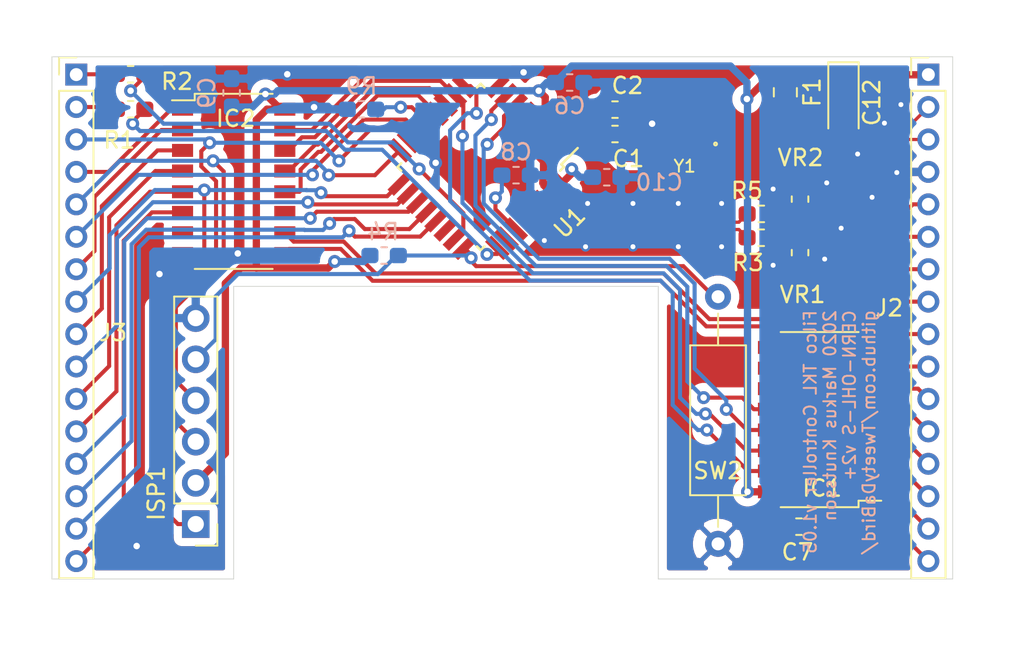
<source format=kicad_pcb>
(kicad_pcb (version 20171130) (host pcbnew "(5.1.6)-1")

  (general
    (thickness 1.6)
    (drawings 9)
    (tracks 426)
    (zones 0)
    (modules 25)
    (nets 49)
  )

  (page A4)
  (title_block
    (title "Filco TKL Controller")
    (date 2020-11-04)
    (rev 1.05)
    (company "Markus Knutsson <markus.knutsson@tweety.se>")
    (comment 1 "Licensed under CERN-OHL-S v2 or any later version")
    (comment 2 https://github.com/TweetyDaBird/)
  )

  (layers
    (0 F.Cu signal)
    (31 B.Cu signal)
    (32 B.Adhes user)
    (33 F.Adhes user)
    (34 B.Paste user)
    (35 F.Paste user)
    (36 B.SilkS user)
    (37 F.SilkS user)
    (38 B.Mask user)
    (39 F.Mask user)
    (40 Dwgs.User user)
    (41 Cmts.User user)
    (42 Eco1.User user)
    (43 Eco2.User user)
    (44 Edge.Cuts user)
    (45 Margin user)
    (46 B.CrtYd user)
    (47 F.CrtYd user)
    (48 B.Fab user hide)
    (49 F.Fab user hide)
  )

  (setup
    (last_trace_width 0.25)
    (trace_clearance 0.2)
    (zone_clearance 0.508)
    (zone_45_only no)
    (trace_min 0.2)
    (via_size 0.8)
    (via_drill 0.4)
    (via_min_size 0.6)
    (via_min_drill 0.3)
    (user_via 0.6096 0.3048)
    (uvia_size 0.3)
    (uvia_drill 0.1)
    (uvias_allowed no)
    (uvia_min_size 0.2)
    (uvia_min_drill 0.1)
    (edge_width 0.05)
    (segment_width 0.2)
    (pcb_text_width 0.3)
    (pcb_text_size 1.5 1.5)
    (mod_edge_width 0.12)
    (mod_text_size 1 1)
    (mod_text_width 0.15)
    (pad_size 1.6 1.6)
    (pad_drill 0.8)
    (pad_to_mask_clearance 0.051)
    (solder_mask_min_width 0.25)
    (aux_axis_origin 163.3 112.4)
    (visible_elements 7FFFFFFF)
    (pcbplotparams
      (layerselection 0x010f0_ffffffff)
      (usegerberextensions false)
      (usegerberattributes false)
      (usegerberadvancedattributes false)
      (creategerberjobfile false)
      (excludeedgelayer true)
      (linewidth 0.100000)
      (plotframeref false)
      (viasonmask false)
      (mode 1)
      (useauxorigin true)
      (hpglpennumber 1)
      (hpglpenspeed 20)
      (hpglpendiameter 15.000000)
      (psnegative false)
      (psa4output false)
      (plotreference true)
      (plotvalue true)
      (plotinvisibletext false)
      (padsonsilk false)
      (subtractmaskfromsilk false)
      (outputformat 1)
      (mirror false)
      (drillshape 0)
      (scaleselection 1)
      (outputdirectory "gerber/"))
  )

  (net 0 "")
  (net 1 GND)
  (net 2 /XTAL1)
  (net 3 /XTAL2)
  (net 4 VCC)
  (net 5 /UCAP)
  (net 6 V_IN)
  (net 7 ROWA)
  (net 8 ROWB)
  (net 9 ROWC)
  (net 10 ROWD)
  (net 11 ROW9)
  (net 12 ROW8)
  (net 13 ROW7)
  (net 14 ROW6)
  (net 15 ROW5)
  (net 16 ROW4)
  (net 17 ROW3)
  (net 18 ROW2)
  (net 19 ROW1)
  (net 20 ROW0)
  (net 21 ROWE)
  (net 22 ROWF)
  (net 23 ROW18)
  (net 24 ROW17)
  (net 25 ROW15)
  (net 26 ROW14)
  (net 27 ROW13)
  (net 28 ROW12)
  (net 29 ROW11)
  (net 30 ROW10)
  (net 31 D-)
  (net 32 D+)
  (net 33 COL7)
  (net 34 COL6)
  (net 35 COL5)
  (net 36 COL4)
  (net 37 COL3)
  (net 38 COL0)
  (net 39 COL2)
  (net 40 COL1)
  (net 41 CAP)
  (net 42 SCR)
  (net 43 /DD+)
  (net 44 /DD-)
  (net 45 /LED_CAP)
  (net 46 /LED_SCR)
  (net 47 /BOOT)
  (net 48 Reset)

  (net_class Default "This is the default net class."
    (clearance 0.2)
    (trace_width 0.25)
    (via_dia 0.8)
    (via_drill 0.4)
    (uvia_dia 0.3)
    (uvia_drill 0.1)
    (add_net /BOOT)
    (add_net /DD+)
    (add_net /DD-)
    (add_net /LED_CAP)
    (add_net /LED_SCR)
    (add_net /UCAP)
    (add_net /XTAL1)
    (add_net /XTAL2)
    (add_net CAP)
    (add_net COL0)
    (add_net COL1)
    (add_net COL2)
    (add_net COL3)
    (add_net COL4)
    (add_net COL5)
    (add_net COL6)
    (add_net COL7)
    (add_net D+)
    (add_net D-)
    (add_net ROW0)
    (add_net ROW1)
    (add_net ROW10)
    (add_net ROW11)
    (add_net ROW12)
    (add_net ROW13)
    (add_net ROW14)
    (add_net ROW15)
    (add_net ROW17)
    (add_net ROW18)
    (add_net ROW2)
    (add_net ROW3)
    (add_net ROW4)
    (add_net ROW5)
    (add_net ROW6)
    (add_net ROW7)
    (add_net ROW8)
    (add_net ROW9)
    (add_net ROWA)
    (add_net ROWB)
    (add_net ROWC)
    (add_net ROWD)
    (add_net ROWE)
    (add_net ROWF)
    (add_net Reset)
    (add_net SCR)
  )

  (net_class Power ""
    (clearance 0.25)
    (trace_width 0.45)
    (via_dia 0.8)
    (via_drill 0.4)
    (uvia_dia 0.3)
    (uvia_drill 0.1)
    (add_net GND)
    (add_net VCC)
    (add_net V_IN)
  )

  (module "Keyboard Library:OSCSC320X250X100N" (layer F.Cu) (tedit 5F9677BD) (tstamp 5F971636)
    (at 202.438 84.328 180)
    (path /5FADDCBE)
    (fp_text reference Y1 (at 0.15 -2.62 180) (layer F.SilkS)
      (effects (font (size 0.75 0.75) (thickness 0.12)))
    )
    (fp_text value ABM8G-16MHZ-4Y-T3 (at 2.03871 2.30166 180) (layer F.Fab)
      (effects (font (size 0.320677 0.320677) (thickness 0.015)))
    )
    (fp_line (start 1.25 -1.6) (end 1.25 1.6) (layer F.Fab) (width 0.127))
    (fp_line (start 1.25 1.6) (end -1.25 1.6) (layer F.Fab) (width 0.127))
    (fp_line (start -1.25 1.6) (end -1.25 -1.6) (layer F.Fab) (width 0.127))
    (fp_line (start -1.25 -1.6) (end 1.25 -1.6) (layer F.Fab) (width 0.127))
    (fp_line (start 1.61 1.96) (end -1.61 1.96) (layer F.CrtYd) (width 0.05))
    (fp_line (start -1.61 1.96) (end -1.61 -1.96) (layer F.CrtYd) (width 0.05))
    (fp_line (start -1.61 -1.96) (end 1.61 -1.96) (layer F.CrtYd) (width 0.05))
    (fp_circle (center -1.75 -1.25) (end -1.663978 -1.25) (layer F.SilkS) (width 0.127))
    (fp_line (start 1.61 1.96) (end 1.61 -1.96) (layer F.CrtYd) (width 0.05))
    (pad 1 smd rect (at -0.91 -1.2 180) (size 1.1 1.3) (layers F.Cu F.Paste F.Mask)
      (net 2 /XTAL1))
    (pad 2 smd rect (at -0.91 1.2 180) (size 1.1 1.3) (layers F.Cu F.Paste F.Mask)
      (net 1 GND) (zone_connect 1) (thermal_width 0.4) (thermal_gap 0.5))
    (pad 3 smd rect (at 0.91 1.2 180) (size 1.1 1.3) (layers F.Cu F.Paste F.Mask)
      (net 3 /XTAL2))
    (pad 4 smd rect (at 0.91 -1.2 180) (size 1.1 1.3) (layers F.Cu F.Paste F.Mask)
      (net 1 GND))
  )

  (module Capacitor_SMD:C_0603_1608Metric_Pad1.05x0.95mm_HandSolder (layer F.Cu) (tedit 5B301BBE) (tstamp 5E374163)
    (at 197.993 84.963)
    (descr "Capacitor SMD 0603 (1608 Metric), square (rectangular) end terminal, IPC_7351 nominal with elongated pad for handsoldering. (Body size source: http://www.tortai-tech.com/upload/download/2011102023233369053.pdf), generated with kicad-footprint-generator")
    (tags "capacitor handsolder")
    (path /5E4E7F15)
    (attr smd)
    (fp_text reference C1 (at 0.8255 1.524) (layer F.SilkS)
      (effects (font (size 1 1) (thickness 0.15)))
    )
    (fp_text value 18p (at 0 1.43) (layer F.Fab)
      (effects (font (size 1 1) (thickness 0.15)))
    )
    (fp_line (start 1.65 0.73) (end -1.65 0.73) (layer F.CrtYd) (width 0.05))
    (fp_line (start 1.65 -0.73) (end 1.65 0.73) (layer F.CrtYd) (width 0.05))
    (fp_line (start -1.65 -0.73) (end 1.65 -0.73) (layer F.CrtYd) (width 0.05))
    (fp_line (start -1.65 0.73) (end -1.65 -0.73) (layer F.CrtYd) (width 0.05))
    (fp_line (start -0.171267 0.51) (end 0.171267 0.51) (layer F.SilkS) (width 0.12))
    (fp_line (start -0.171267 -0.51) (end 0.171267 -0.51) (layer F.SilkS) (width 0.12))
    (fp_line (start 0.8 0.4) (end -0.8 0.4) (layer F.Fab) (width 0.1))
    (fp_line (start 0.8 -0.4) (end 0.8 0.4) (layer F.Fab) (width 0.1))
    (fp_line (start -0.8 -0.4) (end 0.8 -0.4) (layer F.Fab) (width 0.1))
    (fp_line (start -0.8 0.4) (end -0.8 -0.4) (layer F.Fab) (width 0.1))
    (fp_text user %R (at 0 0) (layer F.Fab)
      (effects (font (size 0.4 0.4) (thickness 0.06)))
    )
    (pad 2 smd roundrect (at 0.875 0) (size 1.05 0.95) (layers F.Cu F.Paste F.Mask) (roundrect_rratio 0.25)
      (net 1 GND))
    (pad 1 smd roundrect (at -0.875 0) (size 1.05 0.95) (layers F.Cu F.Paste F.Mask) (roundrect_rratio 0.25)
      (net 2 /XTAL1))
    (model ${KISYS3DMOD}/Capacitor_SMD.3dshapes/C_0603_1608Metric.wrl
      (at (xyz 0 0 0))
      (scale (xyz 1 1 1))
      (rotate (xyz 0 0 0))
    )
  )

  (module Capacitor_SMD:C_0603_1608Metric_Pad1.05x0.95mm_HandSolder (layer B.Cu) (tedit 5B301BBE) (tstamp 5E3741FC)
    (at 197.485 87.63)
    (descr "Capacitor SMD 0603 (1608 Metric), square (rectangular) end terminal, IPC_7351 nominal with elongated pad for handsoldering. (Body size source: http://www.tortai-tech.com/upload/download/2011102023233369053.pdf), generated with kicad-footprint-generator")
    (tags "capacitor handsolder")
    (path /5E4E7F9B)
    (attr smd)
    (fp_text reference C10 (at 3.2385 0.3175) (layer B.SilkS)
      (effects (font (size 1 1) (thickness 0.15)) (justify mirror))
    )
    (fp_text value 0u1 (at 0 -1.43) (layer B.Fab)
      (effects (font (size 1 1) (thickness 0.15)) (justify mirror))
    )
    (fp_line (start 1.65 -0.73) (end -1.65 -0.73) (layer B.CrtYd) (width 0.05))
    (fp_line (start 1.65 0.73) (end 1.65 -0.73) (layer B.CrtYd) (width 0.05))
    (fp_line (start -1.65 0.73) (end 1.65 0.73) (layer B.CrtYd) (width 0.05))
    (fp_line (start -1.65 -0.73) (end -1.65 0.73) (layer B.CrtYd) (width 0.05))
    (fp_line (start -0.171267 -0.51) (end 0.171267 -0.51) (layer B.SilkS) (width 0.12))
    (fp_line (start -0.171267 0.51) (end 0.171267 0.51) (layer B.SilkS) (width 0.12))
    (fp_line (start 0.8 -0.4) (end -0.8 -0.4) (layer B.Fab) (width 0.1))
    (fp_line (start 0.8 0.4) (end 0.8 -0.4) (layer B.Fab) (width 0.1))
    (fp_line (start -0.8 0.4) (end 0.8 0.4) (layer B.Fab) (width 0.1))
    (fp_line (start -0.8 -0.4) (end -0.8 0.4) (layer B.Fab) (width 0.1))
    (fp_text user %R (at 0 0) (layer B.Fab)
      (effects (font (size 0.4 0.4) (thickness 0.06)) (justify mirror))
    )
    (pad 2 smd roundrect (at 0.875 0) (size 1.05 0.95) (layers B.Cu B.Paste B.Mask) (roundrect_rratio 0.25)
      (net 1 GND))
    (pad 1 smd roundrect (at -0.875 0) (size 1.05 0.95) (layers B.Cu B.Paste B.Mask) (roundrect_rratio 0.25)
      (net 4 VCC))
    (model ${KISYS3DMOD}/Capacitor_SMD.3dshapes/C_0603_1608Metric.wrl
      (at (xyz 0 0 0))
      (scale (xyz 1 1 1))
      (rotate (xyz 0 0 0))
    )
  )

  (module Resistor_THT:R_Axial_DIN0309_L9.0mm_D3.2mm_P15.24mm_Horizontal (layer F.Cu) (tedit 5F967890) (tstamp 5E37DEF2)
    (at 204.343 110.236 90)
    (descr "Resistor, Axial_DIN0309 series, Axial, Horizontal, pin pitch=15.24mm, 0.5W = 1/2W, length*diameter=9*3.2mm^2, http://cdn-reichelt.de/documents/datenblatt/B400/1_4W%23YAG.pdf")
    (tags "Resistor Axial_DIN0309 series Axial Horizontal pin pitch 15.24mm 0.5W = 1/2W length 9mm diameter 3.2mm")
    (path /5E917D8D)
    (fp_text reference SW2 (at 4.5085 0 180) (layer F.SilkS)
      (effects (font (size 1 1) (thickness 0.15)))
    )
    (fp_text value SW_Reed (at 7.62 2.72 90) (layer F.Fab)
      (effects (font (size 1 1) (thickness 0.15)))
    )
    (fp_line (start 16.29 -1.85) (end -1.05 -1.85) (layer F.CrtYd) (width 0.05))
    (fp_line (start 16.29 1.85) (end 16.29 -1.85) (layer F.CrtYd) (width 0.05))
    (fp_line (start -1.05 1.85) (end 16.29 1.85) (layer F.CrtYd) (width 0.05))
    (fp_line (start -1.05 -1.85) (end -1.05 1.85) (layer F.CrtYd) (width 0.05))
    (fp_line (start 14.2 0) (end 12.24 0) (layer F.SilkS) (width 0.12))
    (fp_line (start 1.04 0) (end 3 0) (layer F.SilkS) (width 0.12))
    (fp_line (start 12.24 -1.72) (end 3 -1.72) (layer F.SilkS) (width 0.12))
    (fp_line (start 12.24 1.72) (end 12.24 -1.72) (layer F.SilkS) (width 0.12))
    (fp_line (start 3 1.72) (end 12.24 1.72) (layer F.SilkS) (width 0.12))
    (fp_line (start 3 -1.72) (end 3 1.72) (layer F.SilkS) (width 0.12))
    (fp_line (start 15.24 0) (end 12.12 0) (layer F.Fab) (width 0.1))
    (fp_line (start 0 0) (end 3.12 0) (layer F.Fab) (width 0.1))
    (fp_line (start 12.12 -1.6) (end 3.12 -1.6) (layer F.Fab) (width 0.1))
    (fp_line (start 12.12 1.6) (end 12.12 -1.6) (layer F.Fab) (width 0.1))
    (fp_line (start 3.12 1.6) (end 12.12 1.6) (layer F.Fab) (width 0.1))
    (fp_line (start 3.12 -1.6) (end 3.12 1.6) (layer F.Fab) (width 0.1))
    (fp_text user %R (at 7.62 0 90) (layer F.Fab)
      (effects (font (size 1 1) (thickness 0.15)))
    )
    (pad 2 thru_hole oval (at 15.24 0 90) (size 1.6 1.6) (drill 0.8) (layers *.Cu *.Mask)
      (net 48 Reset))
    (pad 1 thru_hole circle (at 0 0 90) (size 1.6 1.6) (drill 0.8) (layers *.Cu *.Mask)
      (net 1 GND) (zone_connect 1) (thermal_width 0.3) (thermal_gap 0.75))
    (model ${KISYS3DMOD}/Resistor_THT.3dshapes/R_Axial_DIN0309_L9.0mm_D3.2mm_P15.24mm_Horizontal.wrl
      (at (xyz 0 0 0))
      (scale (xyz 1 1 1))
      (rotate (xyz 0 0 0))
    )
  )

  (module Package_QFP:TQFP-32_7x7mm_P0.8mm (layer F.Cu) (tedit 5A02F146) (tstamp 5F57ED01)
    (at 189.719417 86.995 225)
    (descr "32-Lead Plastic Thin Quad Flatpack (PT) - 7x7x1.0 mm Body, 2.00 mm [TQFP] (see Microchip Packaging Specification 00000049BS.pdf)")
    (tags "QFP 0.8")
    (path /5E4E7FC5)
    (clearance 0.2)
    (attr smd)
    (fp_text reference U1 (at -1.449981 -6.299319 45) (layer F.SilkS)
      (effects (font (size 1 1) (thickness 0.15)))
    )
    (fp_text value ATmega32U2-AU (at 0 6.05 45) (layer F.Fab)
      (effects (font (size 1 1) (thickness 0.15)))
    )
    (fp_line (start -3.625 -3.4) (end -5.05 -3.4) (layer F.SilkS) (width 0.15))
    (fp_line (start 3.625 -3.625) (end 3.3 -3.625) (layer F.SilkS) (width 0.15))
    (fp_line (start 3.625 3.625) (end 3.3 3.625) (layer F.SilkS) (width 0.15))
    (fp_line (start -3.625 3.625) (end -3.3 3.625) (layer F.SilkS) (width 0.15))
    (fp_line (start -3.625 -3.625) (end -3.3 -3.625) (layer F.SilkS) (width 0.15))
    (fp_line (start -3.625 3.625) (end -3.625 3.3) (layer F.SilkS) (width 0.15))
    (fp_line (start 3.625 3.625) (end 3.625 3.3) (layer F.SilkS) (width 0.15))
    (fp_line (start 3.625 -3.625) (end 3.625 -3.3) (layer F.SilkS) (width 0.15))
    (fp_line (start -3.625 -3.625) (end -3.625 -3.4) (layer F.SilkS) (width 0.15))
    (fp_line (start -5.3 5.3) (end 5.3 5.3) (layer F.CrtYd) (width 0.05))
    (fp_line (start -5.3 -5.3) (end 5.3 -5.3) (layer F.CrtYd) (width 0.05))
    (fp_line (start 5.3 -5.3) (end 5.3 5.3) (layer F.CrtYd) (width 0.05))
    (fp_line (start -5.3 -5.3) (end -5.3 5.3) (layer F.CrtYd) (width 0.05))
    (fp_line (start -3.5 -2.5) (end -2.5 -3.5) (layer F.Fab) (width 0.15))
    (fp_line (start -3.5 3.5) (end -3.5 -2.5) (layer F.Fab) (width 0.15))
    (fp_line (start 3.5 3.5) (end -3.5 3.5) (layer F.Fab) (width 0.15))
    (fp_line (start 3.5 -3.5) (end 3.5 3.5) (layer F.Fab) (width 0.15))
    (fp_line (start -2.5 -3.5) (end 3.5 -3.5) (layer F.Fab) (width 0.15))
    (fp_text user %R (at 0 0 45) (layer F.Fab)
      (effects (font (size 1 1) (thickness 0.15)))
    )
    (pad 32 smd rect (at -2.8 -4.25 315) (size 1.6 0.55) (layers F.Cu F.Paste F.Mask)
      (net 4 VCC))
    (pad 31 smd rect (at -2 -4.25 315) (size 1.6 0.55) (layers F.Cu F.Paste F.Mask)
      (net 4 VCC))
    (pad 30 smd rect (at -1.2 -4.25 315) (size 1.6 0.55) (layers F.Cu F.Paste F.Mask)
      (net 44 /DD-))
    (pad 29 smd rect (at -0.4 -4.25 315) (size 1.6 0.55) (layers F.Cu F.Paste F.Mask)
      (net 43 /DD+))
    (pad 28 smd rect (at 0.4 -4.25 315) (size 1.6 0.55) (layers F.Cu F.Paste F.Mask)
      (net 1 GND))
    (pad 27 smd rect (at 1.2 -4.25 315) (size 1.6 0.55) (layers F.Cu F.Paste F.Mask)
      (net 5 /UCAP))
    (pad 26 smd rect (at 2 -4.25 315) (size 1.6 0.55) (layers F.Cu F.Paste F.Mask))
    (pad 25 smd rect (at 2.8 -4.25 315) (size 1.6 0.55) (layers F.Cu F.Paste F.Mask)
      (net 45 /LED_CAP))
    (pad 24 smd rect (at 4.25 -2.8 225) (size 1.6 0.55) (layers F.Cu F.Paste F.Mask)
      (net 48 Reset))
    (pad 23 smd rect (at 4.25 -2 225) (size 1.6 0.55) (layers F.Cu F.Paste F.Mask)
      (net 46 /LED_SCR))
    (pad 22 smd rect (at 4.25 -1.2 225) (size 1.6 0.55) (layers F.Cu F.Paste F.Mask))
    (pad 21 smd rect (at 4.25 -0.4 225) (size 1.6 0.55) (layers F.Cu F.Paste F.Mask)
      (net 33 COL7))
    (pad 20 smd rect (at 4.25 0.4 225) (size 1.6 0.55) (layers F.Cu F.Paste F.Mask)
      (net 34 COL6))
    (pad 19 smd rect (at 4.25 1.2 225) (size 1.6 0.55) (layers F.Cu F.Paste F.Mask)
      (net 35 COL5))
    (pad 18 smd rect (at 4.25 2 225) (size 1.6 0.55) (layers F.Cu F.Paste F.Mask)
      (net 36 COL4))
    (pad 17 smd rect (at 4.25 2.8 225) (size 1.6 0.55) (layers F.Cu F.Paste F.Mask)
      (net 37 COL3))
    (pad 16 smd rect (at 2.8 4.25 315) (size 1.6 0.55) (layers F.Cu F.Paste F.Mask)
      (net 39 COL2))
    (pad 15 smd rect (at 2 4.25 315) (size 1.6 0.55) (layers F.Cu F.Paste F.Mask)
      (net 40 COL1))
    (pad 14 smd rect (at 1.2 4.25 315) (size 1.6 0.55) (layers F.Cu F.Paste F.Mask)
      (net 38 COL0))
    (pad 13 smd rect (at 0.4 4.25 315) (size 1.6 0.55) (layers F.Cu F.Paste F.Mask)
      (net 47 /BOOT))
    (pad 12 smd rect (at -0.4 4.25 315) (size 1.6 0.55) (layers F.Cu F.Paste F.Mask)
      (net 22 ROWF))
    (pad 11 smd rect (at -1.2 4.25 315) (size 1.6 0.55) (layers F.Cu F.Paste F.Mask)
      (net 21 ROWE))
    (pad 10 smd rect (at -2 4.25 315) (size 1.6 0.55) (layers F.Cu F.Paste F.Mask)
      (net 8 ROWB))
    (pad 9 smd rect (at -2.8 4.25 315) (size 1.6 0.55) (layers F.Cu F.Paste F.Mask)
      (net 7 ROWA))
    (pad 8 smd rect (at -4.25 2.8 225) (size 1.6 0.55) (layers F.Cu F.Paste F.Mask))
    (pad 7 smd rect (at -4.25 2 225) (size 1.6 0.55) (layers F.Cu F.Paste F.Mask)
      (net 10 ROWD))
    (pad 6 smd rect (at -4.25 1.2 225) (size 1.6 0.55) (layers F.Cu F.Paste F.Mask)
      (net 9 ROWC))
    (pad 5 smd rect (at -4.25 0.4 225) (size 1.6 0.55) (layers F.Cu F.Paste F.Mask))
    (pad 4 smd rect (at -4.25 -0.4 225) (size 1.6 0.55) (layers F.Cu F.Paste F.Mask)
      (net 4 VCC))
    (pad 3 smd rect (at -4.25 -1.2 225) (size 1.6 0.55) (layers F.Cu F.Paste F.Mask)
      (net 1 GND))
    (pad 2 smd rect (at -4.25 -2 225) (size 1.6 0.55) (layers F.Cu F.Paste F.Mask)
      (net 3 /XTAL2))
    (pad 1 smd rect (at -4.25 -2.8 225) (size 1.6 0.55) (layers F.Cu F.Paste F.Mask)
      (net 2 /XTAL1))
    (model ${KISYS3DMOD}/Package_QFP.3dshapes/TQFP-32_7x7mm_P0.8mm.wrl
      (at (xyz 0 0 0))
      (scale (xyz 1 1 1))
      (rotate (xyz 0 0 0))
    )
  )

  (module Resistor_SMD:R_0603_1608Metric_Pad1.05x0.95mm_HandSolder (layer F.Cu) (tedit 5B301BBD) (tstamp 5F581963)
    (at 207.01 89.889)
    (descr "Resistor SMD 0603 (1608 Metric), square (rectangular) end terminal, IPC_7351 nominal with elongated pad for handsoldering. (Body size source: http://www.tortai-tech.com/upload/download/2011102023233369053.pdf), generated with kicad-footprint-generator")
    (tags "resistor handsolder")
    (path /5E4E7E8F)
    (attr smd)
    (fp_text reference R5 (at -0.889 -1.43) (layer F.SilkS)
      (effects (font (size 1 1) (thickness 0.15)))
    )
    (fp_text value 22 (at 0 1.43) (layer F.Fab)
      (effects (font (size 1 1) (thickness 0.15)))
    )
    (fp_line (start 1.65 0.73) (end -1.65 0.73) (layer F.CrtYd) (width 0.05))
    (fp_line (start 1.65 -0.73) (end 1.65 0.73) (layer F.CrtYd) (width 0.05))
    (fp_line (start -1.65 -0.73) (end 1.65 -0.73) (layer F.CrtYd) (width 0.05))
    (fp_line (start -1.65 0.73) (end -1.65 -0.73) (layer F.CrtYd) (width 0.05))
    (fp_line (start -0.171267 0.51) (end 0.171267 0.51) (layer F.SilkS) (width 0.12))
    (fp_line (start -0.171267 -0.51) (end 0.171267 -0.51) (layer F.SilkS) (width 0.12))
    (fp_line (start 0.8 0.4) (end -0.8 0.4) (layer F.Fab) (width 0.1))
    (fp_line (start 0.8 -0.4) (end 0.8 0.4) (layer F.Fab) (width 0.1))
    (fp_line (start -0.8 -0.4) (end 0.8 -0.4) (layer F.Fab) (width 0.1))
    (fp_line (start -0.8 0.4) (end -0.8 -0.4) (layer F.Fab) (width 0.1))
    (fp_text user %R (at 0 0) (layer F.Fab)
      (effects (font (size 0.4 0.4) (thickness 0.06)))
    )
    (pad 2 smd roundrect (at 0.875 0) (size 1.05 0.95) (layers F.Cu F.Paste F.Mask) (roundrect_rratio 0.25)
      (net 31 D-))
    (pad 1 smd roundrect (at -0.875 0) (size 1.05 0.95) (layers F.Cu F.Paste F.Mask) (roundrect_rratio 0.25)
      (net 44 /DD-))
    (model ${KISYS3DMOD}/Resistor_SMD.3dshapes/R_0603_1608Metric.wrl
      (at (xyz 0 0 0))
      (scale (xyz 1 1 1))
      (rotate (xyz 0 0 0))
    )
  )

  (module Connector_PinHeader_2.54mm:PinHeader_1x06_P2.54mm_Vertical (layer F.Cu) (tedit 59FED5CC) (tstamp 5F9733F5)
    (at 172.1612 109.0168 180)
    (descr "Through hole straight pin header, 1x06, 2.54mm pitch, single row")
    (tags "Through hole pin header THT 1x06 2.54mm single row")
    (path /5F95D187)
    (fp_text reference ISP1 (at 2.4257 1.8923 90) (layer F.SilkS)
      (effects (font (size 1 1) (thickness 0.15)))
    )
    (fp_text value AVR-ISP-6 (at 0 15.03) (layer F.Fab)
      (effects (font (size 1 1) (thickness 0.15)))
    )
    (fp_line (start 1.8 -1.8) (end -1.8 -1.8) (layer F.CrtYd) (width 0.05))
    (fp_line (start 1.8 14.5) (end 1.8 -1.8) (layer F.CrtYd) (width 0.05))
    (fp_line (start -1.8 14.5) (end 1.8 14.5) (layer F.CrtYd) (width 0.05))
    (fp_line (start -1.8 -1.8) (end -1.8 14.5) (layer F.CrtYd) (width 0.05))
    (fp_line (start -1.33 -1.33) (end 0 -1.33) (layer F.SilkS) (width 0.12))
    (fp_line (start -1.33 0) (end -1.33 -1.33) (layer F.SilkS) (width 0.12))
    (fp_line (start -1.33 1.27) (end 1.33 1.27) (layer F.SilkS) (width 0.12))
    (fp_line (start 1.33 1.27) (end 1.33 14.03) (layer F.SilkS) (width 0.12))
    (fp_line (start -1.33 1.27) (end -1.33 14.03) (layer F.SilkS) (width 0.12))
    (fp_line (start -1.33 14.03) (end 1.33 14.03) (layer F.SilkS) (width 0.12))
    (fp_line (start -1.27 -0.635) (end -0.635 -1.27) (layer F.Fab) (width 0.1))
    (fp_line (start -1.27 13.97) (end -1.27 -0.635) (layer F.Fab) (width 0.1))
    (fp_line (start 1.27 13.97) (end -1.27 13.97) (layer F.Fab) (width 0.1))
    (fp_line (start 1.27 -1.27) (end 1.27 13.97) (layer F.Fab) (width 0.1))
    (fp_line (start -0.635 -1.27) (end 1.27 -1.27) (layer F.Fab) (width 0.1))
    (fp_text user %R (at 0 6.35 90) (layer F.Fab)
      (effects (font (size 1 1) (thickness 0.15)))
    )
    (pad 6 thru_hole oval (at 0 12.7 180) (size 1.7 1.7) (drill 1) (layers *.Cu *.Mask)
      (net 1 GND))
    (pad 5 thru_hole oval (at 0 10.16 180) (size 1.7 1.7) (drill 1) (layers *.Cu *.Mask)
      (net 48 Reset))
    (pad 4 thru_hole oval (at 0 7.62 180) (size 1.7 1.7) (drill 1) (layers *.Cu *.Mask)
      (net 39 COL2))
    (pad 3 thru_hole oval (at 0 5.08 180) (size 1.7 1.7) (drill 1) (layers *.Cu *.Mask)
      (net 40 COL1))
    (pad 2 thru_hole oval (at 0 2.54 180) (size 1.7 1.7) (drill 1) (layers *.Cu *.Mask)
      (net 4 VCC))
    (pad 1 thru_hole rect (at 0 0 180) (size 1.7 1.7) (drill 1) (layers *.Cu *.Mask)
      (net 37 COL3))
    (model ${KISYS3DMOD}/Connector_PinHeader_2.54mm.3dshapes/PinHeader_1x06_P2.54mm_Vertical.wrl
      (at (xyz 0 0 0))
      (scale (xyz 1 1 1))
      (rotate (xyz 0 0 0))
    )
  )

  (module Capacitor_SMD:C_0603_1608Metric_Pad1.05x0.95mm_HandSolder (layer F.Cu) (tedit 5B301BBE) (tstamp 5F586F1B)
    (at 197.993 83.46)
    (descr "Capacitor SMD 0603 (1608 Metric), square (rectangular) end terminal, IPC_7351 nominal with elongated pad for handsoldering. (Body size source: http://www.tortai-tech.com/upload/download/2011102023233369053.pdf), generated with kicad-footprint-generator")
    (tags "capacitor handsolder")
    (path /5E4E7F21)
    (attr smd)
    (fp_text reference C2 (at 0.762 -1.4815) (layer F.SilkS)
      (effects (font (size 1 1) (thickness 0.15)))
    )
    (fp_text value 18p (at 0 1.43) (layer F.Fab)
      (effects (font (size 1 1) (thickness 0.15)))
    )
    (fp_line (start 1.65 0.73) (end -1.65 0.73) (layer F.CrtYd) (width 0.05))
    (fp_line (start 1.65 -0.73) (end 1.65 0.73) (layer F.CrtYd) (width 0.05))
    (fp_line (start -1.65 -0.73) (end 1.65 -0.73) (layer F.CrtYd) (width 0.05))
    (fp_line (start -1.65 0.73) (end -1.65 -0.73) (layer F.CrtYd) (width 0.05))
    (fp_line (start -0.171267 0.51) (end 0.171267 0.51) (layer F.SilkS) (width 0.12))
    (fp_line (start -0.171267 -0.51) (end 0.171267 -0.51) (layer F.SilkS) (width 0.12))
    (fp_line (start 0.8 0.4) (end -0.8 0.4) (layer F.Fab) (width 0.1))
    (fp_line (start 0.8 -0.4) (end 0.8 0.4) (layer F.Fab) (width 0.1))
    (fp_line (start -0.8 -0.4) (end 0.8 -0.4) (layer F.Fab) (width 0.1))
    (fp_line (start -0.8 0.4) (end -0.8 -0.4) (layer F.Fab) (width 0.1))
    (fp_text user %R (at 0 0) (layer F.Fab)
      (effects (font (size 0.4 0.4) (thickness 0.06)))
    )
    (pad 2 smd roundrect (at 0.875 0) (size 1.05 0.95) (layers F.Cu F.Paste F.Mask) (roundrect_rratio 0.25)
      (net 1 GND))
    (pad 1 smd roundrect (at -0.875 0) (size 1.05 0.95) (layers F.Cu F.Paste F.Mask) (roundrect_rratio 0.25)
      (net 3 /XTAL2))
    (model ${KISYS3DMOD}/Capacitor_SMD.3dshapes/C_0603_1608Metric.wrl
      (at (xyz 0 0 0))
      (scale (xyz 1 1 1))
      (rotate (xyz 0 0 0))
    )
  )

  (module Resistor_SMD:R_0603_1608Metric_Pad1.05x0.95mm_HandSolder (layer F.Cu) (tedit 5B301BBD) (tstamp 5F5819C3)
    (at 209.395 88.979 270)
    (descr "Resistor SMD 0603 (1608 Metric), square (rectangular) end terminal, IPC_7351 nominal with elongated pad for handsoldering. (Body size source: http://www.tortai-tech.com/upload/download/2011102023233369053.pdf), generated with kicad-footprint-generator")
    (tags "resistor handsolder")
    (path /5E4E7FBD)
    (attr smd)
    (fp_text reference VR2 (at -2.5555 -0.028 180) (layer F.SilkS)
      (effects (font (size 1 1) (thickness 0.15)))
    )
    (fp_text value CG0603MLC-05E (at 0 1.43 90) (layer F.Fab)
      (effects (font (size 1 1) (thickness 0.15)))
    )
    (fp_line (start 1.65 0.73) (end -1.65 0.73) (layer F.CrtYd) (width 0.05))
    (fp_line (start 1.65 -0.73) (end 1.65 0.73) (layer F.CrtYd) (width 0.05))
    (fp_line (start -1.65 -0.73) (end 1.65 -0.73) (layer F.CrtYd) (width 0.05))
    (fp_line (start -1.65 0.73) (end -1.65 -0.73) (layer F.CrtYd) (width 0.05))
    (fp_line (start -0.171267 0.51) (end 0.171267 0.51) (layer F.SilkS) (width 0.12))
    (fp_line (start -0.171267 -0.51) (end 0.171267 -0.51) (layer F.SilkS) (width 0.12))
    (fp_line (start 0.8 0.4) (end -0.8 0.4) (layer F.Fab) (width 0.1))
    (fp_line (start 0.8 -0.4) (end 0.8 0.4) (layer F.Fab) (width 0.1))
    (fp_line (start -0.8 -0.4) (end 0.8 -0.4) (layer F.Fab) (width 0.1))
    (fp_line (start -0.8 0.4) (end -0.8 -0.4) (layer F.Fab) (width 0.1))
    (fp_text user %R (at 0 0 90) (layer F.Fab)
      (effects (font (size 0.4 0.4) (thickness 0.06)))
    )
    (pad 2 smd roundrect (at 0.875 0 270) (size 1.05 0.95) (layers F.Cu F.Paste F.Mask) (roundrect_rratio 0.25)
      (net 31 D-))
    (pad 1 smd roundrect (at -0.875 0 270) (size 1.05 0.95) (layers F.Cu F.Paste F.Mask) (roundrect_rratio 0.25)
      (net 1 GND))
    (model ${KISYS3DMOD}/Resistor_SMD.3dshapes/R_0603_1608Metric.wrl
      (at (xyz 0 0 0))
      (scale (xyz 1 1 1))
      (rotate (xyz 0 0 0))
    )
  )

  (module Resistor_SMD:R_0603_1608Metric_Pad1.05x0.95mm_HandSolder (layer F.Cu) (tedit 5B301BBD) (tstamp 5F581993)
    (at 209.395 92.279 90)
    (descr "Resistor SMD 0603 (1608 Metric), square (rectangular) end terminal, IPC_7351 nominal with elongated pad for handsoldering. (Body size source: http://www.tortai-tech.com/upload/download/2011102023233369053.pdf), generated with kicad-footprint-generator")
    (tags "resistor handsolder")
    (path /5E4E7FB5)
    (attr smd)
    (fp_text reference VR1 (at -2.59 0.155 180) (layer F.SilkS)
      (effects (font (size 1 1) (thickness 0.15)))
    )
    (fp_text value CG0603MLC-05E (at 0 1.43 90) (layer F.Fab)
      (effects (font (size 1 1) (thickness 0.15)))
    )
    (fp_line (start 1.65 0.73) (end -1.65 0.73) (layer F.CrtYd) (width 0.05))
    (fp_line (start 1.65 -0.73) (end 1.65 0.73) (layer F.CrtYd) (width 0.05))
    (fp_line (start -1.65 -0.73) (end 1.65 -0.73) (layer F.CrtYd) (width 0.05))
    (fp_line (start -1.65 0.73) (end -1.65 -0.73) (layer F.CrtYd) (width 0.05))
    (fp_line (start -0.171267 0.51) (end 0.171267 0.51) (layer F.SilkS) (width 0.12))
    (fp_line (start -0.171267 -0.51) (end 0.171267 -0.51) (layer F.SilkS) (width 0.12))
    (fp_line (start 0.8 0.4) (end -0.8 0.4) (layer F.Fab) (width 0.1))
    (fp_line (start 0.8 -0.4) (end 0.8 0.4) (layer F.Fab) (width 0.1))
    (fp_line (start -0.8 -0.4) (end 0.8 -0.4) (layer F.Fab) (width 0.1))
    (fp_line (start -0.8 0.4) (end -0.8 -0.4) (layer F.Fab) (width 0.1))
    (fp_text user %R (at 0 0 90) (layer F.Fab)
      (effects (font (size 0.4 0.4) (thickness 0.06)))
    )
    (pad 2 smd roundrect (at 0.875 0 90) (size 1.05 0.95) (layers F.Cu F.Paste F.Mask) (roundrect_rratio 0.25)
      (net 32 D+))
    (pad 1 smd roundrect (at -0.875 0 90) (size 1.05 0.95) (layers F.Cu F.Paste F.Mask) (roundrect_rratio 0.25)
      (net 1 GND))
    (model ${KISYS3DMOD}/Resistor_SMD.3dshapes/R_0603_1608Metric.wrl
      (at (xyz 0 0 0))
      (scale (xyz 1 1 1))
      (rotate (xyz 0 0 0))
    )
  )

  (module Resistor_SMD:R_0603_1608Metric_Pad1.05x0.95mm_HandSolder (layer F.Cu) (tedit 5B301BBD) (tstamp 5F581933)
    (at 207.005 91.359 180)
    (descr "Resistor SMD 0603 (1608 Metric), square (rectangular) end terminal, IPC_7351 nominal with elongated pad for handsoldering. (Body size source: http://www.tortai-tech.com/upload/download/2011102023233369053.pdf), generated with kicad-footprint-generator")
    (tags "resistor handsolder")
    (path /5E4E7E89)
    (attr smd)
    (fp_text reference R3 (at 0.8205 -1.5415) (layer F.SilkS)
      (effects (font (size 1 1) (thickness 0.15)))
    )
    (fp_text value 22 (at 0 1.43) (layer F.Fab)
      (effects (font (size 1 1) (thickness 0.15)))
    )
    (fp_line (start 1.65 0.73) (end -1.65 0.73) (layer F.CrtYd) (width 0.05))
    (fp_line (start 1.65 -0.73) (end 1.65 0.73) (layer F.CrtYd) (width 0.05))
    (fp_line (start -1.65 -0.73) (end 1.65 -0.73) (layer F.CrtYd) (width 0.05))
    (fp_line (start -1.65 0.73) (end -1.65 -0.73) (layer F.CrtYd) (width 0.05))
    (fp_line (start -0.171267 0.51) (end 0.171267 0.51) (layer F.SilkS) (width 0.12))
    (fp_line (start -0.171267 -0.51) (end 0.171267 -0.51) (layer F.SilkS) (width 0.12))
    (fp_line (start 0.8 0.4) (end -0.8 0.4) (layer F.Fab) (width 0.1))
    (fp_line (start 0.8 -0.4) (end 0.8 0.4) (layer F.Fab) (width 0.1))
    (fp_line (start -0.8 -0.4) (end 0.8 -0.4) (layer F.Fab) (width 0.1))
    (fp_line (start -0.8 0.4) (end -0.8 -0.4) (layer F.Fab) (width 0.1))
    (fp_text user %R (at 0 0) (layer F.Fab)
      (effects (font (size 0.4 0.4) (thickness 0.06)))
    )
    (pad 2 smd roundrect (at 0.875 0 180) (size 1.05 0.95) (layers F.Cu F.Paste F.Mask) (roundrect_rratio 0.25)
      (net 43 /DD+))
    (pad 1 smd roundrect (at -0.875 0 180) (size 1.05 0.95) (layers F.Cu F.Paste F.Mask) (roundrect_rratio 0.25)
      (net 32 D+))
    (model ${KISYS3DMOD}/Resistor_SMD.3dshapes/R_0603_1608Metric.wrl
      (at (xyz 0 0 0))
      (scale (xyz 1 1 1))
      (rotate (xyz 0 0 0))
    )
  )

  (module Capacitor_SMD:C_0603_1608Metric_Pad1.05x0.95mm_HandSolder (layer B.Cu) (tedit 5B301BBE) (tstamp 5F58FB2D)
    (at 195.199 81.788)
    (descr "Capacitor SMD 0603 (1608 Metric), square (rectangular) end terminal, IPC_7351 nominal with elongated pad for handsoldering. (Body size source: http://www.tortai-tech.com/upload/download/2011102023233369053.pdf), generated with kicad-footprint-generator")
    (tags "capacitor handsolder")
    (path /5E4E7E0F)
    (attr smd)
    (fp_text reference C6 (at 0 1.43) (layer B.SilkS)
      (effects (font (size 1 1) (thickness 0.15)) (justify mirror))
    )
    (fp_text value 1uF (at 0 -1.43) (layer B.Fab)
      (effects (font (size 1 1) (thickness 0.15)) (justify mirror))
    )
    (fp_line (start 1.65 -0.73) (end -1.65 -0.73) (layer B.CrtYd) (width 0.05))
    (fp_line (start 1.65 0.73) (end 1.65 -0.73) (layer B.CrtYd) (width 0.05))
    (fp_line (start -1.65 0.73) (end 1.65 0.73) (layer B.CrtYd) (width 0.05))
    (fp_line (start -1.65 -0.73) (end -1.65 0.73) (layer B.CrtYd) (width 0.05))
    (fp_line (start -0.171267 -0.51) (end 0.171267 -0.51) (layer B.SilkS) (width 0.12))
    (fp_line (start -0.171267 0.51) (end 0.171267 0.51) (layer B.SilkS) (width 0.12))
    (fp_line (start 0.8 -0.4) (end -0.8 -0.4) (layer B.Fab) (width 0.1))
    (fp_line (start 0.8 0.4) (end 0.8 -0.4) (layer B.Fab) (width 0.1))
    (fp_line (start -0.8 0.4) (end 0.8 0.4) (layer B.Fab) (width 0.1))
    (fp_line (start -0.8 -0.4) (end -0.8 0.4) (layer B.Fab) (width 0.1))
    (fp_text user %R (at 0 0) (layer B.Fab)
      (effects (font (size 0.4 0.4) (thickness 0.06)) (justify mirror))
    )
    (pad 2 smd roundrect (at 0.875 0) (size 1.05 0.95) (layers B.Cu B.Paste B.Mask) (roundrect_rratio 0.25)
      (net 1 GND))
    (pad 1 smd roundrect (at -0.875 0) (size 1.05 0.95) (layers B.Cu B.Paste B.Mask) (roundrect_rratio 0.25)
      (net 4 VCC))
    (model ${KISYS3DMOD}/Capacitor_SMD.3dshapes/C_0603_1608Metric.wrl
      (at (xyz 0 0 0))
      (scale (xyz 1 1 1))
      (rotate (xyz 0 0 0))
    )
  )

  (module Resistor_SMD:R_0603_1608Metric_Pad1.05x0.95mm_HandSolder (layer B.Cu) (tedit 5B301BBD) (tstamp 5E37432E)
    (at 183.769 92.456)
    (descr "Resistor SMD 0603 (1608 Metric), square (rectangular) end terminal, IPC_7351 nominal with elongated pad for handsoldering. (Body size source: http://www.tortai-tech.com/upload/download/2011102023233369053.pdf), generated with kicad-footprint-generator")
    (tags "resistor handsolder")
    (path /5E4E7F2F)
    (attr smd)
    (fp_text reference R4 (at -0.0635 -1.4605) (layer B.SilkS)
      (effects (font (size 1 1) (thickness 0.15)) (justify mirror))
    )
    (fp_text value 10k (at 0 -1.43) (layer B.Fab)
      (effects (font (size 1 1) (thickness 0.15)) (justify mirror))
    )
    (fp_line (start 1.65 -0.73) (end -1.65 -0.73) (layer B.CrtYd) (width 0.05))
    (fp_line (start 1.65 0.73) (end 1.65 -0.73) (layer B.CrtYd) (width 0.05))
    (fp_line (start -1.65 0.73) (end 1.65 0.73) (layer B.CrtYd) (width 0.05))
    (fp_line (start -1.65 -0.73) (end -1.65 0.73) (layer B.CrtYd) (width 0.05))
    (fp_line (start -0.171267 -0.51) (end 0.171267 -0.51) (layer B.SilkS) (width 0.12))
    (fp_line (start -0.171267 0.51) (end 0.171267 0.51) (layer B.SilkS) (width 0.12))
    (fp_line (start 0.8 -0.4) (end -0.8 -0.4) (layer B.Fab) (width 0.1))
    (fp_line (start 0.8 0.4) (end 0.8 -0.4) (layer B.Fab) (width 0.1))
    (fp_line (start -0.8 0.4) (end 0.8 0.4) (layer B.Fab) (width 0.1))
    (fp_line (start -0.8 -0.4) (end -0.8 0.4) (layer B.Fab) (width 0.1))
    (fp_text user %R (at 0 0) (layer B.Fab)
      (effects (font (size 0.4 0.4) (thickness 0.06)) (justify mirror))
    )
    (pad 2 smd roundrect (at 0.875 0) (size 1.05 0.95) (layers B.Cu B.Paste B.Mask) (roundrect_rratio 0.25)
      (net 48 Reset))
    (pad 1 smd roundrect (at -0.875 0) (size 1.05 0.95) (layers B.Cu B.Paste B.Mask) (roundrect_rratio 0.25)
      (net 4 VCC))
    (model ${KISYS3DMOD}/Resistor_SMD.3dshapes/R_0603_1608Metric.wrl
      (at (xyz 0 0 0))
      (scale (xyz 1 1 1))
      (rotate (xyz 0 0 0))
    )
  )

  (module Capacitor_Tantalum_SMD:CP_EIA-3216-18_Kemet-A_Pad1.58x1.35mm_HandSolder (layer F.Cu) (tedit 5F9676AE) (tstamp 5E60F03A)
    (at 212.07 83.02 270)
    (descr "Tantalum Capacitor SMD Kemet-A (3216-18 Metric), IPC_7351 nominal, (Body size from: http://www.kemet.com/Lists/ProductCatalog/Attachments/253/KEM_TC101_STD.pdf), generated with kicad-footprint-generator")
    (tags "capacitor tantalum")
    (path /5E4E7FA7)
    (attr smd)
    (fp_text reference C12 (at 0 -1.75 90) (layer F.SilkS)
      (effects (font (size 1 1) (thickness 0.15)))
    )
    (fp_text value 10uF (at 0 1.75 90) (layer F.Fab)
      (effects (font (size 1 1) (thickness 0.15)))
    )
    (fp_line (start 2.48 1.05) (end -2.48 1.05) (layer F.CrtYd) (width 0.05))
    (fp_line (start 2.48 -1.05) (end 2.48 1.05) (layer F.CrtYd) (width 0.05))
    (fp_line (start -2.48 -1.05) (end 2.48 -1.05) (layer F.CrtYd) (width 0.05))
    (fp_line (start -2.48 1.05) (end -2.48 -1.05) (layer F.CrtYd) (width 0.05))
    (fp_line (start -2.485 0.935) (end 1.6 0.935) (layer F.SilkS) (width 0.12))
    (fp_line (start -2.485 -0.935) (end -2.485 0.935) (layer F.SilkS) (width 0.12))
    (fp_line (start 1.6 -0.935) (end -2.485 -0.935) (layer F.SilkS) (width 0.12))
    (fp_line (start 1.6 0.8) (end 1.6 -0.8) (layer F.Fab) (width 0.1))
    (fp_line (start -1.6 0.8) (end 1.6 0.8) (layer F.Fab) (width 0.1))
    (fp_line (start -1.6 -0.4) (end -1.6 0.8) (layer F.Fab) (width 0.1))
    (fp_line (start -1.2 -0.8) (end -1.6 -0.4) (layer F.Fab) (width 0.1))
    (fp_line (start 1.6 -0.8) (end -1.2 -0.8) (layer F.Fab) (width 0.1))
    (fp_text user %R (at 0 0 90) (layer F.Fab)
      (effects (font (size 0.8 0.8) (thickness 0.12)))
    )
    (pad 2 smd roundrect (at 1.4375 0 270) (size 1.575 1.35) (layers F.Cu F.Paste F.Mask) (roundrect_rratio 0.185)
      (net 1 GND) (zone_connect 1) (thermal_width 0.4) (thermal_gap 0.75))
    (pad 1 smd roundrect (at -1.4375 0 270) (size 1.575 1.35) (layers F.Cu F.Paste F.Mask) (roundrect_rratio 0.185185)
      (net 6 V_IN))
    (model ${KISYS3DMOD}/Capacitor_Tantalum_SMD.3dshapes/CP_EIA-3216-18_Kemet-A.wrl
      (at (xyz 0 0 0))
      (scale (xyz 1 1 1))
      (rotate (xyz 0 0 0))
    )
  )

  (module Capacitor_SMD:C_0603_1608Metric_Pad1.05x0.95mm_HandSolder (layer B.Cu) (tedit 5B301BBE) (tstamp 5F58A694)
    (at 191.897 87.503 180)
    (descr "Capacitor SMD 0603 (1608 Metric), square (rectangular) end terminal, IPC_7351 nominal with elongated pad for handsoldering. (Body size source: http://www.tortai-tech.com/upload/download/2011102023233369053.pdf), generated with kicad-footprint-generator")
    (tags "capacitor handsolder")
    (path /5E4E7F0F)
    (attr smd)
    (fp_text reference C8 (at 0 1.43) (layer B.SilkS)
      (effects (font (size 1 1) (thickness 0.15)) (justify mirror))
    )
    (fp_text value 1u (at 0 -1.43) (layer B.Fab)
      (effects (font (size 1 1) (thickness 0.15)) (justify mirror))
    )
    (fp_line (start 1.65 -0.73) (end -1.65 -0.73) (layer B.CrtYd) (width 0.05))
    (fp_line (start 1.65 0.73) (end 1.65 -0.73) (layer B.CrtYd) (width 0.05))
    (fp_line (start -1.65 0.73) (end 1.65 0.73) (layer B.CrtYd) (width 0.05))
    (fp_line (start -1.65 -0.73) (end -1.65 0.73) (layer B.CrtYd) (width 0.05))
    (fp_line (start -0.171267 -0.51) (end 0.171267 -0.51) (layer B.SilkS) (width 0.12))
    (fp_line (start -0.171267 0.51) (end 0.171267 0.51) (layer B.SilkS) (width 0.12))
    (fp_line (start 0.8 -0.4) (end -0.8 -0.4) (layer B.Fab) (width 0.1))
    (fp_line (start 0.8 0.4) (end 0.8 -0.4) (layer B.Fab) (width 0.1))
    (fp_line (start -0.8 0.4) (end 0.8 0.4) (layer B.Fab) (width 0.1))
    (fp_line (start -0.8 -0.4) (end -0.8 0.4) (layer B.Fab) (width 0.1))
    (fp_text user %R (at 0 0) (layer B.Fab)
      (effects (font (size 0.4 0.4) (thickness 0.06)) (justify mirror))
    )
    (pad 2 smd roundrect (at 0.875 0 180) (size 1.05 0.95) (layers B.Cu B.Paste B.Mask) (roundrect_rratio 0.25)
      (net 5 /UCAP))
    (pad 1 smd roundrect (at -0.875 0 180) (size 1.05 0.95) (layers B.Cu B.Paste B.Mask) (roundrect_rratio 0.25)
      (net 1 GND))
    (model ${KISYS3DMOD}/Capacitor_SMD.3dshapes/C_0603_1608Metric.wrl
      (at (xyz 0 0 0))
      (scale (xyz 1 1 1))
      (rotate (xyz 0 0 0))
    )
  )

  (module Package_SO:SOP-16_4.4x10.4mm_P1.27mm (layer F.Cu) (tedit 5A02F25C) (tstamp 5E37770F)
    (at 210.6 102.575 180)
    (descr "16-Lead Plastic Small Outline http://www.vishay.com/docs/49633/sg2098.pdf")
    (tags "SOP 1.27")
    (path /5E20DA03)
    (attr smd)
    (fp_text reference IC1 (at -0.1565 -4.232) (layer F.SilkS)
      (effects (font (size 1 1) (thickness 0.15)))
    )
    (fp_text value SN74HC42D (at 0 6.1) (layer F.Fab)
      (effects (font (size 1 1) (thickness 0.15)))
    )
    (fp_line (start 4.05 5.45) (end -4.05 5.45) (layer F.CrtYd) (width 0.05))
    (fp_line (start 4.05 5.45) (end 4.05 -5.45) (layer F.CrtYd) (width 0.05))
    (fp_line (start -4.05 -5.45) (end -4.05 5.45) (layer F.CrtYd) (width 0.05))
    (fp_line (start -4.05 -5.45) (end 4.05 -5.45) (layer F.CrtYd) (width 0.05))
    (fp_line (start -2.4 5.4) (end 2.4 5.4) (layer F.SilkS) (width 0.12))
    (fp_line (start -2.4 -5.4) (end 2.4 -5.4) (layer F.SilkS) (width 0.12))
    (fp_line (start -2.2 5.2) (end -2.2 -4.6) (layer F.Fab) (width 0.1))
    (fp_line (start 2.2 5.2) (end -2.2 5.2) (layer F.Fab) (width 0.1))
    (fp_line (start 2.2 -5.2) (end 2.2 5.2) (layer F.Fab) (width 0.1))
    (fp_line (start -1.6 -5.2) (end 2.2 -5.2) (layer F.Fab) (width 0.1))
    (fp_line (start -2.4 -5) (end -3.8 -5) (layer F.SilkS) (width 0.12))
    (fp_line (start -2.4 -5.4) (end -2.4 -5) (layer F.SilkS) (width 0.12))
    (fp_line (start -2.2 -4.6) (end -1.6 -5.2) (layer F.Fab) (width 0.1))
    (fp_text user %R (at 0 0) (layer F.Fab)
      (effects (font (size 0.8 0.8) (thickness 0.15)))
    )
    (pad 16 smd rect (at 3.15 -4.45 180) (size 1.3 0.8) (layers F.Cu F.Paste F.Mask)
      (net 4 VCC))
    (pad 15 smd rect (at 3.15 -3.17 180) (size 1.3 0.8) (layers F.Cu F.Paste F.Mask)
      (net 7 ROWA))
    (pad 14 smd rect (at 3.15 -1.91 180) (size 1.3 0.8) (layers F.Cu F.Paste F.Mask)
      (net 8 ROWB))
    (pad 13 smd rect (at 3.15 -0.64 180) (size 1.3 0.8) (layers F.Cu F.Paste F.Mask)
      (net 9 ROWC))
    (pad 12 smd rect (at 3.15 0.64 180) (size 1.3 0.8) (layers F.Cu F.Paste F.Mask)
      (net 10 ROWD))
    (pad 11 smd rect (at 3.15 1.91 180) (size 1.3 0.8) (layers F.Cu F.Paste F.Mask)
      (net 11 ROW9))
    (pad 10 smd rect (at 3.15 3.17 180) (size 1.3 0.8) (layers F.Cu F.Paste F.Mask)
      (net 12 ROW8))
    (pad 9 smd rect (at 3.15 4.45 180) (size 1.3 0.8) (layers F.Cu F.Paste F.Mask)
      (net 13 ROW7))
    (pad 8 smd rect (at -3.15 4.45 180) (size 1.3 0.8) (layers F.Cu F.Paste F.Mask)
      (net 1 GND))
    (pad 7 smd rect (at -3.15 3.17 180) (size 1.3 0.8) (layers F.Cu F.Paste F.Mask)
      (net 14 ROW6))
    (pad 6 smd rect (at -3.15 1.91 180) (size 1.3 0.8) (layers F.Cu F.Paste F.Mask)
      (net 15 ROW5))
    (pad 5 smd rect (at -3.15 0.64 180) (size 1.3 0.8) (layers F.Cu F.Paste F.Mask)
      (net 16 ROW4))
    (pad 4 smd rect (at -3.15 -0.64 180) (size 1.3 0.8) (layers F.Cu F.Paste F.Mask)
      (net 17 ROW3))
    (pad 3 smd rect (at -3.15 -1.91 180) (size 1.3 0.8) (layers F.Cu F.Paste F.Mask)
      (net 18 ROW2))
    (pad 2 smd rect (at -3.15 -3.17 180) (size 1.3 0.8) (layers F.Cu F.Paste F.Mask)
      (net 19 ROW1))
    (pad 1 smd rect (at -3.15 -4.45 180) (size 1.3 0.8) (layers F.Cu F.Paste F.Mask)
      (net 20 ROW0))
    (model ${KISYS3DMOD}/Package_SO.3dshapes/SOP-16_4.4x10.4mm_P1.27mm.wrl
      (at (xyz 0 0 0))
      (scale (xyz 1 1 1))
      (rotate (xyz 0 0 0))
    )
  )

  (module Package_SO:SOP-16_4.4x10.4mm_P1.27mm (layer F.Cu) (tedit 5A02F25C) (tstamp 5E613542)
    (at 174.498 87.884)
    (descr "16-Lead Plastic Small Outline http://www.vishay.com/docs/49633/sg2098.pdf")
    (tags "SOP 1.27")
    (path /5E20D7D0)
    (attr smd)
    (fp_text reference IC2 (at 0.127 -3.8735) (layer F.SilkS)
      (effects (font (size 1 1) (thickness 0.15)))
    )
    (fp_text value SN74HC42D (at 0 6.1) (layer F.Fab)
      (effects (font (size 1 1) (thickness 0.15)))
    )
    (fp_line (start 4.05 5.45) (end -4.05 5.45) (layer F.CrtYd) (width 0.05))
    (fp_line (start 4.05 5.45) (end 4.05 -5.45) (layer F.CrtYd) (width 0.05))
    (fp_line (start -4.05 -5.45) (end -4.05 5.45) (layer F.CrtYd) (width 0.05))
    (fp_line (start -4.05 -5.45) (end 4.05 -5.45) (layer F.CrtYd) (width 0.05))
    (fp_line (start -2.4 5.4) (end 2.4 5.4) (layer F.SilkS) (width 0.12))
    (fp_line (start -2.4 -5.4) (end 2.4 -5.4) (layer F.SilkS) (width 0.12))
    (fp_line (start -2.2 5.2) (end -2.2 -4.6) (layer F.Fab) (width 0.1))
    (fp_line (start 2.2 5.2) (end -2.2 5.2) (layer F.Fab) (width 0.1))
    (fp_line (start 2.2 -5.2) (end 2.2 5.2) (layer F.Fab) (width 0.1))
    (fp_line (start -1.6 -5.2) (end 2.2 -5.2) (layer F.Fab) (width 0.1))
    (fp_line (start -2.4 -5) (end -3.8 -5) (layer F.SilkS) (width 0.12))
    (fp_line (start -2.4 -5.4) (end -2.4 -5) (layer F.SilkS) (width 0.12))
    (fp_line (start -2.2 -4.6) (end -1.6 -5.2) (layer F.Fab) (width 0.1))
    (fp_text user %R (at 0 0) (layer F.Fab)
      (effects (font (size 0.8 0.8) (thickness 0.15)))
    )
    (pad 16 smd rect (at 3.15 -4.45) (size 1.3 0.8) (layers F.Cu F.Paste F.Mask)
      (net 4 VCC))
    (pad 15 smd rect (at 3.15 -3.17) (size 1.3 0.8) (layers F.Cu F.Paste F.Mask)
      (net 7 ROWA))
    (pad 14 smd rect (at 3.15 -1.91) (size 1.3 0.8) (layers F.Cu F.Paste F.Mask)
      (net 8 ROWB))
    (pad 13 smd rect (at 3.15 -0.64) (size 1.3 0.8) (layers F.Cu F.Paste F.Mask)
      (net 21 ROWE))
    (pad 12 smd rect (at 3.15 0.64) (size 1.3 0.8) (layers F.Cu F.Paste F.Mask)
      (net 22 ROWF))
    (pad 11 smd rect (at 3.15 1.91) (size 1.3 0.8) (layers F.Cu F.Paste F.Mask))
    (pad 10 smd rect (at 3.15 3.17) (size 1.3 0.8) (layers F.Cu F.Paste F.Mask)
      (net 23 ROW18))
    (pad 9 smd rect (at 3.15 4.45) (size 1.3 0.8) (layers F.Cu F.Paste F.Mask)
      (net 24 ROW17))
    (pad 8 smd rect (at -3.15 4.45) (size 1.3 0.8) (layers F.Cu F.Paste F.Mask)
      (net 1 GND))
    (pad 7 smd rect (at -3.15 3.17) (size 1.3 0.8) (layers F.Cu F.Paste F.Mask))
    (pad 6 smd rect (at -3.15 1.91) (size 1.3 0.8) (layers F.Cu F.Paste F.Mask)
      (net 25 ROW15))
    (pad 5 smd rect (at -3.15 0.64) (size 1.3 0.8) (layers F.Cu F.Paste F.Mask)
      (net 26 ROW14))
    (pad 4 smd rect (at -3.15 -0.64) (size 1.3 0.8) (layers F.Cu F.Paste F.Mask)
      (net 27 ROW13))
    (pad 3 smd rect (at -3.15 -1.91) (size 1.3 0.8) (layers F.Cu F.Paste F.Mask)
      (net 28 ROW12))
    (pad 2 smd rect (at -3.15 -3.17) (size 1.3 0.8) (layers F.Cu F.Paste F.Mask)
      (net 29 ROW11))
    (pad 1 smd rect (at -3.15 -4.45) (size 1.3 0.8) (layers F.Cu F.Paste F.Mask)
      (net 30 ROW10))
    (model ${KISYS3DMOD}/Package_SO.3dshapes/SOP-16_4.4x10.4mm_P1.27mm.wrl
      (at (xyz 0 0 0))
      (scale (xyz 1 1 1))
      (rotate (xyz 0 0 0))
    )
  )

  (module Connector_PinHeader_2.00mm:PinHeader_1x16_P2.00mm_Vertical (layer F.Cu) (tedit 59FED667) (tstamp 5E3742EA)
    (at 164.8 81.3)
    (descr "Through hole straight pin header, 1x16, 2.00mm pitch, single row")
    (tags "Through hole pin header THT 1x16 2.00mm single row")
    (path /5E6BA480)
    (fp_text reference J3 (at 2.2685 15.9185) (layer F.SilkS)
      (effects (font (size 1 1) (thickness 0.15)))
    )
    (fp_text value Conn_01x16 (at 0 32.06) (layer F.Fab)
      (effects (font (size 1 1) (thickness 0.15)))
    )
    (fp_line (start 1.5 -1.5) (end -1.5 -1.5) (layer F.CrtYd) (width 0.05))
    (fp_line (start 1.5 31.5) (end 1.5 -1.5) (layer F.CrtYd) (width 0.05))
    (fp_line (start -1.5 31.5) (end 1.5 31.5) (layer F.CrtYd) (width 0.05))
    (fp_line (start -1.5 -1.5) (end -1.5 31.5) (layer F.CrtYd) (width 0.05))
    (fp_line (start -1.06 -1.06) (end 0 -1.06) (layer F.SilkS) (width 0.12))
    (fp_line (start -1.06 0) (end -1.06 -1.06) (layer F.SilkS) (width 0.12))
    (fp_line (start -1.06 1) (end 1.06 1) (layer F.SilkS) (width 0.12))
    (fp_line (start 1.06 1) (end 1.06 31.06) (layer F.SilkS) (width 0.12))
    (fp_line (start -1.06 1) (end -1.06 31.06) (layer F.SilkS) (width 0.12))
    (fp_line (start -1.06 31.06) (end 1.06 31.06) (layer F.SilkS) (width 0.12))
    (fp_line (start -1 -0.5) (end -0.5 -1) (layer F.Fab) (width 0.1))
    (fp_line (start -1 31) (end -1 -0.5) (layer F.Fab) (width 0.1))
    (fp_line (start 1 31) (end -1 31) (layer F.Fab) (width 0.1))
    (fp_line (start 1 -1) (end 1 31) (layer F.Fab) (width 0.1))
    (fp_line (start -0.5 -1) (end 1 -1) (layer F.Fab) (width 0.1))
    (fp_text user %R (at 0 15 90) (layer F.Fab)
      (effects (font (size 1 1) (thickness 0.15)))
    )
    (pad 16 thru_hole oval (at 0 30) (size 1.35 1.35) (drill 0.8) (layers *.Cu *.Mask)
      (net 25 ROW15))
    (pad 15 thru_hole oval (at 0 28) (size 1.35 1.35) (drill 0.8) (layers *.Cu *.Mask)
      (net 33 COL7))
    (pad 14 thru_hole oval (at 0 26) (size 1.35 1.35) (drill 0.8) (layers *.Cu *.Mask)
      (net 34 COL6))
    (pad 13 thru_hole oval (at 0 24) (size 1.35 1.35) (drill 0.8) (layers *.Cu *.Mask)
      (net 35 COL5))
    (pad 12 thru_hole oval (at 0 22) (size 1.35 1.35) (drill 0.8) (layers *.Cu *.Mask)
      (net 26 ROW14))
    (pad 11 thru_hole oval (at 0 20) (size 1.35 1.35) (drill 0.8) (layers *.Cu *.Mask)
      (net 27 ROW13))
    (pad 10 thru_hole oval (at 0 18) (size 1.35 1.35) (drill 0.8) (layers *.Cu *.Mask)
      (net 36 COL4))
    (pad 9 thru_hole oval (at 0 16) (size 1.35 1.35) (drill 0.8) (layers *.Cu *.Mask)
      (net 28 ROW12))
    (pad 8 thru_hole oval (at 0 14) (size 1.35 1.35) (drill 0.8) (layers *.Cu *.Mask)
      (net 37 COL3))
    (pad 7 thru_hole oval (at 0 12) (size 1.35 1.35) (drill 0.8) (layers *.Cu *.Mask)
      (net 29 ROW11))
    (pad 6 thru_hole oval (at 0 10) (size 1.35 1.35) (drill 0.8) (layers *.Cu *.Mask)
      (net 38 COL0))
    (pad 5 thru_hole oval (at 0 8) (size 1.35 1.35) (drill 0.8) (layers *.Cu *.Mask)
      (net 39 COL2))
    (pad 4 thru_hole oval (at 0 6) (size 1.35 1.35) (drill 0.8) (layers *.Cu *.Mask)
      (net 30 ROW10))
    (pad 3 thru_hole oval (at 0 4) (size 1.35 1.35) (drill 0.8) (layers *.Cu *.Mask)
      (net 40 COL1))
    (pad 2 thru_hole oval (at 0 2) (size 1.35 1.35) (drill 0.8) (layers *.Cu *.Mask)
      (net 41 CAP))
    (pad 1 thru_hole rect (at 0 0) (size 1.35 1.35) (drill 0.8) (layers *.Cu *.Mask)
      (net 42 SCR))
    (model ${KISYS3DMOD}/Connector_PinHeader_2.00mm.3dshapes/PinHeader_1x16_P2.00mm_Vertical.wrl
      (at (xyz 0 0 0))
      (scale (xyz 1 1 1))
      (rotate (xyz 0 0 0))
    )
  )

  (module Connector_PinHeader_2.00mm:PinHeader_1x16_P2.00mm_Vertical (layer F.Cu) (tedit 59FED667) (tstamp 5E5FF43D)
    (at 217.3 81.3)
    (descr "Through hole straight pin header, 1x16, 2.00mm pitch, single row")
    (tags "Through hole pin header THT 1x16 2.00mm single row")
    (path /5E6B63D7)
    (fp_text reference J2 (at -2.416 14.3945) (layer F.SilkS)
      (effects (font (size 1 1) (thickness 0.15)))
    )
    (fp_text value Conn_01x16 (at 0 32.06) (layer F.Fab)
      (effects (font (size 1 1) (thickness 0.15)))
    )
    (fp_line (start 1.5 -1.5) (end -1.5 -1.5) (layer F.CrtYd) (width 0.05))
    (fp_line (start 1.5 31.5) (end 1.5 -1.5) (layer F.CrtYd) (width 0.05))
    (fp_line (start -1.5 31.5) (end 1.5 31.5) (layer F.CrtYd) (width 0.05))
    (fp_line (start -1.5 -1.5) (end -1.5 31.5) (layer F.CrtYd) (width 0.05))
    (fp_line (start -1.06 -1.06) (end 0 -1.06) (layer F.SilkS) (width 0.12))
    (fp_line (start -1.06 0) (end -1.06 -1.06) (layer F.SilkS) (width 0.12))
    (fp_line (start -1.06 1) (end 1.06 1) (layer F.SilkS) (width 0.12))
    (fp_line (start 1.06 1) (end 1.06 31.06) (layer F.SilkS) (width 0.12))
    (fp_line (start -1.06 1) (end -1.06 31.06) (layer F.SilkS) (width 0.12))
    (fp_line (start -1.06 31.06) (end 1.06 31.06) (layer F.SilkS) (width 0.12))
    (fp_line (start -1 -0.5) (end -0.5 -1) (layer F.Fab) (width 0.1))
    (fp_line (start -1 31) (end -1 -0.5) (layer F.Fab) (width 0.1))
    (fp_line (start 1 31) (end -1 31) (layer F.Fab) (width 0.1))
    (fp_line (start 1 -1) (end 1 31) (layer F.Fab) (width 0.1))
    (fp_line (start -0.5 -1) (end 1 -1) (layer F.Fab) (width 0.1))
    (fp_text user %R (at 0 15 90) (layer F.Fab)
      (effects (font (size 1 1) (thickness 0.15)))
    )
    (pad 16 thru_hole oval (at 0 30) (size 1.35 1.35) (drill 0.8) (layers *.Cu *.Mask)
      (net 20 ROW0))
    (pad 15 thru_hole oval (at 0 28) (size 1.35 1.35) (drill 0.8) (layers *.Cu *.Mask)
      (net 19 ROW1))
    (pad 14 thru_hole oval (at 0 26) (size 1.35 1.35) (drill 0.8) (layers *.Cu *.Mask)
      (net 18 ROW2))
    (pad 13 thru_hole oval (at 0 24) (size 1.35 1.35) (drill 0.8) (layers *.Cu *.Mask)
      (net 17 ROW3))
    (pad 12 thru_hole oval (at 0 22) (size 1.35 1.35) (drill 0.8) (layers *.Cu *.Mask)
      (net 16 ROW4))
    (pad 11 thru_hole oval (at 0 20) (size 1.35 1.35) (drill 0.8) (layers *.Cu *.Mask)
      (net 15 ROW5))
    (pad 10 thru_hole oval (at 0 18) (size 1.35 1.35) (drill 0.8) (layers *.Cu *.Mask)
      (net 14 ROW6))
    (pad 9 thru_hole oval (at 0 16) (size 1.35 1.35) (drill 0.8) (layers *.Cu *.Mask)
      (net 11 ROW9))
    (pad 8 thru_hole oval (at 0 14) (size 1.35 1.35) (drill 0.8) (layers *.Cu *.Mask)
      (net 12 ROW8))
    (pad 7 thru_hole oval (at 0 12) (size 1.35 1.35) (drill 0.8) (layers *.Cu *.Mask)
      (net 13 ROW7))
    (pad 6 thru_hole oval (at 0 10) (size 1.35 1.35) (drill 0.8) (layers *.Cu *.Mask)
      (net 24 ROW17))
    (pad 5 thru_hole oval (at 0 8) (size 1.35 1.35) (drill 0.8) (layers *.Cu *.Mask)
      (net 23 ROW18))
    (pad 4 thru_hole oval (at 0 6) (size 1.35 1.35) (drill 0.8) (layers *.Cu *.Mask)
      (net 1 GND))
    (pad 3 thru_hole oval (at 0 4) (size 1.35 1.35) (drill 0.8) (layers *.Cu *.Mask)
      (net 32 D+))
    (pad 2 thru_hole oval (at 0 2) (size 1.35 1.35) (drill 0.8) (layers *.Cu *.Mask)
      (net 31 D-))
    (pad 1 thru_hole rect (at 0 0) (size 1.35 1.35) (drill 0.8) (layers *.Cu *.Mask)
      (net 6 V_IN))
    (model ${KISYS3DMOD}/Connector_PinHeader_2.00mm.3dshapes/PinHeader_1x16_P2.00mm_Vertical.wrl
      (at (xyz 0 0 0))
      (scale (xyz 1 1 1))
      (rotate (xyz 0 0 0))
    )
  )

  (module Resistor_SMD:R_0603_1608Metric_Pad1.05x0.95mm_HandSolder (layer B.Cu) (tedit 5B301BBD) (tstamp 5F58CF5C)
    (at 182.372 83.439 180)
    (descr "Resistor SMD 0603 (1608 Metric), square (rectangular) end terminal, IPC_7351 nominal with elongated pad for handsoldering. (Body size source: http://www.tortai-tech.com/upload/download/2011102023233369053.pdf), generated with kicad-footprint-generator")
    (tags "resistor handsolder")
    (path /5E4E7F4B)
    (attr smd)
    (fp_text reference R9 (at 0 1.43) (layer B.SilkS)
      (effects (font (size 1 1) (thickness 0.15)) (justify mirror))
    )
    (fp_text value 10k (at 0 -1.43) (layer B.Fab)
      (effects (font (size 1 1) (thickness 0.15)) (justify mirror))
    )
    (fp_line (start 1.65 -0.73) (end -1.65 -0.73) (layer B.CrtYd) (width 0.05))
    (fp_line (start 1.65 0.73) (end 1.65 -0.73) (layer B.CrtYd) (width 0.05))
    (fp_line (start -1.65 0.73) (end 1.65 0.73) (layer B.CrtYd) (width 0.05))
    (fp_line (start -1.65 -0.73) (end -1.65 0.73) (layer B.CrtYd) (width 0.05))
    (fp_line (start -0.171267 -0.51) (end 0.171267 -0.51) (layer B.SilkS) (width 0.12))
    (fp_line (start -0.171267 0.51) (end 0.171267 0.51) (layer B.SilkS) (width 0.12))
    (fp_line (start 0.8 -0.4) (end -0.8 -0.4) (layer B.Fab) (width 0.1))
    (fp_line (start 0.8 0.4) (end 0.8 -0.4) (layer B.Fab) (width 0.1))
    (fp_line (start -0.8 0.4) (end 0.8 0.4) (layer B.Fab) (width 0.1))
    (fp_line (start -0.8 -0.4) (end -0.8 0.4) (layer B.Fab) (width 0.1))
    (fp_text user %R (at 0 0) (layer B.Fab)
      (effects (font (size 0.4 0.4) (thickness 0.06)) (justify mirror))
    )
    (pad 2 smd roundrect (at 0.875 0 180) (size 1.05 0.95) (layers B.Cu B.Paste B.Mask) (roundrect_rratio 0.25)
      (net 1 GND))
    (pad 1 smd roundrect (at -0.875 0 180) (size 1.05 0.95) (layers B.Cu B.Paste B.Mask) (roundrect_rratio 0.25)
      (net 47 /BOOT))
    (model ${KISYS3DMOD}/Resistor_SMD.3dshapes/R_0603_1608Metric.wrl
      (at (xyz 0 0 0))
      (scale (xyz 1 1 1))
      (rotate (xyz 0 0 0))
    )
  )

  (module Resistor_SMD:R_0603_1608Metric_Pad1.05x0.95mm_HandSolder (layer F.Cu) (tedit 5B301BBD) (tstamp 5F58BD5D)
    (at 168.148 81.28)
    (descr "Resistor SMD 0603 (1608 Metric), square (rectangular) end terminal, IPC_7351 nominal with elongated pad for handsoldering. (Body size source: http://www.tortai-tech.com/upload/download/2011102023233369053.pdf), generated with kicad-footprint-generator")
    (tags "resistor handsolder")
    (path /5E2102F3)
    (attr smd)
    (fp_text reference R2 (at 2.8575 0.4445) (layer F.SilkS)
      (effects (font (size 1 1) (thickness 0.15)))
    )
    (fp_text value 10K (at 0 1.43) (layer F.Fab)
      (effects (font (size 1 1) (thickness 0.15)))
    )
    (fp_line (start 1.65 0.73) (end -1.65 0.73) (layer F.CrtYd) (width 0.05))
    (fp_line (start 1.65 -0.73) (end 1.65 0.73) (layer F.CrtYd) (width 0.05))
    (fp_line (start -1.65 -0.73) (end 1.65 -0.73) (layer F.CrtYd) (width 0.05))
    (fp_line (start -1.65 0.73) (end -1.65 -0.73) (layer F.CrtYd) (width 0.05))
    (fp_line (start -0.171267 0.51) (end 0.171267 0.51) (layer F.SilkS) (width 0.12))
    (fp_line (start -0.171267 -0.51) (end 0.171267 -0.51) (layer F.SilkS) (width 0.12))
    (fp_line (start 0.8 0.4) (end -0.8 0.4) (layer F.Fab) (width 0.1))
    (fp_line (start 0.8 -0.4) (end 0.8 0.4) (layer F.Fab) (width 0.1))
    (fp_line (start -0.8 -0.4) (end 0.8 -0.4) (layer F.Fab) (width 0.1))
    (fp_line (start -0.8 0.4) (end -0.8 -0.4) (layer F.Fab) (width 0.1))
    (fp_text user %R (at 0 0) (layer F.Fab)
      (effects (font (size 0.4 0.4) (thickness 0.06)))
    )
    (pad 2 smd roundrect (at 0.875 0) (size 1.05 0.95) (layers F.Cu F.Paste F.Mask) (roundrect_rratio 0.25)
      (net 46 /LED_SCR))
    (pad 1 smd roundrect (at -0.875 0) (size 1.05 0.95) (layers F.Cu F.Paste F.Mask) (roundrect_rratio 0.25)
      (net 42 SCR))
    (model ${KISYS3DMOD}/Resistor_SMD.3dshapes/R_0603_1608Metric.wrl
      (at (xyz 0 0 0))
      (scale (xyz 1 1 1))
      (rotate (xyz 0 0 0))
    )
  )

  (module Resistor_SMD:R_0603_1608Metric_Pad1.05x0.95mm_HandSolder (layer F.Cu) (tedit 5B301BBD) (tstamp 5F58BED9)
    (at 168.148 83.439 180)
    (descr "Resistor SMD 0603 (1608 Metric), square (rectangular) end terminal, IPC_7351 nominal with elongated pad for handsoldering. (Body size source: http://www.tortai-tech.com/upload/download/2011102023233369053.pdf), generated with kicad-footprint-generator")
    (tags "resistor handsolder")
    (path /5E2351D3)
    (attr smd)
    (fp_text reference R1 (at 0.6985 -1.905) (layer F.SilkS)
      (effects (font (size 1 1) (thickness 0.15)))
    )
    (fp_text value 10K (at 0 1.43) (layer F.Fab)
      (effects (font (size 1 1) (thickness 0.15)))
    )
    (fp_line (start 1.65 0.73) (end -1.65 0.73) (layer F.CrtYd) (width 0.05))
    (fp_line (start 1.65 -0.73) (end 1.65 0.73) (layer F.CrtYd) (width 0.05))
    (fp_line (start -1.65 -0.73) (end 1.65 -0.73) (layer F.CrtYd) (width 0.05))
    (fp_line (start -1.65 0.73) (end -1.65 -0.73) (layer F.CrtYd) (width 0.05))
    (fp_line (start -0.171267 0.51) (end 0.171267 0.51) (layer F.SilkS) (width 0.12))
    (fp_line (start -0.171267 -0.51) (end 0.171267 -0.51) (layer F.SilkS) (width 0.12))
    (fp_line (start 0.8 0.4) (end -0.8 0.4) (layer F.Fab) (width 0.1))
    (fp_line (start 0.8 -0.4) (end 0.8 0.4) (layer F.Fab) (width 0.1))
    (fp_line (start -0.8 -0.4) (end 0.8 -0.4) (layer F.Fab) (width 0.1))
    (fp_line (start -0.8 0.4) (end -0.8 -0.4) (layer F.Fab) (width 0.1))
    (fp_text user %R (at 0 0) (layer F.Fab)
      (effects (font (size 0.4 0.4) (thickness 0.06)))
    )
    (pad 2 smd roundrect (at 0.875 0 180) (size 1.05 0.95) (layers F.Cu F.Paste F.Mask) (roundrect_rratio 0.25)
      (net 41 CAP))
    (pad 1 smd roundrect (at -0.875 0 180) (size 1.05 0.95) (layers F.Cu F.Paste F.Mask) (roundrect_rratio 0.25)
      (net 45 /LED_CAP))
    (model ${KISYS3DMOD}/Resistor_SMD.3dshapes/R_0603_1608Metric.wrl
      (at (xyz 0 0 0))
      (scale (xyz 1 1 1))
      (rotate (xyz 0 0 0))
    )
  )

  (module Fuse:Fuse_0805_2012Metric_Pad1.15x1.40mm_HandSolder (layer F.Cu) (tedit 5B36C52C) (tstamp 5E374231)
    (at 208.49 82.39 270)
    (descr "Fuse SMD 0805 (2012 Metric), square (rectangular) end terminal, IPC_7351 nominal with elongated pad for handsoldering. (Body size source: https://docs.google.com/spreadsheets/d/1BsfQQcO9C6DZCsRaXUlFlo91Tg2WpOkGARC1WS5S8t0/edit?usp=sharing), generated with kicad-footprint-generator")
    (tags "resistor handsolder")
    (path /5E4E7F8A)
    (attr smd)
    (fp_text reference F1 (at 0 -1.65 90) (layer F.SilkS)
      (effects (font (size 1 1) (thickness 0.15)))
    )
    (fp_text value 500mA (at 0 1.65 90) (layer F.Fab)
      (effects (font (size 1 1) (thickness 0.15)))
    )
    (fp_line (start 1.85 0.95) (end -1.85 0.95) (layer F.CrtYd) (width 0.05))
    (fp_line (start 1.85 -0.95) (end 1.85 0.95) (layer F.CrtYd) (width 0.05))
    (fp_line (start -1.85 -0.95) (end 1.85 -0.95) (layer F.CrtYd) (width 0.05))
    (fp_line (start -1.85 0.95) (end -1.85 -0.95) (layer F.CrtYd) (width 0.05))
    (fp_line (start -0.261252 0.71) (end 0.261252 0.71) (layer F.SilkS) (width 0.12))
    (fp_line (start -0.261252 -0.71) (end 0.261252 -0.71) (layer F.SilkS) (width 0.12))
    (fp_line (start 1 0.6) (end -1 0.6) (layer F.Fab) (width 0.1))
    (fp_line (start 1 -0.6) (end 1 0.6) (layer F.Fab) (width 0.1))
    (fp_line (start -1 -0.6) (end 1 -0.6) (layer F.Fab) (width 0.1))
    (fp_line (start -1 0.6) (end -1 -0.6) (layer F.Fab) (width 0.1))
    (fp_text user %R (at 0 0 90) (layer F.Fab)
      (effects (font (size 0.5 0.5) (thickness 0.08)))
    )
    (pad 2 smd roundrect (at 1.025 0 270) (size 1.15 1.4) (layers F.Cu F.Paste F.Mask) (roundrect_rratio 0.217391)
      (net 6 V_IN))
    (pad 1 smd roundrect (at -1.025 0 270) (size 1.15 1.4) (layers F.Cu F.Paste F.Mask) (roundrect_rratio 0.217391)
      (net 4 VCC))
    (model ${KISYS3DMOD}/Fuse.3dshapes/Fuse_0805_2012Metric.wrl
      (at (xyz 0 0 0))
      (scale (xyz 1 1 1))
      (rotate (xyz 0 0 0))
    )
  )

  (module Capacitor_SMD:C_0603_1608Metric_Pad1.05x0.95mm_HandSolder (layer B.Cu) (tedit 5B301BBE) (tstamp 5F963042)
    (at 174.371 82.423 90)
    (descr "Capacitor SMD 0603 (1608 Metric), square (rectangular) end terminal, IPC_7351 nominal with elongated pad for handsoldering. (Body size source: http://www.tortai-tech.com/upload/download/2011102023233369053.pdf), generated with kicad-footprint-generator")
    (tags "capacitor handsolder")
    (path /5E4E7E09)
    (attr smd)
    (fp_text reference C9 (at 0 -1.524 90) (layer B.SilkS)
      (effects (font (size 1 1) (thickness 0.15)) (justify mirror))
    )
    (fp_text value 0u1 (at 0 -1.43 90) (layer B.Fab)
      (effects (font (size 1 1) (thickness 0.15)) (justify mirror))
    )
    (fp_line (start 1.65 -0.73) (end -1.65 -0.73) (layer B.CrtYd) (width 0.05))
    (fp_line (start 1.65 0.73) (end 1.65 -0.73) (layer B.CrtYd) (width 0.05))
    (fp_line (start -1.65 0.73) (end 1.65 0.73) (layer B.CrtYd) (width 0.05))
    (fp_line (start -1.65 -0.73) (end -1.65 0.73) (layer B.CrtYd) (width 0.05))
    (fp_line (start -0.171267 -0.51) (end 0.171267 -0.51) (layer B.SilkS) (width 0.12))
    (fp_line (start -0.171267 0.51) (end 0.171267 0.51) (layer B.SilkS) (width 0.12))
    (fp_line (start 0.8 -0.4) (end -0.8 -0.4) (layer B.Fab) (width 0.1))
    (fp_line (start 0.8 0.4) (end 0.8 -0.4) (layer B.Fab) (width 0.1))
    (fp_line (start -0.8 0.4) (end 0.8 0.4) (layer B.Fab) (width 0.1))
    (fp_line (start -0.8 -0.4) (end -0.8 0.4) (layer B.Fab) (width 0.1))
    (fp_text user %R (at 0 0 90) (layer B.Fab)
      (effects (font (size 0.4 0.4) (thickness 0.06)) (justify mirror))
    )
    (pad 2 smd roundrect (at 0.875 0 90) (size 1.05 0.95) (layers B.Cu B.Paste B.Mask) (roundrect_rratio 0.25)
      (net 1 GND))
    (pad 1 smd roundrect (at -0.875 0 90) (size 1.05 0.95) (layers B.Cu B.Paste B.Mask) (roundrect_rratio 0.25)
      (net 4 VCC))
    (model ${KISYS3DMOD}/Capacitor_SMD.3dshapes/C_0603_1608Metric.wrl
      (at (xyz 0 0 0))
      (scale (xyz 1 1 1))
      (rotate (xyz 0 0 0))
    )
  )

  (module Capacitor_SMD:C_0603_1608Metric_Pad1.05x0.95mm_HandSolder (layer F.Cu) (tedit 5B301BBE) (tstamp 5E3741C9)
    (at 209.325 109.175)
    (descr "Capacitor SMD 0603 (1608 Metric), square (rectangular) end terminal, IPC_7351 nominal with elongated pad for handsoldering. (Body size source: http://www.tortai-tech.com/upload/download/2011102023233369053.pdf), generated with kicad-footprint-generator")
    (tags "capacitor handsolder")
    (path /5E4E7E58)
    (attr smd)
    (fp_text reference C7 (at -0.0925 1.569) (layer F.SilkS)
      (effects (font (size 1 1) (thickness 0.15)))
    )
    (fp_text value 0u1 (at 0 1.43) (layer F.Fab)
      (effects (font (size 1 1) (thickness 0.15)))
    )
    (fp_line (start 1.65 0.73) (end -1.65 0.73) (layer F.CrtYd) (width 0.05))
    (fp_line (start 1.65 -0.73) (end 1.65 0.73) (layer F.CrtYd) (width 0.05))
    (fp_line (start -1.65 -0.73) (end 1.65 -0.73) (layer F.CrtYd) (width 0.05))
    (fp_line (start -1.65 0.73) (end -1.65 -0.73) (layer F.CrtYd) (width 0.05))
    (fp_line (start -0.171267 0.51) (end 0.171267 0.51) (layer F.SilkS) (width 0.12))
    (fp_line (start -0.171267 -0.51) (end 0.171267 -0.51) (layer F.SilkS) (width 0.12))
    (fp_line (start 0.8 0.4) (end -0.8 0.4) (layer F.Fab) (width 0.1))
    (fp_line (start 0.8 -0.4) (end 0.8 0.4) (layer F.Fab) (width 0.1))
    (fp_line (start -0.8 -0.4) (end 0.8 -0.4) (layer F.Fab) (width 0.1))
    (fp_line (start -0.8 0.4) (end -0.8 -0.4) (layer F.Fab) (width 0.1))
    (fp_text user %R (at 0 0) (layer F.Fab)
      (effects (font (size 0.4 0.4) (thickness 0.06)))
    )
    (pad 2 smd roundrect (at 0.875 0) (size 1.05 0.95) (layers F.Cu F.Paste F.Mask) (roundrect_rratio 0.25)
      (net 1 GND))
    (pad 1 smd roundrect (at -0.875 0) (size 1.05 0.95) (layers F.Cu F.Paste F.Mask) (roundrect_rratio 0.25)
      (net 4 VCC))
    (model ${KISYS3DMOD}/Capacitor_SMD.3dshapes/C_0603_1608Metric.wrl
      (at (xyz 0 0 0))
      (scale (xyz 1 1 1))
      (rotate (xyz 0 0 0))
    )
  )

  (gr_text "Filco TKL Controller v1.05\n2020 Markus Knutsson\nCERN-OHL-S v2+\ngithub.com/TweetyDaBird/" (at 211.836 95.758 90) (layer B.SilkS)
    (effects (font (size 0.75 0.75) (thickness 0.12)) (justify left mirror))
  )
  (gr_line (start 174.498 112.4) (end 163.3 112.4) (layer Edge.Cuts) (width 0.05))
  (gr_line (start 174.498 94.361) (end 174.498 112.4) (layer Edge.Cuts) (width 0.05))
  (gr_line (start 174.498 94.361) (end 200.66 94.361) (layer Edge.Cuts) (width 0.05))
  (gr_line (start 200.66 112.4) (end 200.66 94.361) (layer Edge.Cuts) (width 0.05) (tstamp 5F96166E))
  (gr_line (start 218.8 112.4) (end 200.66 112.4) (layer Edge.Cuts) (width 0.05))
  (gr_line (start 163.3 80.2) (end 163.3 112.4) (layer Edge.Cuts) (width 0.05) (tstamp 5E5FF2AA))
  (gr_line (start 218.8 80.2) (end 218.8 112.4) (layer Edge.Cuts) (width 0.05))
  (gr_line (start 163.3 80.2) (end 218.8 80.2) (layer Edge.Cuts) (width 0.05))

  (via (at 214.594 84.293) (size 0.6096) (drill 0.3048) (layers F.Cu B.Cu) (net 1) (tstamp 5F96FDD2))
  (via (at 211.038 87.976) (size 0.6096) (drill 0.3048) (layers F.Cu B.Cu) (net 1) (tstamp 5F96FDD2))
  (via (at 212.943 86.198) (size 0.6096) (drill 0.3048) (layers F.Cu B.Cu) (net 1) (tstamp 5F96FDD2))
  (via (at 215.356 87.341) (size 0.6096) (drill 0.3048) (layers F.Cu B.Cu) (net 1) (tstamp 5F96FDD2))
  (via (at 213.832 88.865) (size 0.6096) (drill 0.3048) (layers F.Cu B.Cu) (net 1) (tstamp 5F96FDD2))
  (via (at 211.927 90.77) (size 0.6096) (drill 0.3048) (layers F.Cu B.Cu) (net 1) (tstamp 5F96FDD2))
  (via (at 210.911 92.675) (size 0.6096) (drill 0.3048) (layers F.Cu B.Cu) (net 1) (tstamp 5F96FDD2))
  (via (at 207.736 93.056) (size 0.6096) (drill 0.3048) (layers F.Cu B.Cu) (net 1) (tstamp 5F96FDD2))
  (via (at 207.736 88.357) (size 0.6096) (drill 0.3048) (layers F.Cu B.Cu) (net 1) (tstamp 5F96FDD2))
  (via (at 204.561 89.246) (size 0.6096) (drill 0.3048) (layers F.Cu B.Cu) (net 1) (tstamp 5F96FDD2))
  (via (at 204.561 91.913) (size 0.6096) (drill 0.3048) (layers F.Cu B.Cu) (net 1) (tstamp 5F96FDD2))
  (via (at 201.894 89.246) (size 0.6096) (drill 0.3048) (layers F.Cu B.Cu) (net 1) (tstamp 5F96FDD2))
  (via (at 201.894 91.913) (size 0.6096) (drill 0.3048) (layers F.Cu B.Cu) (net 1) (tstamp 5F96FDD2))
  (via (at 199.1 91.913) (size 0.6096) (drill 0.3048) (layers F.Cu B.Cu) (net 1) (tstamp 5F96FDD2))
  (via (at 199.1 89.246) (size 0.6096) (drill 0.3048) (layers F.Cu B.Cu) (net 1) (tstamp 5F96FDD2))
  (via (at 196.306 89.246) (size 0.6096) (drill 0.3048) (layers F.Cu B.Cu) (net 1) (tstamp 5F96FDD2))
  (via (at 193.639 91.532) (size 0.6096) (drill 0.3048) (layers F.Cu B.Cu) (net 1) (tstamp 5F96FDD2))
  (via (at 196.179 91.913) (size 0.6096) (drill 0.3048) (layers F.Cu B.Cu) (net 1) (tstamp 5F96FDD2))
  (via (at 168.52 110.37) (size 0.8) (drill 0.4) (layers F.Cu B.Cu) (net 1))
  (via (at 192.36 81.16) (size 0.8) (drill 0.4) (layers F.Cu B.Cu) (net 1))
  (via (at 215.61 83.15) (size 0.6096) (drill 0.3048) (layers F.Cu B.Cu) (net 1))
  (via (at 200.279 84.328) (size 0.8) (drill 0.4) (layers F.Cu B.Cu) (net 1))
  (via (at 177.8 81.28) (size 0.8) (drill 0.4) (layers F.Cu B.Cu) (net 1))
  (via (at 169.926 93.599) (size 0.8) (drill 0.4) (layers F.Cu B.Cu) (net 1))
  (via (at 186.944 86.741) (size 0.8) (drill 0.4) (layers F.Cu B.Cu) (net 1))
  (via (at 174.752 92.329) (size 0.8) (drill 0.4) (layers F.Cu B.Cu) (net 1))
  (segment (start 194.798718 83.612755) (end 193.573149 84.838324) (width 0.45) (layer F.Cu) (net 1) (status 30))
  (segment (start 194.798718 83.458718) (end 194.798718 83.612755) (width 0.45) (layer F.Cu) (net 1) (status 30))
  (segment (start 191.772314 89.149373) (end 192.715437 88.20625) (width 0.45) (layer F.Cu) (net 1))
  (segment (start 192.715437 88.20625) (end 192.715437 87.035295) (width 0.45) (layer F.Cu) (net 1))
  (segment (start 192.441778 90.283047) (end 191.772314 89.613583) (width 0.45) (layer F.Cu) (net 1))
  (segment (start 191.772314 89.613583) (end 191.772314 89.149373) (width 0.45) (layer F.Cu) (net 1))
  (segment (start 192.441778 90.283047) (end 194.106731 91.948) (width 0.45) (layer F.Cu) (net 1))
  (segment (start 194.106731 91.948) (end 196.088 91.948) (width 0.45) (layer F.Cu) (net 1))
  (via (at 179.451 83.312) (size 0.8) (drill 0.4) (layers F.Cu B.Cu) (net 1))
  (segment (start 195.704215 84.97) (end 196.765 84.97) (width 0.25) (layer F.Cu) (net 2))
  (segment (start 194.70452 85.969695) (end 195.704215 84.97) (width 0.25) (layer F.Cu) (net 2))
  (segment (start 202.2528 86.5632) (end 203.288 85.528) (width 0.25) (layer F.Cu) (net 2))
  (segment (start 203.288 85.528) (end 203.348 85.528) (width 0.25) (layer F.Cu) (net 2))
  (segment (start 196.765 84.97) (end 198.3582 86.5632) (width 0.25) (layer F.Cu) (net 2))
  (segment (start 198.3582 86.5632) (end 202.2528 86.5632) (width 0.25) (layer F.Cu) (net 2))
  (segment (start 197.947 82.278) (end 196.765 83.46) (width 0.25) (layer F.Cu) (net 3) (status 20))
  (segment (start 196.082844 83.46) (end 194.138834 85.40401) (width 0.25) (layer F.Cu) (net 3) (status 20))
  (segment (start 196.765 83.46) (end 196.082844 83.46) (width 0.25) (layer F.Cu) (net 3) (status 10))
  (segment (start 201.528 82.874) (end 200.932 82.278) (width 0.25) (layer F.Cu) (net 3))
  (segment (start 201.528 83.128) (end 201.528 82.874) (width 0.25) (layer F.Cu) (net 3))
  (segment (start 200.932 82.278) (end 197.947 82.278) (width 0.25) (layer F.Cu) (net 3))
  (segment (start 208.45 108.025) (end 207.45 107.025) (width 0.45) (layer F.Cu) (net 4) (status 20))
  (segment (start 208.45 109.175) (end 208.45 108.025) (width 0.45) (layer F.Cu) (net 4) (status 10))
  (segment (start 176.4 82.45) (end 176.45 82.5) (width 0.45) (layer F.Cu) (net 4))
  (via (at 176.45 82.5) (size 0.8) (drill 0.4) (layers F.Cu B.Cu) (net 4))
  (segment (start 177.384 83.434) (end 176.45 82.5) (width 0.45) (layer F.Cu) (net 4) (status 10))
  (segment (start 177.648 83.434) (end 177.384 83.434) (width 0.45) (layer F.Cu) (net 4) (status 30))
  (segment (start 176.548 83.434) (end 175.895 84.087) (width 0.45) (layer F.Cu) (net 4))
  (segment (start 177.648 83.434) (end 176.548 83.434) (width 0.45) (layer F.Cu) (net 4) (status 10))
  (segment (start 175.895 84.087) (end 175.895 93.218) (width 0.45) (layer F.Cu) (net 4))
  (via (at 206.157004 107.025) (size 0.8) (drill 0.4) (layers F.Cu B.Cu) (net 4))
  (segment (start 207.45 107.025) (end 206.157004 107.025) (width 0.45) (layer F.Cu) (net 4) (status 10))
  (segment (start 194.70452 88.020305) (end 194.700305 88.020305) (width 0.45) (layer F.Cu) (net 4) (status 30))
  (segment (start 194.700305 88.020305) (end 194.056 87.376) (width 0.45) (layer F.Cu) (net 4) (status 10))
  (segment (start 194.056 87.376) (end 193.802 87.376) (width 0.45) (layer F.Cu) (net 4))
  (segment (start 193.802 87.376) (end 193.548 87.63) (width 0.45) (layer F.Cu) (net 4))
  (segment (start 193.548 87.995156) (end 194.138834 88.58599) (width 0.45) (layer F.Cu) (net 4) (status 20))
  (segment (start 193.548 87.63) (end 193.548 87.995156) (width 0.45) (layer F.Cu) (net 4))
  (via (at 195.326 87.122) (size 0.8) (drill 0.4) (layers F.Cu B.Cu) (net 4))
  (segment (start 196.61 87.63) (end 195.834 87.63) (width 0.45) (layer B.Cu) (net 4))
  (segment (start 195.834 87.63) (end 195.326 87.122) (width 0.45) (layer B.Cu) (net 4))
  (segment (start 195.326 87.398825) (end 194.70452 88.020305) (width 0.45) (layer F.Cu) (net 4))
  (segment (start 195.326 87.122) (end 195.326 87.398825) (width 0.45) (layer F.Cu) (net 4))
  (segment (start 193.590439 86.658752) (end 193.590439 87.587561) (width 0.45) (layer F.Cu) (net 4))
  (segment (start 192.337999 85.406312) (end 193.590439 86.658752) (width 0.45) (layer F.Cu) (net 4))
  (segment (start 193.590439 87.587561) (end 193.548 87.63) (width 0.45) (layer F.Cu) (net 4))
  (segment (start 193.007464 84.272639) (end 192.337999 84.942104) (width 0.45) (layer F.Cu) (net 4))
  (segment (start 192.337999 84.942104) (end 192.337999 85.406312) (width 0.45) (layer F.Cu) (net 4))
  (segment (start 175.655 83.298) (end 174.371 83.298) (width 0.45) (layer B.Cu) (net 4))
  (segment (start 176.45 82.5) (end 176.45 82.503) (width 0.45) (layer B.Cu) (net 4))
  (segment (start 176.45 82.503) (end 175.655 83.298) (width 0.45) (layer B.Cu) (net 4))
  (via (at 206.12102 82.804) (size 0.8) (drill 0.4) (layers F.Cu B.Cu) (net 4))
  (segment (start 206.157004 107.025) (end 206.157004 82.839984) (width 0.45) (layer B.Cu) (net 4))
  (segment (start 208.49 81.365) (end 207.56002 81.365) (width 0.45) (layer F.Cu) (net 4))
  (segment (start 207.56002 81.365) (end 206.12102 82.804) (width 0.45) (layer F.Cu) (net 4))
  (segment (start 206.157004 82.839984) (end 206.12102 82.804) (width 0.45) (layer B.Cu) (net 4))
  (segment (start 193.693999 82.695999) (end 193.294 82.296) (width 0.45) (layer F.Cu) (net 4))
  (via (at 193.294 82.296) (size 0.8) (drill 0.4) (layers F.Cu B.Cu) (net 4))
  (segment (start 193.007464 84.272639) (end 193.693999 83.586104) (width 0.45) (layer F.Cu) (net 4))
  (segment (start 193.693999 83.586104) (end 193.693999 82.695999) (width 0.45) (layer F.Cu) (net 4))
  (segment (start 177.015685 82.5) (end 177.219685 82.296) (width 0.45) (layer B.Cu) (net 4))
  (segment (start 176.45 82.5) (end 177.015685 82.5) (width 0.45) (layer B.Cu) (net 4))
  (segment (start 177.219685 82.296) (end 192.728315 82.296) (width 0.45) (layer B.Cu) (net 4))
  (segment (start 192.728315 82.296) (end 193.294 82.296) (width 0.45) (layer B.Cu) (net 4))
  (segment (start 182.51201 92.82399) (end 180.721 92.82399) (width 0.45) (layer B.Cu) (net 4))
  (segment (start 180.321001 93.223989) (end 180.721 92.82399) (width 0.45) (layer F.Cu) (net 4))
  (segment (start 182.88 92.456) (end 182.51201 92.82399) (width 0.45) (layer B.Cu) (net 4))
  (segment (start 175.900989 93.223989) (end 180.321001 93.223989) (width 0.45) (layer F.Cu) (net 4))
  (segment (start 175.895 93.218) (end 175.900989 93.223989) (width 0.45) (layer F.Cu) (net 4))
  (via (at 180.721 92.82399) (size 0.8) (drill 0.4) (layers F.Cu B.Cu) (net 4))
  (segment (start 206.12102 81.78802) (end 206.12102 82.804) (width 0.45) (layer B.Cu) (net 4))
  (segment (start 193.802 81.788) (end 194.31 81.788) (width 0.45) (layer B.Cu) (net 4))
  (segment (start 193.294 82.296) (end 193.802 81.788) (width 0.45) (layer B.Cu) (net 4))
  (segment (start 194.31 81.788) (end 195.326 80.772) (width 0.45) (layer B.Cu) (net 4))
  (segment (start 205.105 80.772) (end 206.12102 81.78802) (width 0.45) (layer B.Cu) (net 4))
  (segment (start 195.326 80.772) (end 205.105 80.772) (width 0.45) (layer B.Cu) (net 4))
  (segment (start 173.986212 94.165668) (end 173.986212 104.651788) (width 0.45) (layer F.Cu) (net 4))
  (segment (start 173.986212 104.651788) (end 172.1612 106.4768) (width 0.45) (layer F.Cu) (net 4))
  (segment (start 175.895 93.218) (end 174.93388 93.218) (width 0.45) (layer F.Cu) (net 4))
  (segment (start 174.93388 93.218) (end 173.986212 94.165668) (width 0.45) (layer F.Cu) (net 4))
  (segment (start 190.627 89.599639) (end 190.627 88.9) (width 0.25) (layer F.Cu) (net 5))
  (segment (start 191.876093 90.848732) (end 190.627 89.599639) (width 0.25) (layer F.Cu) (net 5))
  (via (at 190.627 88.9) (size 0.8) (drill 0.4) (layers F.Cu B.Cu) (net 5))
  (segment (start 191.022 88.505) (end 190.627 88.9) (width 0.25) (layer B.Cu) (net 5))
  (segment (start 191.022 87.503) (end 191.022 88.505) (width 0.25) (layer B.Cu) (net 5))
  (segment (start 210.2375 83.415) (end 212.34 81.3125) (width 0.45) (layer F.Cu) (net 6) (status 20))
  (segment (start 208.49 83.415) (end 210.2375 83.415) (width 0.45) (layer F.Cu) (net 6) (status 10))
  (segment (start 212.34 81.3125) (end 217.2875 81.3125) (width 0.45) (layer F.Cu) (net 6) (status 30))
  (segment (start 217.2875 81.3125) (end 217.3 81.3) (width 0.45) (layer F.Cu) (net 6) (status 30))
  (segment (start 207.45 105.745) (end 206.186324 105.745) (width 0.25) (layer F.Cu) (net 7) (status 10))
  (via (at 203.656204 103.21488) (size 0.8) (drill 0.4) (layers F.Cu B.Cu) (net 7))
  (segment (start 206.186324 105.745) (end 203.656204 103.21488) (width 0.25) (layer F.Cu) (net 7))
  (segment (start 189.083021 82.009897) (end 189.452979 82.379855) (width 0.25) (layer F.Cu) (net 7))
  (segment (start 189.452979 82.379855) (end 189.452979 83.682101) (width 0.25) (layer F.Cu) (net 7))
  (segment (start 188.694112 82.009897) (end 189.083021 82.009897) (width 0.25) (layer F.Cu) (net 7))
  (via (at 189.452979 83.682101) (size 0.8) (drill 0.4) (layers F.Cu B.Cu) (net 7))
  (segment (start 203.656204 103.21488) (end 203.090519 103.21488) (width 0.25) (layer B.Cu) (net 7))
  (segment (start 192.746809 94.002044) (end 187.833 89.088235) (width 0.25) (layer B.Cu) (net 7))
  (segment (start 187.833 89.088235) (end 187.833 84.736395) (width 0.25) (layer B.Cu) (net 7))
  (segment (start 201.549 101.673361) (end 201.549 94.755012) (width 0.25) (layer B.Cu) (net 7))
  (segment (start 200.796032 94.002044) (end 192.746809 94.002044) (width 0.25) (layer B.Cu) (net 7))
  (segment (start 188.887294 83.682101) (end 189.452979 83.682101) (width 0.25) (layer B.Cu) (net 7))
  (segment (start 201.549 94.755012) (end 200.796032 94.002044) (width 0.25) (layer B.Cu) (net 7))
  (segment (start 187.833 84.736395) (end 188.887294 83.682101) (width 0.25) (layer B.Cu) (net 7))
  (segment (start 203.090519 103.21488) (end 201.549 101.673361) (width 0.25) (layer B.Cu) (net 7))
  (segment (start 187.92118 81.236965) (end 188.694112 82.009897) (width 0.25) (layer F.Cu) (net 7))
  (segment (start 179.319 84.714) (end 182.796035 81.236965) (width 0.25) (layer F.Cu) (net 7))
  (segment (start 177.648 84.714) (end 179.319 84.714) (width 0.25) (layer F.Cu) (net 7))
  (segment (start 182.796035 81.236965) (end 187.92118 81.236965) (width 0.25) (layer F.Cu) (net 7))
  (segment (start 203.818911 102.218905) (end 203.566429 102.218905) (width 0.25) (layer F.Cu) (net 8))
  (via (at 203.566429 102.218905) (size 0.8) (drill 0.4) (layers F.Cu B.Cu) (net 8))
  (segment (start 206.085006 104.485) (end 203.818911 102.218905) (width 0.25) (layer F.Cu) (net 8))
  (segment (start 207.45 104.485) (end 206.085006 104.485) (width 0.25) (layer F.Cu) (net 8) (status 10))
  (via (at 188.595 85.09) (size 0.8) (drill 0.4) (layers F.Cu B.Cu) (net 8))
  (segment (start 188.647891 85.037109) (end 188.595 85.09) (width 0.25) (layer F.Cu) (net 8))
  (segment (start 188.128427 82.575583) (end 188.647891 83.095047) (width 0.25) (layer F.Cu) (net 8))
  (segment (start 188.647891 83.095047) (end 188.647891 85.037109) (width 0.25) (layer F.Cu) (net 8))
  (segment (start 201.999011 101.217172) (end 201.999011 94.568612) (width 0.25) (layer B.Cu) (net 8))
  (segment (start 203.566429 102.218905) (end 203.000744 102.218905) (width 0.25) (layer B.Cu) (net 8))
  (segment (start 203.000744 102.218905) (end 201.999011 101.217172) (width 0.25) (layer B.Cu) (net 8))
  (segment (start 188.595 89.213824) (end 188.595 85.09) (width 0.25) (layer B.Cu) (net 8))
  (segment (start 192.933209 93.552033) (end 188.595 89.213824) (width 0.25) (layer B.Cu) (net 8))
  (segment (start 201.999011 94.568612) (end 200.982432 93.552033) (width 0.25) (layer B.Cu) (net 8))
  (segment (start 200.982432 93.552033) (end 192.933209 93.552033) (width 0.25) (layer B.Cu) (net 8))
  (segment (start 187.23982 81.686976) (end 182.982434 81.686976) (width 0.25) (layer F.Cu) (net 8))
  (segment (start 179.5054 85.164011) (end 178.707989 85.164011) (width 0.25) (layer F.Cu) (net 8))
  (segment (start 178.707989 85.164011) (end 177.898 85.974) (width 0.25) (layer F.Cu) (net 8))
  (segment (start 182.982434 81.686976) (end 179.5054 85.164011) (width 0.25) (layer F.Cu) (net 8))
  (segment (start 188.128427 82.575583) (end 187.23982 81.686976) (width 0.25) (layer F.Cu) (net 8))
  (segment (start 177.898 85.974) (end 177.648 85.974) (width 0.25) (layer F.Cu) (net 8))
  (segment (start 207.45 103.215) (end 206.12199 103.215) (width 0.25) (layer F.Cu) (net 9) (status 10))
  (segment (start 206.12199 103.215) (end 204.851 101.94401) (width 0.25) (layer F.Cu) (net 9))
  (via (at 204.851 101.94401) (size 0.8) (drill 0.4) (layers F.Cu B.Cu) (net 9))
  (via (at 190.119 85.598) (size 0.8) (drill 0.4) (layers F.Cu B.Cu) (net 9))
  (segment (start 191.153999 84.563001) (end 190.119 85.598) (width 0.25) (layer F.Cu) (net 9))
  (segment (start 191.153999 83.863362) (end 191.153999 84.563001) (width 0.25) (layer F.Cu) (net 9))
  (segment (start 191.876093 83.141268) (end 191.153999 83.863362) (width 0.25) (layer F.Cu) (net 9))
  (segment (start 202.899033 99.426358) (end 204.851 101.378325) (width 0.25) (layer B.Cu) (net 9))
  (segment (start 202.899033 94.195812) (end 202.899033 99.426358) (width 0.25) (layer B.Cu) (net 9))
  (segment (start 189.901999 89.248001) (end 193.306009 92.652011) (width 0.25) (layer B.Cu) (net 9))
  (segment (start 190.119 85.598) (end 189.901999 85.815001) (width 0.25) (layer B.Cu) (net 9))
  (segment (start 204.851 101.378325) (end 204.851 101.94401) (width 0.25) (layer B.Cu) (net 9))
  (segment (start 193.306009 92.652011) (end 201.355232 92.652011) (width 0.25) (layer B.Cu) (net 9))
  (segment (start 189.901999 85.815001) (end 189.901999 89.248001) (width 0.25) (layer B.Cu) (net 9))
  (segment (start 201.355232 92.652011) (end 202.899033 94.195812) (width 0.25) (layer B.Cu) (net 9))
  (segment (start 207.45 101.935) (end 206.55 101.935) (width 0.25) (layer F.Cu) (net 10) (status 10))
  (segment (start 206.55 101.935) (end 205.834 101.219) (width 0.25) (layer F.Cu) (net 10))
  (via (at 203.454 101.219) (size 0.8) (drill 0.4) (layers F.Cu B.Cu) (net 10))
  (segment (start 205.834 101.219) (end 203.454 101.219) (width 0.25) (layer F.Cu) (net 10))
  (via (at 190.373 84.074) (size 0.8) (drill 0.4) (layers F.Cu B.Cu) (net 10))
  (segment (start 190.373 83.51299) (end 190.373 84.074) (width 0.25) (layer F.Cu) (net 10))
  (segment (start 191.310407 82.575583) (end 190.373 83.51299) (width 0.25) (layer F.Cu) (net 10))
  (segment (start 193.119609 93.102022) (end 189.393999 89.376412) (width 0.25) (layer B.Cu) (net 10))
  (segment (start 201.168832 93.102022) (end 193.119609 93.102022) (width 0.25) (layer B.Cu) (net 10))
  (segment (start 202.449022 94.382212) (end 201.168832 93.102022) (width 0.25) (layer B.Cu) (net 10))
  (segment (start 203.454 101.219) (end 202.449022 100.214022) (width 0.25) (layer B.Cu) (net 10))
  (segment (start 202.449022 100.214022) (end 202.449022 94.382212) (width 0.25) (layer B.Cu) (net 10))
  (segment (start 189.393999 85.053001) (end 190.373 84.074) (width 0.25) (layer B.Cu) (net 10))
  (segment (start 189.393999 89.376412) (end 189.393999 85.053001) (width 0.25) (layer B.Cu) (net 10))
  (segment (start 208.685 100.665) (end 207.45 100.665) (width 0.25) (layer F.Cu) (net 11) (status 20))
  (segment (start 217.3 97.3) (end 212.05 97.3) (width 0.25) (layer F.Cu) (net 11) (status 10))
  (segment (start 212.05 97.3) (end 208.685 100.665) (width 0.25) (layer F.Cu) (net 11))
  (segment (start 209.155 99.405) (end 207.45 99.405) (width 0.25) (layer F.Cu) (net 12))
  (segment (start 217.3 95.3) (end 213.26 95.3) (width 0.25) (layer F.Cu) (net 12))
  (segment (start 213.26 95.3) (end 209.155 99.405) (width 0.25) (layer F.Cu) (net 12))
  (segment (start 217.3 93.3) (end 214.550821 93.3) (width 0.25) (layer F.Cu) (net 13) (status 10))
  (segment (start 209.725821 98.125) (end 207.45 98.125) (width 0.25) (layer F.Cu) (net 13) (status 20))
  (segment (start 214.550821 93.3) (end 209.725821 98.125) (width 0.25) (layer F.Cu) (net 13))
  (segment (start 213.855 99.3) (end 217.3 99.3) (width 0.25) (layer F.Cu) (net 14) (status 30))
  (segment (start 213.75 99.405) (end 213.855 99.3) (width 0.25) (layer F.Cu) (net 14) (status 30))
  (segment (start 216.665 100.665) (end 217.3 101.3) (width 0.25) (layer F.Cu) (net 15) (status 20))
  (segment (start 213.75 100.665) (end 216.665 100.665) (width 0.25) (layer F.Cu) (net 15) (status 10))
  (segment (start 215.935 101.935) (end 217.3 103.3) (width 0.25) (layer F.Cu) (net 16) (status 20))
  (segment (start 213.75 101.935) (end 215.935 101.935) (width 0.25) (layer F.Cu) (net 16) (status 10))
  (segment (start 215.215 103.215) (end 217.3 105.3) (width 0.25) (layer F.Cu) (net 17) (status 20))
  (segment (start 213.75 103.215) (end 215.215 103.215) (width 0.25) (layer F.Cu) (net 17) (status 10))
  (segment (start 214.485 104.485) (end 217.3 107.3) (width 0.25) (layer F.Cu) (net 18) (status 20))
  (segment (start 213.75 104.485) (end 214.485 104.485) (width 0.25) (layer F.Cu) (net 18) (status 10))
  (segment (start 215.36 107.36) (end 217.3 109.3) (width 0.25) (layer F.Cu) (net 19) (status 20))
  (segment (start 215.36 106.93) (end 215.36 107.36) (width 0.25) (layer F.Cu) (net 19))
  (segment (start 213.75 105.745) (end 214.175 105.745) (width 0.25) (layer F.Cu) (net 19) (status 30))
  (segment (start 214.175 105.745) (end 215.36 106.93) (width 0.25) (layer F.Cu) (net 19) (status 10))
  (segment (start 213.75 107.75) (end 217.3 111.3) (width 0.25) (layer F.Cu) (net 20) (status 20))
  (segment (start 213.75 107.025) (end 213.75 107.75) (width 0.25) (layer F.Cu) (net 20) (status 10))
  (segment (start 183.168834 82.136987) (end 179.6918 85.614022) (width 0.25) (layer F.Cu) (net 21))
  (segment (start 186.55846 82.136987) (end 183.168834 82.136987) (width 0.25) (layer F.Cu) (net 21))
  (segment (start 177.898 87.244) (end 177.648 87.244) (width 0.25) (layer F.Cu) (net 21))
  (segment (start 179.527978 85.614022) (end 177.898 87.244) (width 0.25) (layer F.Cu) (net 21))
  (segment (start 179.6918 85.614022) (end 179.527978 85.614022) (width 0.25) (layer F.Cu) (net 21))
  (segment (start 187.562741 83.141268) (end 186.55846 82.136987) (width 0.25) (layer F.Cu) (net 21))
  (segment (start 185.877101 82.586998) (end 186.997056 83.706953) (width 0.25) (layer F.Cu) (net 22))
  (segment (start 178.623001 87.155589) (end 179.714557 86.064033) (width 0.25) (layer F.Cu) (net 22))
  (segment (start 183.355234 82.586998) (end 185.877101 82.586998) (width 0.25) (layer F.Cu) (net 22))
  (segment (start 179.714557 86.064033) (end 179.8782 86.064033) (width 0.25) (layer F.Cu) (net 22))
  (segment (start 178.548 88.524) (end 178.623001 88.448999) (width 0.25) (layer F.Cu) (net 22))
  (segment (start 178.623001 88.448999) (end 178.623001 87.155589) (width 0.25) (layer F.Cu) (net 22))
  (segment (start 177.648 88.524) (end 178.548 88.524) (width 0.25) (layer F.Cu) (net 22))
  (segment (start 179.8782 86.064033) (end 183.355234 82.586998) (width 0.25) (layer F.Cu) (net 22))
  (segment (start 181.279401 91.598978) (end 183.241402 93.560979) (width 0.25) (layer F.Cu) (net 23))
  (segment (start 200.991378 93.560979) (end 203.8054 96.375001) (width 0.25) (layer F.Cu) (net 23))
  (segment (start 209.270405 96.375001) (end 216.345406 89.3) (width 0.25) (layer F.Cu) (net 23))
  (segment (start 203.8054 96.375001) (end 209.270405 96.375001) (width 0.25) (layer F.Cu) (net 23))
  (segment (start 183.241402 93.560979) (end 200.991378 93.560979) (width 0.25) (layer F.Cu) (net 23))
  (segment (start 177.648 91.054) (end 178.192978 91.598978) (width 0.25) (layer F.Cu) (net 23))
  (segment (start 216.345406 89.3) (end 217.3 89.3) (width 0.25) (layer F.Cu) (net 23))
  (segment (start 178.192978 91.598978) (end 181.279401 91.598978) (width 0.25) (layer F.Cu) (net 23))
  (segment (start 217.3 91.3) (end 215.91441 91.3) (width 0.25) (layer F.Cu) (net 24))
  (segment (start 200.804978 94.01099) (end 183.055002 94.01099) (width 0.25) (layer F.Cu) (net 24))
  (segment (start 210.389399 96.825012) (end 203.619 96.825012) (width 0.25) (layer F.Cu) (net 24))
  (segment (start 177.933011 92.048989) (end 177.648 92.334) (width 0.25) (layer F.Cu) (net 24))
  (segment (start 181.093001 92.048989) (end 177.933011 92.048989) (width 0.25) (layer F.Cu) (net 24))
  (segment (start 203.619 96.825012) (end 200.804978 94.01099) (width 0.25) (layer F.Cu) (net 24))
  (segment (start 215.91441 91.3) (end 210.389399 96.825012) (width 0.25) (layer F.Cu) (net 24))
  (segment (start 183.055002 94.01099) (end 181.093001 92.048989) (width 0.25) (layer F.Cu) (net 24))
  (segment (start 167.725044 108.374956) (end 164.8 111.3) (width 0.25) (layer F.Cu) (net 25) (status 20))
  (segment (start 167.725044 91.534956) (end 167.725044 108.374956) (width 0.25) (layer F.Cu) (net 25))
  (segment (start 171.348 89.794) (end 169.466 89.794) (width 0.25) (layer F.Cu) (net 25) (status 10))
  (segment (start 169.466 89.794) (end 167.725044 91.534956) (width 0.25) (layer F.Cu) (net 25))
  (segment (start 167.275033 100.824967) (end 164.8 103.3) (width 0.25) (layer F.Cu) (net 26) (status 20))
  (segment (start 167.275033 90.589967) (end 167.275033 100.824967) (width 0.25) (layer F.Cu) (net 26))
  (segment (start 168.515 89.35) (end 168.4295 89.4355) (width 0.25) (layer F.Cu) (net 26))
  (segment (start 168.4295 89.4355) (end 167.275033 90.589967) (width 0.25) (layer F.Cu) (net 26))
  (segment (start 169.341 88.524) (end 168.4295 89.4355) (width 0.25) (layer F.Cu) (net 26))
  (segment (start 171.348 88.524) (end 169.341 88.524) (width 0.25) (layer F.Cu) (net 26) (status 10))
  (segment (start 166.825022 99.274978) (end 164.8 101.3) (width 0.25) (layer F.Cu) (net 27))
  (segment (start 166.825022 90.095978) (end 166.825022 99.274978) (width 0.25) (layer F.Cu) (net 27))
  (segment (start 171.348 87.244) (end 169.677 87.244) (width 0.25) (layer F.Cu) (net 27))
  (segment (start 169.677 87.244) (end 166.825022 90.095978) (width 0.25) (layer F.Cu) (net 27))
  (segment (start 166.375011 89.40581) (end 166.375011 95.724989) (width 0.25) (layer F.Cu) (net 28))
  (segment (start 171.348 85.974) (end 169.806821 85.974) (width 0.25) (layer F.Cu) (net 28))
  (segment (start 166.375011 95.724989) (end 164.8 97.3) (width 0.25) (layer F.Cu) (net 28))
  (segment (start 169.806821 85.974) (end 166.375011 89.40581) (width 0.25) (layer F.Cu) (net 28))
  (segment (start 165.925 92.175) (end 164.8 93.3) (width 0.25) (layer F.Cu) (net 29))
  (segment (start 171.348 84.714) (end 170.049411 84.714) (width 0.25) (layer F.Cu) (net 29))
  (segment (start 165.925 88.83841) (end 165.925 92.175) (width 0.25) (layer F.Cu) (net 29))
  (segment (start 170.049411 84.714) (end 165.925 88.83841) (width 0.25) (layer F.Cu) (net 29))
  (segment (start 166.780509 87.3) (end 164.8 87.3) (width 0.25) (layer F.Cu) (net 30) (status 20))
  (segment (start 171.348 83.434) (end 170.646509 83.434) (width 0.25) (layer F.Cu) (net 30) (status 10))
  (segment (start 170.646509 83.434) (end 166.780509 87.3) (width 0.25) (layer F.Cu) (net 30))
  (segment (start 210.196 90.404) (end 217.3 83.3) (width 0.2) (layer F.Cu) (net 31) (status 20))
  (segment (start 209.945 90.404) (end 210.196 90.404) (width 0.2) (layer F.Cu) (net 31))
  (segment (start 209.395 89.854) (end 209.945 90.404) (width 0.2) (layer F.Cu) (net 31) (status 10))
  (segment (start 209.36 89.889) (end 209.395 89.854) (width 0.25) (layer F.Cu) (net 31) (status 30))
  (segment (start 207.885 89.889) (end 209.36 89.889) (width 0.25) (layer F.Cu) (net 31) (status 30))
  (segment (start 209.945 90.854) (end 210.382397 90.854) (width 0.2) (layer F.Cu) (net 32))
  (segment (start 210.382397 90.854) (end 215.936397 85.3) (width 0.2) (layer F.Cu) (net 32))
  (segment (start 209.395 91.404) (end 209.945 90.854) (width 0.2) (layer F.Cu) (net 32) (status 10))
  (segment (start 215.936397 85.3) (end 217.3 85.3) (width 0.2) (layer F.Cu) (net 32) (status 20))
  (segment (start 209.35 91.359) (end 209.395 91.404) (width 0.25) (layer F.Cu) (net 32) (status 30))
  (segment (start 207.88 91.359) (end 209.35 91.359) (width 0.25) (layer F.Cu) (net 32) (status 30))
  (via (at 181.61 90.932) (size 0.8) (drill 0.4) (layers F.Cu B.Cu) (net 33))
  (segment (start 178.680441 91.332217) (end 181.209783 91.332217) (width 0.25) (layer B.Cu) (net 33))
  (segment (start 168.656 91.948) (end 169.272001 91.331999) (width 0.25) (layer B.Cu) (net 33))
  (segment (start 168.656 105.444) (end 168.656 91.948) (width 0.25) (layer B.Cu) (net 33))
  (segment (start 178.680223 91.331999) (end 178.680441 91.332217) (width 0.25) (layer B.Cu) (net 33))
  (segment (start 169.272001 91.331999) (end 178.680223 91.331999) (width 0.25) (layer B.Cu) (net 33))
  (segment (start 164.8 109.3) (end 168.656 105.444) (width 0.25) (layer B.Cu) (net 33))
  (segment (start 181.209783 91.332217) (end 181.61 90.932) (width 0.25) (layer B.Cu) (net 33))
  (segment (start 185.991126 91.288977) (end 181.966977 91.288977) (width 0.25) (layer F.Cu) (net 33))
  (segment (start 186.997056 90.283047) (end 185.991126 91.288977) (width 0.25) (layer F.Cu) (net 33))
  (segment (start 181.966977 91.288977) (end 181.61 90.932) (width 0.25) (layer F.Cu) (net 33))
  (segment (start 178.847624 90.862989) (end 178.866841 90.882206) (width 0.25) (layer B.Cu) (net 34))
  (segment (start 181.958001 90.206999) (end 180.681274 90.206999) (width 0.25) (layer F.Cu) (net 34))
  (segment (start 182.575623 90.824621) (end 181.958001 90.206999) (width 0.25) (layer F.Cu) (net 34))
  (segment (start 168.205989 103.894011) (end 168.205989 91.7616) (width 0.25) (layer B.Cu) (net 34))
  (segment (start 164.8 107.3) (end 168.205989 103.894011) (width 0.25) (layer B.Cu) (net 34))
  (via (at 180.40848 90.479793) (size 0.8) (drill 0.4) (layers F.Cu B.Cu) (net 34))
  (segment (start 169.1046 90.862989) (end 178.847624 90.862989) (width 0.25) (layer B.Cu) (net 34))
  (segment (start 185.32411 90.824621) (end 182.575623 90.824621) (width 0.25) (layer F.Cu) (net 34))
  (segment (start 180.681274 90.206999) (end 180.40848 90.479793) (width 0.25) (layer F.Cu) (net 34))
  (segment (start 186.43137 89.717361) (end 185.32411 90.824621) (width 0.25) (layer F.Cu) (net 34))
  (segment (start 168.205989 91.7616) (end 169.1046 90.862989) (width 0.25) (layer B.Cu) (net 34))
  (segment (start 180.006067 90.882206) (end 180.40848 90.479793) (width 0.25) (layer B.Cu) (net 34))
  (segment (start 178.866841 90.882206) (end 180.006067 90.882206) (width 0.25) (layer B.Cu) (net 34))
  (segment (start 169.173973 90.157205) (end 179.214842 90.157205) (width 0.25) (layer B.Cu) (net 35))
  (segment (start 167.755978 102.344022) (end 167.755978 91.5752) (width 0.25) (layer B.Cu) (net 35))
  (segment (start 164.8 105.3) (end 167.755978 102.344022) (width 0.25) (layer B.Cu) (net 35))
  (via (at 179.214842 90.157205) (size 0.8) (drill 0.4) (layers F.Cu B.Cu) (net 35))
  (segment (start 179.617264 89.754783) (end 179.214842 90.157205) (width 0.25) (layer F.Cu) (net 35))
  (segment (start 167.755978 91.5752) (end 169.173973 90.157205) (width 0.25) (layer B.Cu) (net 35))
  (segment (start 185.865685 89.151676) (end 185.262578 89.754783) (width 0.25) (layer F.Cu) (net 35))
  (segment (start 185.262578 89.754783) (end 179.617264 89.754783) (width 0.25) (layer F.Cu) (net 35))
  (segment (start 184.581218 89.304772) (end 179.203737 89.304772) (width 0.25) (layer F.Cu) (net 36))
  (segment (start 179.203737 89.304772) (end 179.067128 89.168163) (width 0.25) (layer F.Cu) (net 36))
  (segment (start 167.305967 96.794033) (end 167.305967 91.3888) (width 0.25) (layer B.Cu) (net 36))
  (via (at 179.067128 89.168163) (size 0.8) (drill 0.4) (layers F.Cu B.Cu) (net 36))
  (segment (start 164.8 99.3) (end 167.305967 96.794033) (width 0.25) (layer B.Cu) (net 36))
  (segment (start 169.526604 89.168163) (end 179.067128 89.168163) (width 0.25) (layer B.Cu) (net 36))
  (segment (start 185.3 88.58599) (end 184.581218 89.304772) (width 0.25) (layer F.Cu) (net 36))
  (segment (start 167.305967 91.3888) (end 169.526604 89.168163) (width 0.25) (layer B.Cu) (net 36))
  (via (at 172.687979 88.419293) (size 0.8) (drill 0.4) (layers F.Cu B.Cu) (net 37))
  (segment (start 172.1612 109.0168) (end 171.0612 109.0168) (width 0.25) (layer F.Cu) (net 37) (status 10))
  (segment (start 169.660978 95.639202) (end 172.687979 92.612201) (width 0.25) (layer F.Cu) (net 37))
  (segment (start 172.687979 92.612201) (end 172.687979 88.419293) (width 0.25) (layer F.Cu) (net 37))
  (segment (start 171.0612 109.0168) (end 169.660978 107.616578) (width 0.25) (layer F.Cu) (net 37))
  (segment (start 169.660978 107.616578) (end 169.660978 95.639202) (width 0.25) (layer F.Cu) (net 37))
  (segment (start 166.855956 91.2024) (end 169.639063 88.419293) (width 0.25) (layer B.Cu) (net 37))
  (segment (start 169.639063 88.419293) (end 172.687979 88.419293) (width 0.25) (layer B.Cu) (net 37))
  (segment (start 164.8 95.3) (end 166.855956 93.244044) (width 0.25) (layer B.Cu) (net 37))
  (segment (start 166.855956 93.244044) (end 166.855956 91.2024) (width 0.25) (layer B.Cu) (net 37))
  (segment (start 180.095546 88.799598) (end 179.875719 88.579771) (width 0.25) (layer F.Cu) (net 37))
  (segment (start 179.725336 88.429388) (end 179.875719 88.579771) (width 0.25) (layer B.Cu) (net 37))
  (segment (start 184.734314 88.020305) (end 183.955021 88.799598) (width 0.25) (layer F.Cu) (net 37))
  (segment (start 178.989915 88.419293) (end 179.00001 88.429388) (width 0.25) (layer B.Cu) (net 37))
  (segment (start 179.00001 88.429388) (end 179.725336 88.429388) (width 0.25) (layer B.Cu) (net 37))
  (via (at 179.875719 88.579771) (size 0.8) (drill 0.4) (layers F.Cu B.Cu) (net 37))
  (segment (start 172.687979 88.419293) (end 178.989915 88.419293) (width 0.25) (layer B.Cu) (net 37))
  (segment (start 183.955021 88.799598) (end 180.095546 88.799598) (width 0.25) (layer F.Cu) (net 37))
  (via (at 179.352244 87.481253) (size 0.8) (drill 0.4) (layers F.Cu B.Cu) (net 38))
  (segment (start 168.618747 87.481253) (end 179.352244 87.481253) (width 0.25) (layer B.Cu) (net 38))
  (segment (start 164.8 91.3) (end 168.618747 87.481253) (width 0.25) (layer B.Cu) (net 38))
  (segment (start 185.865685 84.838324) (end 185.101361 84.074) (width 0.25) (layer F.Cu) (net 38))
  (segment (start 185.101361 84.074) (end 182.504643 84.074) (width 0.25) (layer F.Cu) (net 38))
  (segment (start 179.352244 87.226399) (end 179.352244 87.481253) (width 0.25) (layer F.Cu) (net 38))
  (segment (start 182.504643 84.074) (end 179.352244 87.226399) (width 0.25) (layer F.Cu) (net 38))
  (segment (start 164.8 89.3) (end 167.486 86.614) (width 0.25) (layer B.Cu) (net 39) (status 10))
  (segment (start 170.936199 100.171799) (end 170.936199 95.636801) (width 0.25) (layer F.Cu) (net 39))
  (segment (start 167.486 86.614) (end 173.228 86.614) (width 0.25) (layer B.Cu) (net 39))
  (segment (start 172.1612 101.3968) (end 170.936199 100.171799) (width 0.25) (layer F.Cu) (net 39) (status 10))
  (segment (start 173.881999 92.691001) (end 173.881999 87.267999) (width 0.25) (layer F.Cu) (net 39))
  (segment (start 170.936199 95.636801) (end 173.881999 92.691001) (width 0.25) (layer F.Cu) (net 39))
  (via (at 173.228 86.614) (size 0.8) (drill 0.4) (layers F.Cu B.Cu) (net 39))
  (segment (start 173.881999 87.267999) (end 173.228 86.614) (width 0.25) (layer F.Cu) (net 39))
  (via (at 180.352014 87.503264) (size 0.8) (drill 0.4) (layers F.Cu B.Cu) (net 39))
  (segment (start 179.574956 86.614) (end 180.352014 87.391058) (width 0.25) (layer B.Cu) (net 39))
  (segment (start 173.228 86.614) (end 179.574956 86.614) (width 0.25) (layer B.Cu) (net 39))
  (segment (start 180.352014 87.391058) (end 180.352014 87.503264) (width 0.25) (layer B.Cu) (net 39))
  (segment (start 184.734314 85.969695) (end 183.200745 87.503264) (width 0.25) (layer F.Cu) (net 39))
  (segment (start 183.200745 87.503264) (end 180.352014 87.503264) (width 0.25) (layer F.Cu) (net 39))
  (via (at 173.018 85.503021) (size 0.8) (drill 0.4) (layers F.Cu B.Cu) (net 40))
  (segment (start 164.8 85.3) (end 172.814979 85.3) (width 0.25) (layer B.Cu) (net 40))
  (segment (start 172.814979 85.3) (end 173.018 85.503021) (width 0.25) (layer B.Cu) (net 40))
  (segment (start 172.502999 86.018022) (end 173.018 85.503021) (width 0.25) (layer F.Cu) (net 40))
  (segment (start 173.412989 87.871991) (end 172.502999 86.962001) (width 0.25) (layer F.Cu) (net 40))
  (segment (start 170.486188 95.450402) (end 173.412989 92.523601) (width 0.25) (layer F.Cu) (net 40))
  (segment (start 173.412989 92.523601) (end 173.412989 87.871991) (width 0.25) (layer F.Cu) (net 40))
  (segment (start 172.502999 86.962001) (end 172.502999 86.018022) (width 0.25) (layer F.Cu) (net 40))
  (segment (start 170.486188 102.261788) (end 170.486188 95.450402) (width 0.25) (layer F.Cu) (net 40))
  (segment (start 172.1612 103.9368) (end 170.486188 102.261788) (width 0.25) (layer F.Cu) (net 40))
  (segment (start 185.3 85.40401) (end 184.47799 84.582) (width 0.25) (layer F.Cu) (net 40))
  (via (at 180.983037 86.620927) (size 0.8) (drill 0.4) (layers F.Cu B.Cu) (net 40))
  (segment (start 183.021964 84.582) (end 180.983037 86.620927) (width 0.25) (layer F.Cu) (net 40))
  (segment (start 179.865131 85.503021) (end 180.983037 86.620927) (width 0.25) (layer B.Cu) (net 40))
  (segment (start 173.018 85.503021) (end 179.865131 85.503021) (width 0.25) (layer B.Cu) (net 40))
  (segment (start 184.47799 84.582) (end 183.021964 84.582) (width 0.25) (layer F.Cu) (net 40))
  (segment (start 167.261 83.3) (end 167.273 83.312) (width 0.25) (layer F.Cu) (net 41) (status 30))
  (segment (start 164.8 83.3) (end 167.261 83.3) (width 0.25) (layer F.Cu) (net 41) (status 30))
  (segment (start 164.82 81.28) (end 164.8 81.3) (width 0.25) (layer F.Cu) (net 42) (status 30))
  (segment (start 167.273 81.28) (end 164.82 81.28) (width 0.25) (layer F.Cu) (net 42) (status 30))
  (segment (start 193.007464 89.717361) (end 193.25495 89.717361) (width 0.2) (layer F.Cu) (net 43) (status 30))
  (segment (start 194.389089 90.8515) (end 205.6225 90.8515) (width 0.2) (layer F.Cu) (net 43))
  (segment (start 193.25495 89.717361) (end 194.389089 90.8515) (width 0.2) (layer F.Cu) (net 43) (status 10))
  (segment (start 205.6225 90.8515) (end 206.13 91.359) (width 0.2) (layer F.Cu) (net 43) (status 20))
  (segment (start 205.6225 90.4015) (end 206.135 89.889) (width 0.2) (layer F.Cu) (net 44) (status 20))
  (segment (start 193.573149 89.399162) (end 194.575487 90.4015) (width 0.2) (layer F.Cu) (net 44) (status 10))
  (segment (start 194.575487 90.4015) (end 205.6225 90.4015) (width 0.2) (layer F.Cu) (net 44))
  (segment (start 193.573149 89.151676) (end 193.573149 89.399162) (width 0.2) (layer F.Cu) (net 44) (status 30))
  (via (at 168.275 84.328) (size 0.8) (drill 0.4) (layers F.Cu B.Cu) (net 45))
  (segment (start 168.275 84.187) (end 169.023 83.439) (width 0.25) (layer F.Cu) (net 45) (status 20))
  (segment (start 168.275 84.328) (end 168.275 84.187) (width 0.25) (layer F.Cu) (net 45))
  (segment (start 190.744722 92.361103) (end 190.130285 92.361103) (width 0.25) (layer F.Cu) (net 45))
  (segment (start 190.130285 92.361103) (end 190.105417 92.385971) (width 0.25) (layer F.Cu) (net 45))
  (via (at 190.105417 92.385971) (size 0.8) (drill 0.4) (layers F.Cu B.Cu) (net 45))
  (segment (start 168.275 84.328) (end 168.725011 84.778011) (width 0.25) (layer B.Cu) (net 45))
  (segment (start 183.651582 85.932136) (end 190.105417 92.385971) (width 0.25) (layer B.Cu) (net 45))
  (segment (start 180.199262 84.778011) (end 181.353387 85.932136) (width 0.25) (layer B.Cu) (net 45))
  (segment (start 181.353387 85.932136) (end 183.651582 85.932136) (width 0.25) (layer B.Cu) (net 45))
  (segment (start 168.725011 84.778011) (end 180.199262 84.778011) (width 0.25) (layer B.Cu) (net 45))
  (segment (start 188.647891 90.894953) (end 188.647891 89.841891) (width 0.25) (layer F.Cu) (net 46) (status 10))
  (segment (start 188.128427 91.414417) (end 188.647891 90.894953) (width 0.25) (layer F.Cu) (net 46) (status 30))
  (via (at 185.928 87.122) (size 0.8) (drill 0.4) (layers F.Cu B.Cu) (net 46))
  (segment (start 188.647891 89.841891) (end 185.928 87.122) (width 0.25) (layer F.Cu) (net 46))
  (via (at 168.147988 82.296) (size 0.8) (drill 0.4) (layers F.Cu B.Cu) (net 46))
  (segment (start 169.023 81.28) (end 169.023 81.420988) (width 0.25) (layer F.Cu) (net 46))
  (segment (start 169.023 81.420988) (end 168.147988 82.296) (width 0.25) (layer F.Cu) (net 46))
  (segment (start 181.539787 85.482125) (end 180.385662 84.328) (width 0.25) (layer B.Cu) (net 46))
  (segment (start 170.179988 84.328) (end 168.147988 82.296) (width 0.25) (layer B.Cu) (net 46))
  (segment (start 185.928 87.122) (end 184.288125 85.482125) (width 0.25) (layer B.Cu) (net 46))
  (segment (start 180.385662 84.328) (end 170.179988 84.328) (width 0.25) (layer B.Cu) (net 46))
  (segment (start 184.288125 85.482125) (end 181.539787 85.482125) (width 0.25) (layer B.Cu) (net 46))
  (segment (start 185.470731 83.312) (end 184.785 83.312) (width 0.25) (layer F.Cu) (net 47))
  (via (at 184.785 83.312) (size 0.8) (drill 0.4) (layers F.Cu B.Cu) (net 47))
  (segment (start 183.374 83.82) (end 183.882 83.312) (width 0.25) (layer B.Cu) (net 47))
  (segment (start 183.882 83.312) (end 184.785 83.312) (width 0.25) (layer B.Cu) (net 47))
  (segment (start 186.43137 84.272639) (end 185.470731 83.312) (width 0.25) (layer F.Cu) (net 47))
  (segment (start 188.694112 92.361103) (end 188.694112 91.980103) (width 0.25) (layer F.Cu) (net 48))
  (segment (start 188.694112 91.980103) (end 189.128021 92.414012) (width 0.25) (layer F.Cu) (net 48))
  (segment (start 204.343 95.25) (end 202.203973 93.110973) (width 0.25) (layer F.Cu) (net 48))
  (segment (start 189.436073 93.110973) (end 188.694112 92.369012) (width 0.25) (layer F.Cu) (net 48))
  (via (at 189.128021 92.5974) (size 0.8) (drill 0.4) (layers F.Cu B.Cu) (net 48))
  (segment (start 189.128021 92.414012) (end 189.128021 92.5974) (width 0.25) (layer F.Cu) (net 48))
  (segment (start 202.203973 93.110973) (end 189.436073 93.110973) (width 0.25) (layer F.Cu) (net 48))
  (segment (start 188.694112 92.369012) (end 188.694112 91.980103) (width 0.25) (layer F.Cu) (net 48))
  (segment (start 173.386201 97.631799) (end 172.1612 98.8568) (width 0.25) (layer B.Cu) (net 48))
  (segment (start 173.386201 94.977811) (end 173.386201 97.631799) (width 0.25) (layer B.Cu) (net 48))
  (segment (start 174.765012 93.599) (end 173.386201 94.977811) (width 0.25) (layer B.Cu) (net 48))
  (segment (start 183.388 93.599) (end 174.765012 93.599) (width 0.25) (layer B.Cu) (net 48))
  (segment (start 184.531 92.456) (end 183.388 93.599) (width 0.25) (layer B.Cu) (net 48))
  (segment (start 188.986621 92.456) (end 184.531 92.456) (width 0.25) (layer B.Cu) (net 48))
  (segment (start 189.128021 92.5974) (end 188.986621 92.456) (width 0.25) (layer B.Cu) (net 48))

  (zone (net 1) (net_name GND) (layer B.Cu) (tstamp 5FA3A884) (hatch edge 0.508)
    (connect_pads (clearance 0.508))
    (min_thickness 0.254)
    (fill yes (arc_segments 32) (thermal_gap 0.508) (thermal_bridge_width 0.508))
    (polygon
      (pts
        (xy 221.1 114.4) (xy 161.6 114.4) (xy 161.6 78.5) (xy 221.1 78.5)
      )
    )
    (filled_polygon
      (pts
        (xy 215.986928 81.975) (xy 215.999188 82.099482) (xy 216.035498 82.21918) (xy 216.094463 82.329494) (xy 216.173815 82.426185)
        (xy 216.260697 82.497487) (xy 216.139093 82.679482) (xy 216.040342 82.917887) (xy 215.99 83.170976) (xy 215.99 83.429024)
        (xy 216.040342 83.682113) (xy 216.139093 83.920518) (xy 216.282456 84.135077) (xy 216.447379 84.3) (xy 216.282456 84.464923)
        (xy 216.139093 84.679482) (xy 216.040342 84.917887) (xy 215.99 85.170976) (xy 215.99 85.429024) (xy 216.040342 85.682113)
        (xy 216.139093 85.920518) (xy 216.282456 86.135077) (xy 216.45406 86.306681) (xy 216.321697 86.428773) (xy 216.170527 86.636371)
        (xy 216.062762 86.869472) (xy 216.03209 86.9706) (xy 216.155776 87.173) (xy 217.173 87.173) (xy 217.173 87.153)
        (xy 217.427 87.153) (xy 217.427 87.173) (xy 217.447 87.173) (xy 217.447 87.427) (xy 217.427 87.427)
        (xy 217.427 87.447) (xy 217.173 87.447) (xy 217.173 87.427) (xy 216.155776 87.427) (xy 216.03209 87.6294)
        (xy 216.062762 87.730528) (xy 216.170527 87.963629) (xy 216.321697 88.171227) (xy 216.45406 88.293319) (xy 216.282456 88.464923)
        (xy 216.139093 88.679482) (xy 216.040342 88.917887) (xy 215.99 89.170976) (xy 215.99 89.429024) (xy 216.040342 89.682113)
        (xy 216.139093 89.920518) (xy 216.282456 90.135077) (xy 216.447379 90.3) (xy 216.282456 90.464923) (xy 216.139093 90.679482)
        (xy 216.040342 90.917887) (xy 215.99 91.170976) (xy 215.99 91.429024) (xy 216.040342 91.682113) (xy 216.139093 91.920518)
        (xy 216.282456 92.135077) (xy 216.447379 92.3) (xy 216.282456 92.464923) (xy 216.139093 92.679482) (xy 216.040342 92.917887)
        (xy 215.99 93.170976) (xy 215.99 93.429024) (xy 216.040342 93.682113) (xy 216.139093 93.920518) (xy 216.282456 94.135077)
        (xy 216.447379 94.3) (xy 216.282456 94.464923) (xy 216.139093 94.679482) (xy 216.040342 94.917887) (xy 215.99 95.170976)
        (xy 215.99 95.429024) (xy 216.040342 95.682113) (xy 216.139093 95.920518) (xy 216.282456 96.135077) (xy 216.447379 96.3)
        (xy 216.282456 96.464923) (xy 216.139093 96.679482) (xy 216.040342 96.917887) (xy 215.99 97.170976) (xy 215.99 97.429024)
        (xy 216.040342 97.682113) (xy 216.139093 97.920518) (xy 216.282456 98.135077) (xy 216.447379 98.3) (xy 216.282456 98.464923)
        (xy 216.139093 98.679482) (xy 216.040342 98.917887) (xy 215.99 99.170976) (xy 215.99 99.429024) (xy 216.040342 99.682113)
        (xy 216.139093 99.920518) (xy 216.282456 100.135077) (xy 216.447379 100.3) (xy 216.282456 100.464923) (xy 216.139093 100.679482)
        (xy 216.040342 100.917887) (xy 215.99 101.170976) (xy 215.99 101.429024) (xy 216.040342 101.682113) (xy 216.139093 101.920518)
        (xy 216.282456 102.135077) (xy 216.447379 102.3) (xy 216.282456 102.464923) (xy 216.139093 102.679482) (xy 216.040342 102.917887)
        (xy 215.99 103.170976) (xy 215.99 103.429024) (xy 216.040342 103.682113) (xy 216.139093 103.920518) (xy 216.282456 104.135077)
        (xy 216.447379 104.3) (xy 216.282456 104.464923) (xy 216.139093 104.679482) (xy 216.040342 104.917887) (xy 215.99 105.170976)
        (xy 215.99 105.429024) (xy 216.040342 105.682113) (xy 216.139093 105.920518) (xy 216.282456 106.135077) (xy 216.447379 106.3)
        (xy 216.282456 106.464923) (xy 216.139093 106.679482) (xy 216.040342 106.917887) (xy 215.99 107.170976) (xy 215.99 107.429024)
        (xy 216.040342 107.682113) (xy 216.139093 107.920518) (xy 216.282456 108.135077) (xy 216.447379 108.3) (xy 216.282456 108.464923)
        (xy 216.139093 108.679482) (xy 216.040342 108.917887) (xy 215.99 109.170976) (xy 215.99 109.429024) (xy 216.040342 109.682113)
        (xy 216.139093 109.920518) (xy 216.282456 110.135077) (xy 216.447379 110.3) (xy 216.282456 110.464923) (xy 216.139093 110.679482)
        (xy 216.040342 110.917887) (xy 215.99 111.170976) (xy 215.99 111.429024) (xy 216.040342 111.682113) (xy 216.06432 111.74)
        (xy 205.084922 111.74) (xy 205.242998 111.660644) (xy 205.314785 111.612678) (xy 205.363132 111.288659) (xy 204.343 110.268527)
        (xy 203.322868 111.288659) (xy 203.371215 111.612678) (xy 203.595407 111.74) (xy 201.32 111.74) (xy 201.32 110.192832)
        (xy 202.658439 110.192832) (xy 202.682386 110.522303) (xy 202.770149 110.840771) (xy 202.918356 111.135998) (xy 202.966322 111.207785)
        (xy 203.290341 111.256132) (xy 204.310473 110.236) (xy 204.375527 110.236) (xy 205.395659 111.256132) (xy 205.719678 111.207785)
        (xy 205.882811 110.920536) (xy 205.986771 110.60698) (xy 206.027561 110.279168) (xy 206.003614 109.949697) (xy 205.915851 109.631229)
        (xy 205.767644 109.336002) (xy 205.719678 109.264215) (xy 205.395659 109.215868) (xy 204.375527 110.236) (xy 204.310473 110.236)
        (xy 203.290341 109.215868) (xy 202.966322 109.264215) (xy 202.803189 109.551464) (xy 202.699229 109.86502) (xy 202.658439 110.192832)
        (xy 201.32 110.192832) (xy 201.32 109.183341) (xy 203.322868 109.183341) (xy 204.343 110.203473) (xy 205.363132 109.183341)
        (xy 205.314785 108.859322) (xy 205.027536 108.696189) (xy 204.71398 108.592229) (xy 204.386168 108.551439) (xy 204.056697 108.575386)
        (xy 203.738229 108.663149) (xy 203.443002 108.811356) (xy 203.371215 108.859322) (xy 203.322868 109.183341) (xy 201.32 109.183341)
        (xy 201.32 102.519162) (xy 202.52672 103.725883) (xy 202.550518 103.754881) (xy 202.579516 103.778679) (xy 202.666242 103.849854)
        (xy 202.798272 103.920426) (xy 202.94148 103.963867) (xy 202.99643 104.018817) (xy 203.165948 104.132085) (xy 203.354306 104.210106)
        (xy 203.554265 104.24988) (xy 203.758143 104.24988) (xy 203.958102 104.210106) (xy 204.14646 104.132085) (xy 204.315978 104.018817)
        (xy 204.460141 103.874654) (xy 204.573409 103.705136) (xy 204.65143 103.516778) (xy 204.691204 103.316819) (xy 204.691204 103.112941)
        (xy 204.661083 102.96151) (xy 204.749061 102.97901) (xy 204.952939 102.97901) (xy 205.152898 102.939236) (xy 205.297004 102.879545)
        (xy 205.297004 106.44913) (xy 205.239799 106.534744) (xy 205.161778 106.723102) (xy 205.122004 106.923061) (xy 205.122004 107.126939)
        (xy 205.161778 107.326898) (xy 205.239799 107.515256) (xy 205.353067 107.684774) (xy 205.49723 107.828937) (xy 205.666748 107.942205)
        (xy 205.855106 108.020226) (xy 206.055065 108.06) (xy 206.258943 108.06) (xy 206.458902 108.020226) (xy 206.64726 107.942205)
        (xy 206.816778 107.828937) (xy 206.960941 107.684774) (xy 207.074209 107.515256) (xy 207.15223 107.326898) (xy 207.192004 107.126939)
        (xy 207.192004 106.923061) (xy 207.15223 106.723102) (xy 207.074209 106.534744) (xy 207.017004 106.44913) (xy 207.017004 83.326016)
        (xy 207.038225 83.294256) (xy 207.116246 83.105898) (xy 207.15602 82.905939) (xy 207.15602 82.702061) (xy 207.116246 82.502102)
        (xy 207.038225 82.313744) (xy 206.98102 82.22813) (xy 206.98102 81.830258) (xy 206.98518 81.788019) (xy 206.98102 81.74578)
        (xy 206.98102 81.745774) (xy 206.968576 81.619431) (xy 206.919401 81.45732) (xy 206.839544 81.307918) (xy 206.732074 81.176966)
        (xy 206.699262 81.150038) (xy 206.409224 80.86) (xy 215.986928 80.86)
      )
    )
    (filled_polygon
      (pts
        (xy 178.643108 92.092217) (xy 178.643118 92.092217) (xy 178.68044 92.095893) (xy 178.717763 92.092217) (xy 179.989062 92.092217)
        (xy 179.917063 92.164216) (xy 179.803795 92.333734) (xy 179.725774 92.522092) (xy 179.686 92.722051) (xy 179.686 92.839)
        (xy 174.802334 92.839) (xy 174.765011 92.835324) (xy 174.727688 92.839) (xy 174.727679 92.839) (xy 174.616026 92.849997)
        (xy 174.472765 92.893454) (xy 174.340736 92.964026) (xy 174.225011 93.058999) (xy 174.201213 93.087997) (xy 172.875204 94.414007)
        (xy 172.8462 94.43781) (xy 172.804963 94.488058) (xy 172.751227 94.553535) (xy 172.738457 94.577426) (xy 172.680655 94.685565)
        (xy 172.637198 94.828826) (xy 172.628752 94.914574) (xy 172.518091 94.875319) (xy 172.2882 94.995986) (xy 172.2882 96.1898)
        (xy 172.3082 96.1898) (xy 172.3082 96.4438) (xy 172.2882 96.4438) (xy 172.2882 96.4638) (xy 172.0342 96.4638)
        (xy 172.0342 96.4438) (xy 170.841045 96.4438) (xy 170.719724 96.67369) (xy 170.764375 96.820899) (xy 170.889559 97.08372)
        (xy 171.063612 97.317069) (xy 171.279845 97.511978) (xy 171.396734 97.581605) (xy 171.214568 97.703325) (xy 171.007725 97.910168)
        (xy 170.84521 98.153389) (xy 170.733268 98.423642) (xy 170.6762 98.71054) (xy 170.6762 99.00306) (xy 170.733268 99.289958)
        (xy 170.84521 99.560211) (xy 171.007725 99.803432) (xy 171.214568 100.010275) (xy 171.38896 100.1268) (xy 171.214568 100.243325)
        (xy 171.007725 100.450168) (xy 170.84521 100.693389) (xy 170.733268 100.963642) (xy 170.6762 101.25054) (xy 170.6762 101.54306)
        (xy 170.733268 101.829958) (xy 170.84521 102.100211) (xy 171.007725 102.343432) (xy 171.214568 102.550275) (xy 171.38896 102.6668)
        (xy 171.214568 102.783325) (xy 171.007725 102.990168) (xy 170.84521 103.233389) (xy 170.733268 103.503642) (xy 170.6762 103.79054)
        (xy 170.6762 104.08306) (xy 170.733268 104.369958) (xy 170.84521 104.640211) (xy 171.007725 104.883432) (xy 171.214568 105.090275)
        (xy 171.38896 105.2068) (xy 171.214568 105.323325) (xy 171.007725 105.530168) (xy 170.84521 105.773389) (xy 170.733268 106.043642)
        (xy 170.6762 106.33054) (xy 170.6762 106.62306) (xy 170.733268 106.909958) (xy 170.84521 107.180211) (xy 171.007725 107.423432)
        (xy 171.13958 107.555287) (xy 171.06702 107.577298) (xy 170.956706 107.636263) (xy 170.860015 107.715615) (xy 170.780663 107.812306)
        (xy 170.721698 107.92262) (xy 170.685388 108.042318) (xy 170.673128 108.1668) (xy 170.673128 109.8668) (xy 170.685388 109.991282)
        (xy 170.721698 110.11098) (xy 170.780663 110.221294) (xy 170.860015 110.317985) (xy 170.956706 110.397337) (xy 171.06702 110.456302)
        (xy 171.186718 110.492612) (xy 171.3112 110.504872) (xy 173.0112 110.504872) (xy 173.135682 110.492612) (xy 173.25538 110.456302)
        (xy 173.365694 110.397337) (xy 173.462385 110.317985) (xy 173.541737 110.221294) (xy 173.600702 110.11098) (xy 173.637012 109.991282)
        (xy 173.649272 109.8668) (xy 173.649272 108.1668) (xy 173.637012 108.042318) (xy 173.600702 107.92262) (xy 173.541737 107.812306)
        (xy 173.462385 107.715615) (xy 173.365694 107.636263) (xy 173.25538 107.577298) (xy 173.18282 107.555287) (xy 173.314675 107.423432)
        (xy 173.47719 107.180211) (xy 173.589132 106.909958) (xy 173.6462 106.62306) (xy 173.6462 106.33054) (xy 173.589132 106.043642)
        (xy 173.47719 105.773389) (xy 173.314675 105.530168) (xy 173.107832 105.323325) (xy 172.93344 105.2068) (xy 173.107832 105.090275)
        (xy 173.314675 104.883432) (xy 173.47719 104.640211) (xy 173.589132 104.369958) (xy 173.6462 104.08306) (xy 173.6462 103.79054)
        (xy 173.589132 103.503642) (xy 173.47719 103.233389) (xy 173.314675 102.990168) (xy 173.107832 102.783325) (xy 172.93344 102.6668)
        (xy 173.107832 102.550275) (xy 173.314675 102.343432) (xy 173.47719 102.100211) (xy 173.589132 101.829958) (xy 173.6462 101.54306)
        (xy 173.6462 101.25054) (xy 173.589132 100.963642) (xy 173.47719 100.693389) (xy 173.314675 100.450168) (xy 173.107832 100.243325)
        (xy 172.93344 100.1268) (xy 173.107832 100.010275) (xy 173.314675 99.803432) (xy 173.47719 99.560211) (xy 173.589132 99.289958)
        (xy 173.6462 99.00306) (xy 173.6462 98.71054) (xy 173.60241 98.490392) (xy 173.838 98.254802) (xy 173.838001 111.74)
        (xy 166.03568 111.74) (xy 166.059658 111.682113) (xy 166.11 111.429024) (xy 166.11 111.170976) (xy 166.059658 110.917887)
        (xy 165.960907 110.679482) (xy 165.817544 110.464923) (xy 165.652621 110.3) (xy 165.817544 110.135077) (xy 165.960907 109.920518)
        (xy 166.059658 109.682113) (xy 166.11 109.429024) (xy 166.11 109.170976) (xy 166.092385 109.082417) (xy 169.167009 106.007794)
        (xy 169.196001 105.984001) (xy 169.219795 105.955008) (xy 169.219799 105.955004) (xy 169.290973 105.868277) (xy 169.290974 105.868276)
        (xy 169.361546 105.736247) (xy 169.405003 105.592986) (xy 169.416 105.481333) (xy 169.416 105.481324) (xy 169.419676 105.444001)
        (xy 169.416 105.406678) (xy 169.416 95.95991) (xy 170.719724 95.95991) (xy 170.841045 96.1898) (xy 172.0342 96.1898)
        (xy 172.0342 94.995986) (xy 171.804309 94.875319) (xy 171.529948 94.972643) (xy 171.279845 95.121622) (xy 171.063612 95.316531)
        (xy 170.889559 95.54988) (xy 170.764375 95.812701) (xy 170.719724 95.95991) (xy 169.416 95.95991) (xy 169.416 92.262801)
        (xy 169.586803 92.091999) (xy 178.640895 92.091999)
      )
    )
    (filled_polygon
      (pts
        (xy 205.26102 82.144244) (xy 205.26102 82.22813) (xy 205.203815 82.313744) (xy 205.125794 82.502102) (xy 205.08602 82.702061)
        (xy 205.08602 82.905939) (xy 205.125794 83.105898) (xy 205.203815 83.294256) (xy 205.297005 83.433725) (xy 205.297005 93.920609)
        (xy 205.257759 93.881363) (xy 205.022727 93.72432) (xy 204.761574 93.616147) (xy 204.484335 93.561) (xy 204.201665 93.561)
        (xy 203.924426 93.616147) (xy 203.663273 93.72432) (xy 203.549429 93.800388) (xy 203.534007 93.771536) (xy 203.439034 93.655811)
        (xy 203.410037 93.632014) (xy 201.919036 92.141014) (xy 201.895233 92.11201) (xy 201.779508 92.017037) (xy 201.647479 91.946465)
        (xy 201.504218 91.903008) (xy 201.392565 91.892011) (xy 201.392554 91.892011) (xy 201.355232 91.888335) (xy 201.31791 91.892011)
        (xy 193.620811 91.892011) (xy 191.359755 89.630956) (xy 191.430937 89.559774) (xy 191.544205 89.390256) (xy 191.622226 89.201898)
        (xy 191.662 89.001939) (xy 191.662 88.919873) (xy 191.727546 88.797247) (xy 191.771003 88.653986) (xy 191.782 88.542333)
        (xy 191.782 88.542324) (xy 191.785676 88.505001) (xy 191.782775 88.47555) (xy 191.795942 88.468512) (xy 191.819839 88.448901)
        (xy 191.892506 88.508537) (xy 192.00282 88.567502) (xy 192.122518 88.603812) (xy 192.247 88.616072) (xy 192.48625 88.613)
        (xy 192.645 88.45425) (xy 192.645 87.63) (xy 192.899 87.63) (xy 192.899 88.45425) (xy 193.05775 88.613)
        (xy 193.297 88.616072) (xy 193.421482 88.603812) (xy 193.54118 88.567502) (xy 193.651494 88.508537) (xy 193.748185 88.429185)
        (xy 193.827537 88.332494) (xy 193.886502 88.22218) (xy 193.922812 88.102482) (xy 193.935072 87.978) (xy 193.932 87.78875)
        (xy 193.77325 87.63) (xy 192.899 87.63) (xy 192.645 87.63) (xy 192.625 87.63) (xy 192.625 87.376)
        (xy 192.645 87.376) (xy 192.645 86.55175) (xy 192.899 86.55175) (xy 192.899 87.376) (xy 193.77325 87.376)
        (xy 193.932 87.21725) (xy 193.935072 87.028) (xy 193.934291 87.020061) (xy 194.291 87.020061) (xy 194.291 87.223939)
        (xy 194.330774 87.423898) (xy 194.408795 87.612256) (xy 194.522063 87.781774) (xy 194.666226 87.925937) (xy 194.835744 88.039205)
        (xy 195.024102 88.117226) (xy 195.125092 88.137314) (xy 195.196008 88.20823) (xy 195.222946 88.241054) (xy 195.353898 88.348524)
        (xy 195.5033 88.428381) (xy 195.58532 88.453261) (xy 195.665409 88.477556) (xy 195.696538 88.480622) (xy 195.69862 88.480827)
        (xy 195.703377 88.486623) (xy 195.836058 88.595512) (xy 195.987433 88.676423) (xy 196.151684 88.726248) (xy 196.3225 88.743072)
        (xy 196.8975 88.743072) (xy 197.068316 88.726248) (xy 197.232567 88.676423) (xy 197.383942 88.595512) (xy 197.407839 88.575901)
        (xy 197.480506 88.635537) (xy 197.59082 88.694502) (xy 197.710518 88.730812) (xy 197.835 88.743072) (xy 198.07425 88.74)
        (xy 198.233 88.58125) (xy 198.233 87.757) (xy 198.487 87.757) (xy 198.487 88.58125) (xy 198.64575 88.74)
        (xy 198.885 88.743072) (xy 199.009482 88.730812) (xy 199.12918 88.694502) (xy 199.239494 88.635537) (xy 199.336185 88.556185)
        (xy 199.415537 88.459494) (xy 199.474502 88.34918) (xy 199.510812 88.229482) (xy 199.523072 88.105) (xy 199.52 87.91575)
        (xy 199.36125 87.757) (xy 198.487 87.757) (xy 198.233 87.757) (xy 198.213 87.757) (xy 198.213 87.503)
        (xy 198.233 87.503) (xy 198.233 86.67875) (xy 198.487 86.67875) (xy 198.487 87.503) (xy 199.36125 87.503)
        (xy 199.52 87.34425) (xy 199.523072 87.155) (xy 199.510812 87.030518) (xy 199.474502 86.91082) (xy 199.415537 86.800506)
        (xy 199.336185 86.703815) (xy 199.239494 86.624463) (xy 199.12918 86.565498) (xy 199.009482 86.529188) (xy 198.885 86.516928)
        (xy 198.64575 86.52) (xy 198.487 86.67875) (xy 198.233 86.67875) (xy 198.07425 86.52) (xy 197.835 86.516928)
        (xy 197.710518 86.529188) (xy 197.59082 86.565498) (xy 197.480506 86.624463) (xy 197.407839 86.684099) (xy 197.383942 86.664488)
        (xy 197.232567 86.583577) (xy 197.068316 86.533752) (xy 196.8975 86.516928) (xy 196.3225 86.516928) (xy 196.176121 86.531345)
        (xy 196.129937 86.462226) (xy 195.985774 86.318063) (xy 195.816256 86.204795) (xy 195.627898 86.126774) (xy 195.427939 86.087)
        (xy 195.224061 86.087) (xy 195.024102 86.126774) (xy 194.835744 86.204795) (xy 194.666226 86.318063) (xy 194.522063 86.462226)
        (xy 194.408795 86.631744) (xy 194.330774 86.820102) (xy 194.291 87.020061) (xy 193.934291 87.020061) (xy 193.922812 86.903518)
        (xy 193.886502 86.78382) (xy 193.827537 86.673506) (xy 193.748185 86.576815) (xy 193.651494 86.497463) (xy 193.54118 86.438498)
        (xy 193.421482 86.402188) (xy 193.297 86.389928) (xy 193.05775 86.393) (xy 192.899 86.55175) (xy 192.645 86.55175)
        (xy 192.48625 86.393) (xy 192.247 86.389928) (xy 192.122518 86.402188) (xy 192.00282 86.438498) (xy 191.892506 86.497463)
        (xy 191.819839 86.557099) (xy 191.795942 86.537488) (xy 191.644567 86.456577) (xy 191.480316 86.406752) (xy 191.3095 86.389928)
        (xy 190.790783 86.389928) (xy 190.922937 86.257774) (xy 191.036205 86.088256) (xy 191.114226 85.899898) (xy 191.154 85.699939)
        (xy 191.154 85.496061) (xy 191.114226 85.296102) (xy 191.036205 85.107744) (xy 190.928989 84.947284) (xy 191.032774 84.877937)
        (xy 191.176937 84.733774) (xy 191.290205 84.564256) (xy 191.368226 84.375898) (xy 191.408 84.175939) (xy 191.408 83.972061)
        (xy 191.368226 83.772102) (xy 191.290205 83.583744) (xy 191.176937 83.414226) (xy 191.032774 83.270063) (xy 190.863256 83.156795)
        (xy 190.861337 83.156) (xy 192.71813 83.156) (xy 192.803744 83.213205) (xy 192.992102 83.291226) (xy 193.192061 83.331)
        (xy 193.395939 83.331) (xy 193.595898 83.291226) (xy 193.784256 83.213205) (xy 193.953774 83.099937) (xy 194.097937 82.955774)
        (xy 194.134488 82.901072) (xy 194.6115 82.901072) (xy 194.782316 82.884248) (xy 194.946567 82.834423) (xy 195.097942 82.753512)
        (xy 195.121839 82.733901) (xy 195.194506 82.793537) (xy 195.30482 82.852502) (xy 195.424518 82.888812) (xy 195.549 82.901072)
        (xy 195.78825 82.898) (xy 195.947 82.73925) (xy 195.947 81.915) (xy 196.201 81.915) (xy 196.201 82.73925)
        (xy 196.35975 82.898) (xy 196.599 82.901072) (xy 196.723482 82.888812) (xy 196.84318 82.852502) (xy 196.953494 82.793537)
        (xy 197.050185 82.714185) (xy 197.129537 82.617494) (xy 197.188502 82.50718) (xy 197.224812 82.387482) (xy 197.237072 82.263)
        (xy 197.234 82.07375) (xy 197.07525 81.915) (xy 196.201 81.915) (xy 195.947 81.915) (xy 195.927 81.915)
        (xy 195.927 81.661) (xy 195.947 81.661) (xy 195.947 81.641) (xy 196.201 81.641) (xy 196.201 81.661)
        (xy 197.07525 81.661) (xy 197.10425 81.632) (xy 204.748777 81.632)
      )
    )
    (filled_polygon
      (pts
        (xy 188.323495 83.171098) (xy 187.321998 84.172596) (xy 187.293 84.196394) (xy 187.269202 84.225392) (xy 187.269201 84.225393)
        (xy 187.198026 84.312119) (xy 187.127454 84.444149) (xy 187.099821 84.535248) (xy 187.083998 84.587409) (xy 187.0748 84.680795)
        (xy 187.069324 84.736395) (xy 187.073001 84.773727) (xy 187.073 88.278753) (xy 186.653979 87.859732) (xy 186.731937 87.781774)
        (xy 186.845205 87.612256) (xy 186.923226 87.423898) (xy 186.963 87.223939) (xy 186.963 87.020061) (xy 186.923226 86.820102)
        (xy 186.845205 86.631744) (xy 186.731937 86.462226) (xy 186.587774 86.318063) (xy 186.418256 86.204795) (xy 186.229898 86.126774)
        (xy 186.029939 86.087) (xy 185.967802 86.087) (xy 184.851928 84.971127) (xy 184.828126 84.942124) (xy 184.712401 84.847151)
        (xy 184.580372 84.776579) (xy 184.437111 84.733122) (xy 184.325458 84.722125) (xy 184.325447 84.722125) (xy 184.288125 84.718449)
        (xy 184.250803 84.722125) (xy 181.854589 84.722125) (xy 181.624002 84.491538) (xy 181.624002 84.390252) (xy 181.78275 84.549)
        (xy 182.022 84.552072) (xy 182.146482 84.539812) (xy 182.26618 84.503502) (xy 182.376494 84.444537) (xy 182.449161 84.384901)
        (xy 182.473058 84.404512) (xy 182.624433 84.485423) (xy 182.788684 84.535248) (xy 182.9595 84.552072) (xy 183.169202 84.552072)
        (xy 183.225015 84.569002) (xy 183.374 84.583676) (xy 183.522985 84.569002) (xy 183.600097 84.545611) (xy 183.705316 84.535248)
        (xy 183.869567 84.485423) (xy 184.020942 84.404512) (xy 184.153623 84.295623) (xy 184.238806 84.191828) (xy 184.294744 84.229205)
        (xy 184.483102 84.307226) (xy 184.683061 84.347) (xy 184.886939 84.347) (xy 185.086898 84.307226) (xy 185.275256 84.229205)
        (xy 185.444774 84.115937) (xy 185.588937 83.971774) (xy 185.702205 83.802256) (xy 185.780226 83.613898) (xy 185.82 83.413939)
        (xy 185.82 83.210061) (xy 185.809247 83.156) (xy 188.335886 83.156)
      )
    )
    (filled_polygon
      (pts
        (xy 173.270188 80.898518) (xy 173.257928 81.023) (xy 173.261 81.26225) (xy 173.41975 81.421) (xy 174.244 81.421)
        (xy 174.244 81.401) (xy 174.498 81.401) (xy 174.498 81.421) (xy 175.32225 81.421) (xy 175.481 81.26225)
        (xy 175.484072 81.023) (xy 175.471812 80.898518) (xy 175.460128 80.86) (xy 193.50435 80.86) (xy 193.417377 80.931377)
        (xy 193.308488 81.064058) (xy 193.29285 81.093315) (xy 193.190946 81.176946) (xy 193.164008 81.20977) (xy 193.093092 81.280686)
        (xy 192.992102 81.300774) (xy 192.803744 81.378795) (xy 192.71813 81.436) (xy 177.261931 81.436) (xy 177.219685 81.431839)
        (xy 177.051095 81.448444) (xy 176.996517 81.465) (xy 176.888985 81.497619) (xy 176.821591 81.533642) (xy 176.751898 81.504774)
        (xy 176.551939 81.465) (xy 176.348061 81.465) (xy 176.148102 81.504774) (xy 175.959744 81.582795) (xy 175.790226 81.696063)
        (xy 175.646063 81.840226) (xy 175.532795 82.009744) (xy 175.477047 82.144331) (xy 175.484072 82.073) (xy 175.481 81.83375)
        (xy 175.32225 81.675) (xy 174.498 81.675) (xy 174.498 81.695) (xy 174.244 81.695) (xy 174.244 81.675)
        (xy 173.41975 81.675) (xy 173.261 81.83375) (xy 173.257928 82.073) (xy 173.270188 82.197482) (xy 173.306498 82.31718)
        (xy 173.365463 82.427494) (xy 173.425099 82.500161) (xy 173.405488 82.524058) (xy 173.324577 82.675433) (xy 173.274752 82.839684)
        (xy 173.257928 83.0105) (xy 173.257928 83.568) (xy 170.49479 83.568) (xy 169.182988 82.256199) (xy 169.182988 82.194061)
        (xy 169.143214 81.994102) (xy 169.065193 81.805744) (xy 168.951925 81.636226) (xy 168.807762 81.492063) (xy 168.638244 81.378795)
        (xy 168.449886 81.300774) (xy 168.249927 81.261) (xy 168.046049 81.261) (xy 167.84609 81.300774) (xy 167.657732 81.378795)
        (xy 167.488214 81.492063) (xy 167.344051 81.636226) (xy 167.230783 81.805744) (xy 167.152762 81.994102) (xy 167.112988 82.194061)
        (xy 167.112988 82.397939) (xy 167.152762 82.597898) (xy 167.230783 82.786256) (xy 167.344051 82.955774) (xy 167.488214 83.099937)
        (xy 167.657732 83.213205) (xy 167.84609 83.291226) (xy 168.014035 83.324632) (xy 167.973102 83.332774) (xy 167.784744 83.410795)
        (xy 167.615226 83.524063) (xy 167.471063 83.668226) (xy 167.357795 83.837744) (xy 167.279774 84.026102) (xy 167.24 84.226061)
        (xy 167.24 84.429939) (xy 167.261892 84.54) (xy 165.867709 84.54) (xy 165.817544 84.464923) (xy 165.652621 84.3)
        (xy 165.817544 84.135077) (xy 165.960907 83.920518) (xy 166.059658 83.682113) (xy 166.11 83.429024) (xy 166.11 83.170976)
        (xy 166.059658 82.917887) (xy 165.960907 82.679482) (xy 165.839303 82.497487) (xy 165.926185 82.426185) (xy 166.005537 82.329494)
        (xy 166.064502 82.21918) (xy 166.100812 82.099482) (xy 166.113072 81.975) (xy 166.113072 80.86) (xy 173.281872 80.86)
      )
    )
    (filled_polygon
      (pts
        (xy 180.49575 83.312) (xy 181.37 83.312) (xy 181.37 83.292) (xy 181.624 83.292) (xy 181.624 83.312)
        (xy 181.644 83.312) (xy 181.644 83.566) (xy 181.624 83.566) (xy 181.624 83.586) (xy 181.37 83.586)
        (xy 181.37 83.566) (xy 180.49575 83.566) (xy 180.487406 83.574344) (xy 180.422995 83.568) (xy 180.422984 83.568)
        (xy 180.385662 83.564324) (xy 180.34834 83.568) (xy 176.601223 83.568) (xy 176.654655 83.514569) (xy 176.751898 83.495226)
        (xy 176.940256 83.417205) (xy 177.020328 83.363703) (xy 177.057924 83.36) (xy 177.057931 83.36) (xy 177.184274 83.347556)
        (xy 177.346385 83.298381) (xy 177.495787 83.218524) (xy 177.571972 83.156) (xy 180.33975 83.156)
      )
    )
  )
  (zone (net 1) (net_name GND) (layer F.Cu) (tstamp 5FA3A881) (hatch edge 0.508)
    (connect_pads (clearance 0.508))
    (min_thickness 0.254)
    (fill yes (arc_segments 32) (thermal_gap 0.508) (thermal_bridge_width 0.508))
    (polygon
      (pts
        (xy 223.2 116.5) (xy 160.1 116.5) (xy 160.1 76.7) (xy 223.2 76.7)
      )
    )
    (filled_polygon
      (pts
        (xy 170.059928 90.654) (xy 170.059928 91.454) (xy 170.072188 91.578482) (xy 170.10723 91.694) (xy 170.072188 91.809518)
        (xy 170.059928 91.934) (xy 170.063 92.04825) (xy 170.22175 92.207) (xy 171.221 92.207) (xy 171.221 92.187)
        (xy 171.475 92.187) (xy 171.475 92.207) (xy 171.495 92.207) (xy 171.495 92.461) (xy 171.475 92.461)
        (xy 171.475 92.481) (xy 171.221 92.481) (xy 171.221 92.461) (xy 170.22175 92.461) (xy 170.063 92.61975)
        (xy 170.059928 92.734) (xy 170.072188 92.858482) (xy 170.108498 92.97818) (xy 170.167463 93.088494) (xy 170.246815 93.185185)
        (xy 170.343506 93.264537) (xy 170.45382 93.323502) (xy 170.573518 93.359812) (xy 170.698 93.372072) (xy 170.854627 93.370751)
        (xy 169.149976 95.075403) (xy 169.120978 95.099201) (xy 169.09718 95.128199) (xy 169.097179 95.1282) (xy 169.026004 95.214926)
        (xy 168.955432 95.346956) (xy 168.93965 95.398985) (xy 168.911976 95.490216) (xy 168.900979 95.601869) (xy 168.897302 95.639202)
        (xy 168.900979 95.676534) (xy 168.900978 107.579256) (xy 168.897302 107.616578) (xy 168.900978 107.6539) (xy 168.900978 107.65391)
        (xy 168.911975 107.765563) (xy 168.945531 107.876185) (xy 168.955432 107.908824) (xy 169.026004 108.040854) (xy 169.060355 108.08271)
        (xy 169.120977 108.156579) (xy 169.149981 108.180382) (xy 170.497401 109.527803) (xy 170.521199 109.556801) (xy 170.550197 109.580599)
        (xy 170.636923 109.651774) (xy 170.673128 109.671126) (xy 170.673128 109.8668) (xy 170.685388 109.991282) (xy 170.721698 110.11098)
        (xy 170.780663 110.221294) (xy 170.860015 110.317985) (xy 170.956706 110.397337) (xy 171.06702 110.456302) (xy 171.186718 110.492612)
        (xy 171.3112 110.504872) (xy 173.0112 110.504872) (xy 173.135682 110.492612) (xy 173.25538 110.456302) (xy 173.365694 110.397337)
        (xy 173.462385 110.317985) (xy 173.541737 110.221294) (xy 173.600702 110.11098) (xy 173.637012 109.991282) (xy 173.649272 109.8668)
        (xy 173.649272 108.1668) (xy 173.637012 108.042318) (xy 173.600702 107.92262) (xy 173.541737 107.812306) (xy 173.462385 107.715615)
        (xy 173.365694 107.636263) (xy 173.25538 107.577298) (xy 173.18282 107.555287) (xy 173.314675 107.423432) (xy 173.47719 107.180211)
        (xy 173.589132 106.909958) (xy 173.6462 106.62306) (xy 173.6462 106.33054) (xy 173.625873 106.22835) (xy 173.838001 106.016223)
        (xy 173.838001 111.74) (xy 166.03568 111.74) (xy 166.059658 111.682113) (xy 166.11 111.429024) (xy 166.11 111.170976)
        (xy 166.092385 111.082417) (xy 168.236047 108.938755) (xy 168.265045 108.914957) (xy 168.291376 108.882873) (xy 168.360018 108.799233)
        (xy 168.43059 108.667203) (xy 168.453243 108.592524) (xy 168.474047 108.523942) (xy 168.485044 108.412289) (xy 168.485044 108.412279)
        (xy 168.48872 108.374956) (xy 168.485044 108.337633) (xy 168.485044 91.849757) (xy 169.780802 90.554) (xy 170.069777 90.554)
      )
    )
    (filled_polygon
      (pts
        (xy 203.055201 97.336015) (xy 203.078999 97.365013) (xy 203.107997 97.388811) (xy 203.194723 97.459986) (xy 203.291993 97.511978)
        (xy 203.326753 97.530558) (xy 203.470014 97.574015) (xy 203.581667 97.585012) (xy 203.581676 97.585012) (xy 203.618999 97.588688)
        (xy 203.656322 97.585012) (xy 206.178892 97.585012) (xy 206.174188 97.600518) (xy 206.161928 97.725) (xy 206.161928 98.525)
        (xy 206.174188 98.649482) (xy 206.20923 98.765) (xy 206.174188 98.880518) (xy 206.161928 99.005) (xy 206.161928 99.805)
        (xy 206.174188 99.929482) (xy 206.206197 100.035) (xy 206.174188 100.140518) (xy 206.161928 100.265) (xy 206.161928 100.532526)
        (xy 206.126247 100.513454) (xy 205.982986 100.469997) (xy 205.871333 100.459) (xy 205.871322 100.459) (xy 205.834 100.455324)
        (xy 205.796678 100.459) (xy 204.157711 100.459) (xy 204.113774 100.415063) (xy 203.944256 100.301795) (xy 203.755898 100.223774)
        (xy 203.555939 100.184) (xy 203.352061 100.184) (xy 203.152102 100.223774) (xy 202.963744 100.301795) (xy 202.794226 100.415063)
        (xy 202.650063 100.559226) (xy 202.536795 100.728744) (xy 202.458774 100.917102) (xy 202.419 101.117061) (xy 202.419 101.320939)
        (xy 202.458774 101.520898) (xy 202.536795 101.709256) (xy 202.611158 101.820548) (xy 202.571203 101.917007) (xy 202.531429 102.116966)
        (xy 202.531429 102.320844) (xy 202.571203 102.520803) (xy 202.649224 102.709161) (xy 202.708597 102.79802) (xy 202.660978 102.912982)
        (xy 202.621204 103.112941) (xy 202.621204 103.316819) (xy 202.660978 103.516778) (xy 202.738999 103.705136) (xy 202.852267 103.874654)
        (xy 202.99643 104.018817) (xy 203.165948 104.132085) (xy 203.354306 104.210106) (xy 203.554265 104.24988) (xy 203.616403 104.24988)
        (xy 205.551394 106.184872) (xy 205.49723 106.221063) (xy 205.353067 106.365226) (xy 205.239799 106.534744) (xy 205.161778 106.723102)
        (xy 205.122004 106.923061) (xy 205.122004 107.126939) (xy 205.161778 107.326898) (xy 205.239799 107.515256) (xy 205.353067 107.684774)
        (xy 205.49723 107.828937) (xy 205.666748 107.942205) (xy 205.855106 108.020226) (xy 206.055065 108.06) (xy 206.258943 108.06)
        (xy 206.458902 108.020226) (xy 206.519539 107.995109) (xy 206.55582 108.014502) (xy 206.675518 108.050812) (xy 206.8 108.063072)
        (xy 207.271849 108.063072) (xy 207.536064 108.327288) (xy 207.434488 108.451058) (xy 207.353577 108.602433) (xy 207.303752 108.766684)
        (xy 207.286928 108.9375) (xy 207.286928 109.4125) (xy 207.303752 109.583316) (xy 207.353577 109.747567) (xy 207.434488 109.898942)
        (xy 207.543377 110.031623) (xy 207.676058 110.140512) (xy 207.827433 110.221423) (xy 207.991684 110.271248) (xy 208.1625 110.288072)
        (xy 208.7375 110.288072) (xy 208.908316 110.271248) (xy 209.072567 110.221423) (xy 209.223942 110.140512) (xy 209.247839 110.120901)
        (xy 209.320506 110.180537) (xy 209.43082 110.239502) (xy 209.550518 110.275812) (xy 209.675 110.288072) (xy 209.91425 110.285)
        (xy 210.073 110.12625) (xy 210.073 109.302) (xy 210.327 109.302) (xy 210.327 110.12625) (xy 210.48575 110.285)
        (xy 210.725 110.288072) (xy 210.849482 110.275812) (xy 210.96918 110.239502) (xy 211.079494 110.180537) (xy 211.176185 110.101185)
        (xy 211.255537 110.004494) (xy 211.314502 109.89418) (xy 211.350812 109.774482) (xy 211.363072 109.65) (xy 211.36 109.46075)
        (xy 211.20125 109.302) (xy 210.327 109.302) (xy 210.073 109.302) (xy 210.053 109.302) (xy 210.053 109.048)
        (xy 210.073 109.048) (xy 210.073 108.22375) (xy 210.327 108.22375) (xy 210.327 109.048) (xy 211.20125 109.048)
        (xy 211.36 108.88925) (xy 211.363072 108.7) (xy 211.350812 108.575518) (xy 211.314502 108.45582) (xy 211.255537 108.345506)
        (xy 211.176185 108.248815) (xy 211.079494 108.169463) (xy 210.96918 108.110498) (xy 210.849482 108.074188) (xy 210.725 108.061928)
        (xy 210.48575 108.065) (xy 210.327 108.22375) (xy 210.073 108.22375) (xy 209.91425 108.065) (xy 209.675 108.061928)
        (xy 209.550518 108.074188) (xy 209.43082 108.110498) (xy 209.320506 108.169463) (xy 209.31 108.178085) (xy 209.31 108.067246)
        (xy 209.314161 108.025) (xy 209.297556 107.85641) (xy 209.248381 107.694299) (xy 209.211849 107.625954) (xy 209.168524 107.544898)
        (xy 209.061054 107.413946) (xy 209.02824 107.387016) (xy 208.738072 107.096848) (xy 208.738072 106.625) (xy 208.725812 106.500518)
        (xy 208.69077 106.385) (xy 208.725812 106.269482) (xy 208.738072 106.145) (xy 208.738072 105.345) (xy 208.725812 105.220518)
        (xy 208.693803 105.115) (xy 208.725812 105.009482) (xy 208.738072 104.885) (xy 208.738072 104.085) (xy 208.725812 103.960518)
        (xy 208.692287 103.85) (xy 208.725812 103.739482) (xy 208.738072 103.615) (xy 208.738072 102.815) (xy 208.725812 102.690518)
        (xy 208.69077 102.575) (xy 208.725812 102.459482) (xy 208.738072 102.335) (xy 208.738072 101.535) (xy 208.727191 101.424522)
        (xy 208.833986 101.414003) (xy 208.977247 101.370546) (xy 209.109276 101.299974) (xy 209.225001 101.205001) (xy 209.248804 101.175997)
        (xy 212.364802 98.06) (xy 216.232291 98.06) (xy 216.282456 98.135077) (xy 216.447379 98.3) (xy 216.282456 98.464923)
        (xy 216.232291 98.54) (xy 215.036595 98.54) (xy 215.038072 98.525) (xy 215.035 98.41075) (xy 214.87625 98.252)
        (xy 213.877 98.252) (xy 213.877 98.272) (xy 213.623 98.272) (xy 213.623 98.252) (xy 212.62375 98.252)
        (xy 212.465 98.41075) (xy 212.461928 98.525) (xy 212.474188 98.649482) (xy 212.50923 98.765) (xy 212.474188 98.880518)
        (xy 212.461928 99.005) (xy 212.461928 99.805) (xy 212.474188 99.929482) (xy 212.506197 100.035) (xy 212.474188 100.140518)
        (xy 212.461928 100.265) (xy 212.461928 101.065) (xy 212.474188 101.189482) (xy 212.507713 101.3) (xy 212.474188 101.410518)
        (xy 212.461928 101.535) (xy 212.461928 102.335) (xy 212.474188 102.459482) (xy 212.50923 102.575) (xy 212.474188 102.690518)
        (xy 212.461928 102.815) (xy 212.461928 103.615) (xy 212.474188 103.739482) (xy 212.507713 103.85) (xy 212.474188 103.960518)
        (xy 212.461928 104.085) (xy 212.461928 104.885) (xy 212.474188 105.009482) (xy 212.506197 105.115) (xy 212.474188 105.220518)
        (xy 212.461928 105.345) (xy 212.461928 106.145) (xy 212.474188 106.269482) (xy 212.50923 106.385) (xy 212.474188 106.500518)
        (xy 212.461928 106.625) (xy 212.461928 107.425) (xy 212.474188 107.549482) (xy 212.510498 107.66918) (xy 212.569463 107.779494)
        (xy 212.648815 107.876185) (xy 212.745506 107.955537) (xy 212.85582 108.014502) (xy 212.975518 108.050812) (xy 213.053118 108.058455)
        (xy 213.115026 108.174276) (xy 213.186201 108.261002) (xy 213.21 108.290001) (xy 213.238998 108.313799) (xy 216.007615 111.082417)
        (xy 215.99 111.170976) (xy 215.99 111.429024) (xy 216.040342 111.682113) (xy 216.06432 111.74) (xy 205.084922 111.74)
        (xy 205.242998 111.660644) (xy 205.314785 111.612678) (xy 205.363132 111.288659) (xy 204.343 110.268527) (xy 203.322868 111.288659)
        (xy 203.371215 111.612678) (xy 203.595407 111.74) (xy 201.32 111.74) (xy 201.32 110.192832) (xy 202.658439 110.192832)
        (xy 202.682386 110.522303) (xy 202.770149 110.840771) (xy 202.918356 111.135998) (xy 202.966322 111.207785) (xy 203.290341 111.256132)
        (xy 204.310473 110.236) (xy 204.375527 110.236) (xy 205.395659 111.256132) (xy 205.719678 111.207785) (xy 205.882811 110.920536)
        (xy 205.986771 110.60698) (xy 206.027561 110.279168) (xy 206.003614 109.949697) (xy 205.915851 109.631229) (xy 205.767644 109.336002)
        (xy 205.719678 109.264215) (xy 205.395659 109.215868) (xy 204.375527 110.236) (xy 204.310473 110.236) (xy 203.290341 109.215868)
        (xy 202.966322 109.264215) (xy 202.803189 109.551464) (xy 202.699229 109.86502) (xy 202.658439 110.192832) (xy 201.32 110.192832)
        (xy 201.32 109.183341) (xy 203.322868 109.183341) (xy 204.343 110.203473) (xy 205.363132 109.183341) (xy 205.314785 108.859322)
        (xy 205.027536 108.696189) (xy 204.71398 108.592229) (xy 204.386168 108.551439) (xy 204.056697 108.575386) (xy 203.738229 108.663149)
        (xy 203.443002 108.811356) (xy 203.371215 108.859322) (xy 203.322868 109.183341) (xy 201.32 109.183341) (xy 201.32 95.600813)
      )
    )
    (filled_polygon
      (pts
        (xy 172.2882 96.1898) (xy 172.3082 96.1898) (xy 172.3082 96.4438) (xy 172.2882 96.4438) (xy 172.2882 96.4638)
        (xy 172.0342 96.4638) (xy 172.0342 96.4438) (xy 172.0142 96.4438) (xy 172.0142 96.1898) (xy 172.0342 96.1898)
        (xy 172.0342 96.1698) (xy 172.2882 96.1698)
      )
    )
    (filled_polygon
      (pts
        (xy 216.282456 86.135077) (xy 216.45406 86.306681) (xy 216.321697 86.428773) (xy 216.170527 86.636371) (xy 216.062762 86.869472)
        (xy 216.03209 86.9706) (xy 216.155776 87.173) (xy 217.173 87.173) (xy 217.173 87.153) (xy 217.427 87.153)
        (xy 217.427 87.173) (xy 217.447 87.173) (xy 217.447 87.427) (xy 217.427 87.427) (xy 217.427 87.447)
        (xy 217.173 87.447) (xy 217.173 87.427) (xy 216.155776 87.427) (xy 216.03209 87.6294) (xy 216.062762 87.730528)
        (xy 216.170527 87.963629) (xy 216.321697 88.171227) (xy 216.45406 88.293319) (xy 216.282456 88.464923) (xy 216.226953 88.54799)
        (xy 216.19642 88.550997) (xy 216.053159 88.594454) (xy 215.92113 88.665026) (xy 215.805405 88.759999) (xy 215.781607 88.788997)
        (xy 208.955604 95.615001) (xy 205.639834 95.615001) (xy 205.722853 95.414574) (xy 205.778 95.137335) (xy 205.778 94.854665)
        (xy 205.722853 94.577426) (xy 205.61468 94.316273) (xy 205.457637 94.081241) (xy 205.257759 93.881363) (xy 205.022727 93.72432)
        (xy 204.913315 93.679) (xy 208.281928 93.679) (xy 208.294188 93.803482) (xy 208.330498 93.92318) (xy 208.389463 94.033494)
        (xy 208.468815 94.130185) (xy 208.565506 94.209537) (xy 208.67582 94.268502) (xy 208.795518 94.304812) (xy 208.92 94.317072)
        (xy 209.10925 94.314) (xy 209.268 94.15525) (xy 209.268 93.281) (xy 209.522 93.281) (xy 209.522 94.15525)
        (xy 209.68075 94.314) (xy 209.87 94.317072) (xy 209.994482 94.304812) (xy 210.11418 94.268502) (xy 210.224494 94.209537)
        (xy 210.321185 94.130185) (xy 210.400537 94.033494) (xy 210.459502 93.92318) (xy 210.495812 93.803482) (xy 210.508072 93.679)
        (xy 210.505 93.43975) (xy 210.34625 93.281) (xy 209.522 93.281) (xy 209.268 93.281) (xy 208.44375 93.281)
        (xy 208.285 93.43975) (xy 208.281928 93.679) (xy 204.913315 93.679) (xy 204.761574 93.616147) (xy 204.484335 93.561)
        (xy 204.201665 93.561) (xy 203.924426 93.616147) (xy 203.825093 93.657292) (xy 202.767777 92.599976) (xy 202.743974 92.570972)
        (xy 202.628249 92.475999) (xy 202.49622 92.405427) (xy 202.352959 92.36197) (xy 202.241306 92.350973) (xy 202.241295 92.350973)
        (xy 202.203973 92.347297) (xy 202.166651 92.350973) (xy 192.407592 92.350973) (xy 192.521732 92.236833) (xy 192.601084 92.140142)
        (xy 192.601339 92.139665) (xy 192.601818 92.139409) (xy 192.698509 92.060057) (xy 193.087418 91.671148) (xy 193.16677 91.574457)
        (xy 193.16733 91.573409) (xy 193.25442 91.499801) (xy 193.25442 91.369581) (xy 193.262045 91.344445) (xy 193.274305 91.219963)
        (xy 193.262901 91.104169) (xy 193.378695 91.115573) (xy 193.503177 91.103313) (xy 193.52831 91.095689) (xy 193.593831 91.095689)
        (xy 193.843835 91.345693) (xy 193.866851 91.373738) (xy 193.959768 91.449993) (xy 193.978769 91.465587) (xy 194.106455 91.533837)
        (xy 194.245004 91.575865) (xy 194.389089 91.590056) (xy 194.425194 91.5865) (xy 204.966928 91.5865) (xy 204.966928 91.5965)
        (xy 204.983752 91.767316) (xy 205.033577 91.931567) (xy 205.114488 92.082942) (xy 205.223377 92.215623) (xy 205.356058 92.324512)
        (xy 205.507433 92.405423) (xy 205.671684 92.455248) (xy 205.8425 92.472072) (xy 206.4175 92.472072) (xy 206.588316 92.455248)
        (xy 206.752567 92.405423) (xy 206.903942 92.324512) (xy 207.005 92.241575) (xy 207.106058 92.324512) (xy 207.257433 92.405423)
        (xy 207.421684 92.455248) (xy 207.5925 92.472072) (xy 208.1675 92.472072) (xy 208.308235 92.458211) (xy 208.294188 92.504518)
        (xy 208.281928 92.629) (xy 208.285 92.86825) (xy 208.44375 93.027) (xy 209.268 93.027) (xy 209.268 93.007)
        (xy 209.522 93.007) (xy 209.522 93.027) (xy 210.34625 93.027) (xy 210.505 92.86825) (xy 210.508072 92.629)
        (xy 210.495812 92.504518) (xy 210.459502 92.38482) (xy 210.400537 92.274506) (xy 210.340901 92.201839) (xy 210.360512 92.177942)
        (xy 210.441423 92.026567) (xy 210.491248 91.862316) (xy 210.508072 91.6915) (xy 210.508072 91.580178) (xy 210.526482 91.578365)
        (xy 210.66503 91.536337) (xy 210.792717 91.468087) (xy 210.904635 91.376238) (xy 210.927656 91.348187) (xy 216.225704 86.05014)
      )
    )
    (filled_polygon
      (pts
        (xy 179.004199 83.954) (xy 178.924253 83.954) (xy 178.936072 83.834) (xy 178.936072 83.034) (xy 178.923812 82.909518)
        (xy 178.887502 82.78982) (xy 178.828537 82.679506) (xy 178.749185 82.582815) (xy 178.652494 82.503463) (xy 178.54218 82.444498)
        (xy 178.422482 82.408188) (xy 178.298 82.395928) (xy 177.562151 82.395928) (xy 177.465314 82.299091) (xy 177.445226 82.198102)
        (xy 177.367205 82.009744) (xy 177.253937 81.840226) (xy 177.109774 81.696063) (xy 176.940256 81.582795) (xy 176.751898 81.504774)
        (xy 176.551939 81.465) (xy 176.348061 81.465) (xy 176.148102 81.504774) (xy 175.959744 81.582795) (xy 175.790226 81.696063)
        (xy 175.646063 81.840226) (xy 175.532795 82.009744) (xy 175.454774 82.198102) (xy 175.415 82.398061) (xy 175.415 82.601939)
        (xy 175.454774 82.801898) (xy 175.532795 82.990256) (xy 175.630017 83.13576) (xy 175.316765 83.449012) (xy 175.283946 83.475946)
        (xy 175.176476 83.606899) (xy 175.096619 83.756301) (xy 175.068693 83.848363) (xy 175.047444 83.918411) (xy 175.046794 83.925014)
        (xy 175.035 84.044755) (xy 175.035 84.044761) (xy 175.03084 84.087) (xy 175.035 84.129239) (xy 175.035001 92.358)
        (xy 174.976119 92.358) (xy 174.93388 92.35384) (xy 174.891641 92.358) (xy 174.891634 92.358) (xy 174.780855 92.368911)
        (xy 174.76529 92.370444) (xy 174.744733 92.37668) (xy 174.641999 92.407844) (xy 174.641999 87.305321) (xy 174.645675 87.267998)
        (xy 174.641999 87.230675) (xy 174.641999 87.230666) (xy 174.631002 87.119013) (xy 174.587545 86.975752) (xy 174.516973 86.843723)
        (xy 174.422 86.727998) (xy 174.393001 86.704199) (xy 174.263 86.574198) (xy 174.263 86.512061) (xy 174.223226 86.312102)
        (xy 174.145205 86.123744) (xy 174.031937 85.954226) (xy 173.974975 85.897264) (xy 174.013226 85.804919) (xy 174.053 85.60496)
        (xy 174.053 85.401082) (xy 174.013226 85.201123) (xy 173.935205 85.012765) (xy 173.821937 84.843247) (xy 173.677774 84.699084)
        (xy 173.508256 84.585816) (xy 173.319898 84.507795) (xy 173.119939 84.468021) (xy 172.916061 84.468021) (xy 172.716102 84.507795)
        (xy 172.636072 84.540945) (xy 172.636072 84.314) (xy 172.623812 84.189518) (xy 172.58877 84.074) (xy 172.623812 83.958482)
        (xy 172.636072 83.834) (xy 172.636072 83.034) (xy 172.623812 82.909518) (xy 172.587502 82.78982) (xy 172.528537 82.679506)
        (xy 172.449185 82.582815) (xy 172.352494 82.503463) (xy 172.24218 82.444498) (xy 172.122482 82.408188) (xy 171.998 82.395928)
        (xy 170.698 82.395928) (xy 170.573518 82.408188) (xy 170.45382 82.444498) (xy 170.343506 82.503463) (xy 170.246815 82.582815)
        (xy 170.167463 82.679506) (xy 170.108498 82.78982) (xy 170.097627 82.825656) (xy 170.038512 82.715058) (xy 169.929623 82.582377)
        (xy 169.796942 82.473488) (xy 169.645567 82.392577) (xy 169.536527 82.3595) (xy 169.645567 82.326423) (xy 169.796942 82.245512)
        (xy 169.929623 82.136623) (xy 170.038512 82.003942) (xy 170.119423 81.852567) (xy 170.169248 81.688316) (xy 170.186072 81.5175)
        (xy 170.186072 81.0425) (xy 170.169248 80.871684) (xy 170.165704 80.86) (xy 182.098198 80.86)
      )
    )
    (filled_polygon
      (pts
        (xy 187.56 85.191939) (xy 187.599774 85.391898) (xy 187.677795 85.580256) (xy 187.791063 85.749774) (xy 187.935226 85.893937)
        (xy 188.104744 86.007205) (xy 188.293102 86.085226) (xy 188.493061 86.125) (xy 188.696939 86.125) (xy 188.896898 86.085226)
        (xy 189.085256 86.007205) (xy 189.150237 85.963786) (xy 189.201795 86.088256) (xy 189.315063 86.257774) (xy 189.459226 86.401937)
        (xy 189.628744 86.515205) (xy 189.817102 86.593226) (xy 190.017061 86.633) (xy 190.220939 86.633) (xy 190.420898 86.593226)
        (xy 190.609256 86.515205) (xy 190.778774 86.401937) (xy 190.922937 86.257774) (xy 191.036205 86.088256) (xy 191.114226 85.899898)
        (xy 191.154 85.699939) (xy 191.154 85.637801) (xy 191.477999 85.313803) (xy 191.477999 85.364073) (xy 191.473839 85.406312)
        (xy 191.477999 85.448551) (xy 191.477999 85.448558) (xy 191.490443 85.574901) (xy 191.539618 85.737012) (xy 191.619475 85.886414)
        (xy 191.726946 86.017366) (xy 191.759759 86.044295) (xy 192.730439 87.014976) (xy 192.73044 87.362528) (xy 192.719429 87.398826)
        (xy 192.704214 87.448985) (xy 192.700444 87.461412) (xy 192.688 87.587755) (xy 192.688 87.587761) (xy 192.68384 87.63)
        (xy 192.688 87.672239) (xy 192.688 87.952917) (xy 192.68384 87.995156) (xy 192.684924 88.00616) (xy 192.361824 88.32926)
        (xy 192.282472 88.425951) (xy 192.282217 88.426429) (xy 192.281739 88.426684) (xy 192.185048 88.506036) (xy 191.796139 88.894945)
        (xy 191.716787 88.991636) (xy 191.716226 88.992685) (xy 191.653254 89.045909) (xy 191.662 89.001939) (xy 191.662 88.798061)
        (xy 191.622226 88.598102) (xy 191.544205 88.409744) (xy 191.430937 88.240226) (xy 191.286774 88.096063) (xy 191.117256 87.982795)
        (xy 190.928898 87.904774) (xy 190.728939 87.865) (xy 190.525061 87.865) (xy 190.325102 87.904774) (xy 190.136744 87.982795)
        (xy 189.967226 88.096063) (xy 189.823063 88.240226) (xy 189.709795 88.409744) (xy 189.631774 88.598102) (xy 189.592 88.798061)
        (xy 189.592 89.001939) (xy 189.631774 89.201898) (xy 189.709795 89.390256) (xy 189.823063 89.559774) (xy 189.863367 89.600078)
        (xy 189.867 89.636961) (xy 189.867 89.636971) (xy 189.877997 89.748624) (xy 189.917625 89.879262) (xy 189.921454 89.891885)
        (xy 189.992026 90.023915) (xy 190.021641 90.06) (xy 190.086999 90.13964) (xy 190.116003 90.163443) (xy 190.321821 90.369262)
        (xy 190.099082 90.592001) (xy 190.01973 90.688692) (xy 190.019474 90.689171) (xy 190.018997 90.689426) (xy 189.922306 90.768778)
        (xy 189.719417 90.971667) (xy 189.516528 90.768778) (xy 189.419837 90.689426) (xy 189.41936 90.689171) (xy 189.419104 90.688692)
        (xy 189.407891 90.675029) (xy 189.407891 89.879216) (xy 189.411567 89.841891) (xy 189.407891 89.804566) (xy 189.407891 89.804558)
        (xy 189.396894 89.692905) (xy 189.353437 89.549644) (xy 189.282865 89.417615) (xy 189.187892 89.30189) (xy 189.158894 89.278092)
        (xy 186.963 87.082199) (xy 186.963 87.020061) (xy 186.923226 86.820102) (xy 186.845205 86.631744) (xy 186.731937 86.462226)
        (xy 186.587774 86.318063) (xy 186.487014 86.250737) (xy 186.511325 86.226426) (xy 186.590677 86.129735) (xy 186.590933 86.129256)
        (xy 186.59141 86.129001) (xy 186.688101 86.049649) (xy 187.07701 85.66074) (xy 187.156362 85.564049) (xy 187.156617 85.563571)
        (xy 187.157095 85.563316) (xy 187.253786 85.483964) (xy 187.56 85.17775)
      )
    )
    (filled_polygon
      (pts
        (xy 205.92011 81.788686) (xy 205.819122 81.808774) (xy 205.630764 81.886795) (xy 205.461246 82.000063) (xy 205.317083 82.144226)
        (xy 205.203815 82.313744) (xy 205.125794 82.502102) (xy 205.08602 82.702061) (xy 205.08602 82.905939) (xy 205.125794 83.105898)
        (xy 205.203815 83.294256) (xy 205.317083 83.463774) (xy 205.461246 83.607937) (xy 205.630764 83.721205) (xy 205.819122 83.799226)
        (xy 206.019081 83.839) (xy 206.222959 83.839) (xy 206.422918 83.799226) (xy 206.611276 83.721205) (xy 206.780794 83.607937)
        (xy 206.924957 83.463774) (xy 207.038225 83.294256) (xy 207.116246 83.105898) (xy 207.136334 83.00491) (xy 207.162928 82.978315)
        (xy 207.151928 83.089999) (xy 207.151928 83.740001) (xy 207.168992 83.913255) (xy 207.219528 84.079851) (xy 207.301595 84.233387)
        (xy 207.412038 84.367962) (xy 207.546613 84.478405) (xy 207.700149 84.560472) (xy 207.866745 84.611008) (xy 208.039999 84.628072)
        (xy 208.940001 84.628072) (xy 209.113255 84.611008) (xy 209.279851 84.560472) (xy 209.433387 84.478405) (xy 209.567962 84.367962)
        (xy 209.644254 84.275) (xy 210.195261 84.275) (xy 210.2375 84.27916) (xy 210.279739 84.275) (xy 210.279746 84.275)
        (xy 210.406089 84.262556) (xy 210.566613 84.213863) (xy 210.73725 84.3845) (xy 211.997 84.3845) (xy 211.997 84.3645)
        (xy 212.143 84.3645) (xy 212.143 84.3845) (xy 213.40275 84.3845) (xy 213.622 84.16525) (xy 213.626243 83.67)
        (xy 213.60931 83.498078) (xy 213.559162 83.332763) (xy 213.477727 83.180408) (xy 213.368133 83.046867) (xy 213.234592 82.937273)
        (xy 213.082237 82.855838) (xy 213.015999 82.835745) (xy 213.122962 82.747962) (xy 213.233405 82.613387) (xy 213.315472 82.459851)
        (xy 213.366008 82.293255) (xy 213.377901 82.1725) (xy 216.021338 82.1725) (xy 216.035498 82.21918) (xy 216.094463 82.329494)
        (xy 216.173815 82.426185) (xy 216.260697 82.497487) (xy 216.139093 82.679482) (xy 216.040342 82.917887) (xy 215.99 83.170976)
        (xy 215.99 83.429024) (xy 216.013481 83.547072) (xy 210.402305 89.158249) (xy 210.360512 89.080058) (xy 210.340901 89.056161)
        (xy 210.400537 88.983494) (xy 210.459502 88.87318) (xy 210.495812 88.753482) (xy 210.508072 88.629) (xy 210.505 88.38975)
        (xy 210.34625 88.231) (xy 209.522 88.231) (xy 209.522 88.251) (xy 209.268 88.251) (xy 209.268 88.231)
        (xy 208.44375 88.231) (xy 208.285 88.38975) (xy 208.281928 88.629) (xy 208.294188 88.753482) (xy 208.304954 88.788974)
        (xy 208.1725 88.775928) (xy 207.5975 88.775928) (xy 207.426684 88.792752) (xy 207.262433 88.842577) (xy 207.111058 88.923488)
        (xy 207.01 89.006425) (xy 206.908942 88.923488) (xy 206.757567 88.842577) (xy 206.593316 88.792752) (xy 206.4225 88.775928)
        (xy 205.8475 88.775928) (xy 205.676684 88.792752) (xy 205.512433 88.842577) (xy 205.361058 88.923488) (xy 205.228377 89.032377)
        (xy 205.119488 89.165058) (xy 205.038577 89.316433) (xy 204.988752 89.480684) (xy 204.971928 89.6515) (xy 204.971928 89.6665)
        (xy 195.092065 89.6665) (xy 195.350159 89.408406) (xy 195.429511 89.311715) (xy 195.429766 89.311238) (xy 195.430245 89.310982)
        (xy 195.526936 89.23163) (xy 195.915845 88.842721) (xy 195.995197 88.74603) (xy 196.054162 88.635716) (xy 196.090472 88.516018)
        (xy 196.102732 88.391536) (xy 196.090472 88.267054) (xy 196.054162 88.147356) (xy 195.995197 88.037042) (xy 195.95498 87.988037)
        (xy 196.044524 87.878927) (xy 196.058005 87.853706) (xy 196.129937 87.781774) (xy 196.243205 87.612256) (xy 196.25698 87.579)
        (xy 208.281928 87.579) (xy 208.285 87.81825) (xy 208.44375 87.977) (xy 209.268 87.977) (xy 209.268 87.10275)
        (xy 209.522 87.10275) (xy 209.522 87.977) (xy 210.34625 87.977) (xy 210.505 87.81825) (xy 210.508072 87.579)
        (xy 210.495812 87.454518) (xy 210.459502 87.33482) (xy 210.400537 87.224506) (xy 210.321185 87.127815) (xy 210.224494 87.048463)
        (xy 210.11418 86.989498) (xy 209.994482 86.953188) (xy 209.87 86.940928) (xy 209.68075 86.944) (xy 209.522 87.10275)
        (xy 209.268 87.10275) (xy 209.10925 86.944) (xy 208.92 86.940928) (xy 208.795518 86.953188) (xy 208.67582 86.989498)
        (xy 208.565506 87.048463) (xy 208.468815 87.127815) (xy 208.389463 87.224506) (xy 208.330498 87.33482) (xy 208.294188 87.454518)
        (xy 208.281928 87.579) (xy 196.25698 87.579) (xy 196.321226 87.423898) (xy 196.361 87.223939) (xy 196.361 87.020061)
        (xy 196.321226 86.820102) (xy 196.243205 86.631744) (xy 196.129937 86.462226) (xy 195.985774 86.318063) (xy 195.816256 86.204795)
        (xy 195.776971 86.188523) (xy 195.915845 86.049649) (xy 195.995197 85.952958) (xy 196.054162 85.842644) (xy 196.088332 85.73)
        (xy 196.137825 85.73) (xy 196.211377 85.819623) (xy 196.344058 85.928512) (xy 196.495433 86.009423) (xy 196.659684 86.059248)
        (xy 196.792531 86.072332) (xy 197.794401 87.074203) (xy 197.818199 87.103201) (xy 197.847197 87.126999) (xy 197.933923 87.198174)
        (xy 198.064554 87.267998) (xy 198.065953 87.268746) (xy 198.209214 87.312203) (xy 198.320867 87.3232) (xy 198.320876 87.3232)
        (xy 198.358199 87.326876) (xy 198.395522 87.3232) (xy 202.215478 87.3232) (xy 202.2528 87.326876) (xy 202.290122 87.3232)
        (xy 202.290133 87.3232) (xy 202.401786 87.312203) (xy 202.545047 87.268746) (xy 202.677076 87.198174) (xy 202.792801 87.103201)
        (xy 202.816604 87.074198) (xy 203.074729 86.816072) (xy 203.898 86.816072) (xy 204.022482 86.803812) (xy 204.14218 86.767502)
        (xy 204.252494 86.708537) (xy 204.349185 86.629185) (xy 204.428537 86.532494) (xy 204.487502 86.42218) (xy 204.523812 86.302482)
        (xy 204.536072 86.178) (xy 204.536072 85.245) (xy 210.513757 85.245) (xy 210.53069 85.416922) (xy 210.580838 85.582237)
        (xy 210.662273 85.734592) (xy 210.771867 85.868133) (xy 210.905408 85.977727) (xy 211.057763 86.059162) (xy 211.223078 86.10931)
        (xy 211.395 86.126243) (xy 211.77775 86.122) (xy 211.997 85.90275) (xy 211.997 84.5305) (xy 212.143 84.5305)
        (xy 212.143 85.90275) (xy 212.36225 86.122) (xy 212.745 86.126243) (xy 212.916922 86.10931) (xy 213.082237 86.059162)
        (xy 213.234592 85.977727) (xy 213.368133 85.868133) (xy 213.477727 85.734592) (xy 213.559162 85.582237) (xy 213.60931 85.416922)
        (xy 213.626243 85.245) (xy 213.622 84.74975) (xy 213.40275 84.5305) (xy 212.143 84.5305) (xy 211.997 84.5305)
        (xy 210.73725 84.5305) (xy 210.518 84.74975) (xy 210.513757 85.245) (xy 204.536072 85.245) (xy 204.536072 84.878)
        (xy 204.523812 84.753518) (xy 204.487502 84.63382) (xy 204.428537 84.523506) (xy 204.349185 84.426815) (xy 204.252494 84.347463)
        (xy 204.207597 84.323465) (xy 204.248028 84.301854) (xy 204.343501 84.223501) (xy 204.421854 84.128028) (xy 204.480076 84.019104)
        (xy 204.515928 83.900914) (xy 204.528034 83.778) (xy 204.525 83.35775) (xy 204.36825 83.201) (xy 203.421 83.201)
        (xy 203.421 83.221) (xy 203.275 83.221) (xy 203.275 83.201) (xy 203.255 83.201) (xy 203.255 83.055)
        (xy 203.275 83.055) (xy 203.275 82.00775) (xy 203.421 82.00775) (xy 203.421 83.055) (xy 204.36825 83.055)
        (xy 204.525 82.89825) (xy 204.528034 82.478) (xy 204.515928 82.355086) (xy 204.480076 82.236896) (xy 204.421854 82.127972)
        (xy 204.343501 82.032499) (xy 204.248028 81.954146) (xy 204.139104 81.895924) (xy 204.020914 81.860072) (xy 203.898 81.847966)
        (xy 203.57775 81.851) (xy 203.421 82.00775) (xy 203.275 82.00775) (xy 203.11825 81.851) (xy 202.798 81.847966)
        (xy 202.675086 81.860072) (xy 202.556896 81.895924) (xy 202.447972 81.954146) (xy 202.444305 81.957156) (xy 202.432494 81.947463)
        (xy 202.32218 81.888498) (xy 202.202482 81.852188) (xy 202.078 81.839928) (xy 201.568729 81.839928) (xy 201.495803 81.767002)
        (xy 201.472001 81.737999) (xy 201.356276 81.643026) (xy 201.224247 81.572454) (xy 201.080986 81.528997) (xy 200.969333 81.518)
        (xy 200.969322 81.518) (xy 200.932 81.514324) (xy 200.894678 81.518) (xy 197.984322 81.518) (xy 197.946999 81.514324)
        (xy 197.909676 81.518) (xy 197.909667 81.518) (xy 197.798014 81.528997) (xy 197.654753 81.572454) (xy 197.522724 81.643026)
        (xy 197.522722 81.643027) (xy 197.522723 81.643027) (xy 197.435996 81.714201) (xy 197.435992 81.714205) (xy 197.406999 81.737999)
        (xy 197.383205 81.766992) (xy 196.800295 82.349903) (xy 196.659684 82.363752) (xy 196.495433 82.413577) (xy 196.344058 82.494488)
        (xy 196.211377 82.603377) (xy 196.13208 82.7) (xy 196.120166 82.7) (xy 196.082843 82.696324) (xy 196.04552 82.7)
        (xy 196.045511 82.7) (xy 195.933858 82.710997) (xy 195.790597 82.754454) (xy 195.658568 82.825026) (xy 195.542843 82.919999)
        (xy 195.519045 82.948997) (xy 194.45702 84.011022) (xy 194.441186 84.012582) (xy 194.49238 83.916804) (xy 194.538519 83.764701)
        (xy 194.541555 83.754694) (xy 194.547493 83.6944) (xy 194.553999 83.62835) (xy 194.553999 83.628344) (xy 194.558159 83.586105)
        (xy 194.553999 83.543866) (xy 194.553999 82.738237) (xy 194.558159 82.695998) (xy 194.553999 82.653759) (xy 194.553999 82.653753)
        (xy 194.541555 82.52741) (xy 194.533241 82.5) (xy 194.521129 82.460073) (xy 194.49238 82.365299) (xy 194.412523 82.215897)
        (xy 194.308013 82.088552) (xy 194.289226 81.994102) (xy 194.211205 81.805744) (xy 194.097937 81.636226) (xy 193.953774 81.492063)
        (xy 193.784256 81.378795) (xy 193.595898 81.300774) (xy 193.395939 81.261) (xy 193.192061 81.261) (xy 192.992102 81.300774)
        (xy 192.803744 81.378795) (xy 192.634226 81.492063) (xy 192.490063 81.636226) (xy 192.455908 81.687343) (xy 192.132823 81.364258)
        (xy 192.036132 81.284906) (xy 192.035655 81.284651) (xy 192.035399 81.284172) (xy 191.956047 81.187481) (xy 191.628566 80.86)
        (xy 206.848796 80.86)
      )
    )
    (filled_polygon
      (pts
        (xy 200.339928 83.778) (xy 200.352188 83.902482) (xy 200.388498 84.02218) (xy 200.447463 84.132494) (xy 200.526815 84.229185)
        (xy 200.623506 84.308537) (xy 200.659918 84.328) (xy 200.623506 84.347463) (xy 200.526815 84.426815) (xy 200.447463 84.523506)
        (xy 200.388498 84.63382) (xy 200.352188 84.753518) (xy 200.339928 84.878) (xy 200.343 85.24225) (xy 200.50175 85.401)
        (xy 201.401 85.401) (xy 201.401 85.381) (xy 201.655 85.381) (xy 201.655 85.401) (xy 201.675 85.401)
        (xy 201.675 85.655) (xy 201.655 85.655) (xy 201.655 85.675) (xy 201.401 85.675) (xy 201.401 85.655)
        (xy 200.50175 85.655) (xy 200.35355 85.8032) (xy 199.914751 85.8032) (xy 199.923537 85.792494) (xy 199.982502 85.68218)
        (xy 200.018812 85.562482) (xy 200.031072 85.438) (xy 200.028 85.24875) (xy 199.86925 85.09) (xy 198.995 85.09)
        (xy 198.995 85.11) (xy 198.741 85.11) (xy 198.741 85.09) (xy 198.721 85.09) (xy 198.721 84.836)
        (xy 198.741 84.836) (xy 198.741 83.587) (xy 198.995 83.587) (xy 198.995 84.836) (xy 199.86925 84.836)
        (xy 200.028 84.67725) (xy 200.031072 84.488) (xy 200.018812 84.363518) (xy 199.982502 84.24382) (xy 199.965226 84.2115)
        (xy 199.982502 84.17918) (xy 200.018812 84.059482) (xy 200.031072 83.935) (xy 200.028 83.74575) (xy 199.86925 83.587)
        (xy 198.995 83.587) (xy 198.741 83.587) (xy 198.721 83.587) (xy 198.721 83.333) (xy 198.741 83.333)
        (xy 198.741 83.313) (xy 198.995 83.313) (xy 198.995 83.333) (xy 199.86925 83.333) (xy 200.028 83.17425)
        (xy 200.030212 83.038) (xy 200.339928 83.038)
      )
    )
  )
)

</source>
